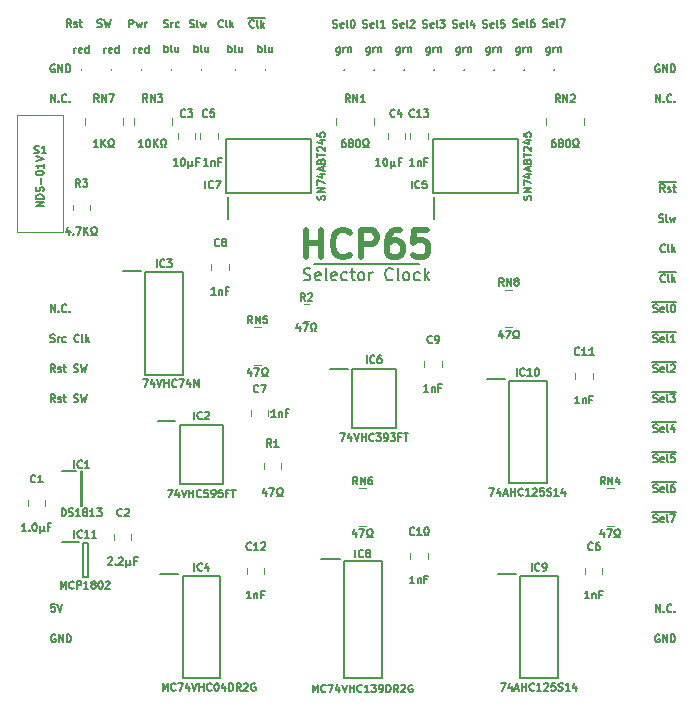
<source format=gbr>
%TF.GenerationSoftware,KiCad,Pcbnew,(6.0.5)*%
%TF.CreationDate,2022-07-28T21:31:30+02:00*%
%TF.ProjectId,Clock,436c6f63-6b2e-46b6-9963-61645f706362,rev?*%
%TF.SameCoordinates,Original*%
%TF.FileFunction,Legend,Top*%
%TF.FilePolarity,Positive*%
%FSLAX46Y46*%
G04 Gerber Fmt 4.6, Leading zero omitted, Abs format (unit mm)*
G04 Created by KiCad (PCBNEW (6.0.5)) date 2022-07-28 21:31:30*
%MOMM*%
%LPD*%
G01*
G04 APERTURE LIST*
%ADD10C,0.200000*%
%ADD11C,0.150000*%
%ADD12C,0.500000*%
%ADD13C,0.120000*%
%ADD14C,0.100000*%
G04 APERTURE END LIST*
D10*
X107632500Y-113030000D02*
X116522500Y-113030000D01*
D11*
X136246071Y-123932950D02*
X136850833Y-123932950D01*
X136367023Y-124717023D02*
X136457738Y-124747261D01*
X136608928Y-124747261D01*
X136669404Y-124717023D01*
X136699642Y-124686785D01*
X136729880Y-124626309D01*
X136729880Y-124565833D01*
X136699642Y-124505357D01*
X136669404Y-124475119D01*
X136608928Y-124444880D01*
X136487976Y-124414642D01*
X136427500Y-124384404D01*
X136397261Y-124354166D01*
X136367023Y-124293690D01*
X136367023Y-124233214D01*
X136397261Y-124172738D01*
X136427500Y-124142500D01*
X136487976Y-124112261D01*
X136639166Y-124112261D01*
X136729880Y-124142500D01*
X136850833Y-123932950D02*
X137395119Y-123932950D01*
X137243928Y-124717023D02*
X137183452Y-124747261D01*
X137062500Y-124747261D01*
X137002023Y-124717023D01*
X136971785Y-124656547D01*
X136971785Y-124414642D01*
X137002023Y-124354166D01*
X137062500Y-124323928D01*
X137183452Y-124323928D01*
X137243928Y-124354166D01*
X137274166Y-124414642D01*
X137274166Y-124475119D01*
X136971785Y-124535595D01*
X137395119Y-123932950D02*
X137727738Y-123932950D01*
X137637023Y-124747261D02*
X137576547Y-124717023D01*
X137546309Y-124656547D01*
X137546309Y-124112261D01*
X137727738Y-123932950D02*
X138332500Y-123932950D01*
X137818452Y-124112261D02*
X138211547Y-124112261D01*
X137999880Y-124354166D01*
X138090595Y-124354166D01*
X138151071Y-124384404D01*
X138181309Y-124414642D01*
X138211547Y-124475119D01*
X138211547Y-124626309D01*
X138181309Y-124686785D01*
X138151071Y-124717023D01*
X138090595Y-124747261D01*
X137909166Y-124747261D01*
X137848690Y-124717023D01*
X137818452Y-124686785D01*
X121950238Y-93014523D02*
X122040952Y-93044761D01*
X122192142Y-93044761D01*
X122252619Y-93014523D01*
X122282857Y-92984285D01*
X122313095Y-92923809D01*
X122313095Y-92863333D01*
X122282857Y-92802857D01*
X122252619Y-92772619D01*
X122192142Y-92742380D01*
X122071190Y-92712142D01*
X122010714Y-92681904D01*
X121980476Y-92651666D01*
X121950238Y-92591190D01*
X121950238Y-92530714D01*
X121980476Y-92470238D01*
X122010714Y-92440000D01*
X122071190Y-92409761D01*
X122222380Y-92409761D01*
X122313095Y-92440000D01*
X122827142Y-93014523D02*
X122766666Y-93044761D01*
X122645714Y-93044761D01*
X122585238Y-93014523D01*
X122555000Y-92954047D01*
X122555000Y-92712142D01*
X122585238Y-92651666D01*
X122645714Y-92621428D01*
X122766666Y-92621428D01*
X122827142Y-92651666D01*
X122857380Y-92712142D01*
X122857380Y-92772619D01*
X122555000Y-92833095D01*
X123220238Y-93044761D02*
X123159761Y-93014523D01*
X123129523Y-92954047D01*
X123129523Y-92409761D01*
X123764523Y-92409761D02*
X123462142Y-92409761D01*
X123431904Y-92712142D01*
X123462142Y-92681904D01*
X123522619Y-92651666D01*
X123673809Y-92651666D01*
X123734285Y-92681904D01*
X123764523Y-92712142D01*
X123794761Y-92772619D01*
X123794761Y-92923809D01*
X123764523Y-92984285D01*
X123734285Y-93014523D01*
X123673809Y-93044761D01*
X123522619Y-93044761D01*
X123462142Y-93014523D01*
X123431904Y-92984285D01*
X94917380Y-92996523D02*
X95008095Y-93026761D01*
X95159285Y-93026761D01*
X95219761Y-92996523D01*
X95250000Y-92966285D01*
X95280238Y-92905809D01*
X95280238Y-92845333D01*
X95250000Y-92784857D01*
X95219761Y-92754619D01*
X95159285Y-92724380D01*
X95038333Y-92694142D01*
X94977857Y-92663904D01*
X94947619Y-92633666D01*
X94917380Y-92573190D01*
X94917380Y-92512714D01*
X94947619Y-92452238D01*
X94977857Y-92422000D01*
X95038333Y-92391761D01*
X95189523Y-92391761D01*
X95280238Y-92422000D01*
X95552380Y-93026761D02*
X95552380Y-92603428D01*
X95552380Y-92724380D02*
X95582619Y-92663904D01*
X95612857Y-92633666D01*
X95673333Y-92603428D01*
X95733809Y-92603428D01*
X96217619Y-92996523D02*
X96157142Y-93026761D01*
X96036190Y-93026761D01*
X95975714Y-92996523D01*
X95945476Y-92966285D01*
X95915238Y-92905809D01*
X95915238Y-92724380D01*
X95945476Y-92663904D01*
X95975714Y-92633666D01*
X96036190Y-92603428D01*
X96157142Y-92603428D01*
X96217619Y-92633666D01*
X137364880Y-111986785D02*
X137334642Y-112017023D01*
X137243928Y-112047261D01*
X137183452Y-112047261D01*
X137092738Y-112017023D01*
X137032261Y-111956547D01*
X137002023Y-111896071D01*
X136971785Y-111775119D01*
X136971785Y-111684404D01*
X137002023Y-111563452D01*
X137032261Y-111502976D01*
X137092738Y-111442500D01*
X137183452Y-111412261D01*
X137243928Y-111412261D01*
X137334642Y-111442500D01*
X137364880Y-111472738D01*
X137727738Y-112047261D02*
X137667261Y-112017023D01*
X137637023Y-111956547D01*
X137637023Y-111412261D01*
X137969642Y-112047261D02*
X137969642Y-111412261D01*
X138030119Y-111805357D02*
X138211547Y-112047261D01*
X138211547Y-111623928D02*
X137969642Y-111865833D01*
X136246071Y-126472950D02*
X136850833Y-126472950D01*
X136367023Y-127257023D02*
X136457738Y-127287261D01*
X136608928Y-127287261D01*
X136669404Y-127257023D01*
X136699642Y-127226785D01*
X136729880Y-127166309D01*
X136729880Y-127105833D01*
X136699642Y-127045357D01*
X136669404Y-127015119D01*
X136608928Y-126984880D01*
X136487976Y-126954642D01*
X136427500Y-126924404D01*
X136397261Y-126894166D01*
X136367023Y-126833690D01*
X136367023Y-126773214D01*
X136397261Y-126712738D01*
X136427500Y-126682500D01*
X136487976Y-126652261D01*
X136639166Y-126652261D01*
X136729880Y-126682500D01*
X136850833Y-126472950D02*
X137395119Y-126472950D01*
X137243928Y-127257023D02*
X137183452Y-127287261D01*
X137062500Y-127287261D01*
X137002023Y-127257023D01*
X136971785Y-127196547D01*
X136971785Y-126954642D01*
X137002023Y-126894166D01*
X137062500Y-126863928D01*
X137183452Y-126863928D01*
X137243928Y-126894166D01*
X137274166Y-126954642D01*
X137274166Y-127015119D01*
X136971785Y-127075595D01*
X137395119Y-126472950D02*
X137727738Y-126472950D01*
X137637023Y-127287261D02*
X137576547Y-127257023D01*
X137546309Y-127196547D01*
X137546309Y-126652261D01*
X137727738Y-126472950D02*
X138332500Y-126472950D01*
X138151071Y-126863928D02*
X138151071Y-127287261D01*
X137999880Y-126622023D02*
X137848690Y-127075595D01*
X138241785Y-127075595D01*
X99943214Y-92965485D02*
X99912976Y-92995723D01*
X99822261Y-93025961D01*
X99761785Y-93025961D01*
X99671071Y-92995723D01*
X99610595Y-92935247D01*
X99580357Y-92874771D01*
X99550119Y-92753819D01*
X99550119Y-92663104D01*
X99580357Y-92542152D01*
X99610595Y-92481676D01*
X99671071Y-92421200D01*
X99761785Y-92390961D01*
X99822261Y-92390961D01*
X99912976Y-92421200D01*
X99943214Y-92451438D01*
X100306071Y-93025961D02*
X100245595Y-92995723D01*
X100215357Y-92935247D01*
X100215357Y-92390961D01*
X100547976Y-93025961D02*
X100547976Y-92390961D01*
X100608452Y-92784057D02*
X100789880Y-93025961D01*
X100789880Y-92602628D02*
X100547976Y-92844533D01*
X136578690Y-99347261D02*
X136578690Y-98712261D01*
X136941547Y-99347261D01*
X136941547Y-98712261D01*
X137243928Y-99286785D02*
X137274166Y-99317023D01*
X137243928Y-99347261D01*
X137213690Y-99317023D01*
X137243928Y-99286785D01*
X137243928Y-99347261D01*
X137909166Y-99286785D02*
X137878928Y-99317023D01*
X137788214Y-99347261D01*
X137727738Y-99347261D01*
X137637023Y-99317023D01*
X137576547Y-99256547D01*
X137546309Y-99196071D01*
X137516071Y-99075119D01*
X137516071Y-98984404D01*
X137546309Y-98863452D01*
X137576547Y-98802976D01*
X137637023Y-98742500D01*
X137727738Y-98712261D01*
X137788214Y-98712261D01*
X137878928Y-98742500D01*
X137909166Y-98772738D01*
X138181309Y-99286785D02*
X138211547Y-99317023D01*
X138181309Y-99347261D01*
X138151071Y-99317023D01*
X138181309Y-99286785D01*
X138181309Y-99347261D01*
X136246071Y-116312950D02*
X136850833Y-116312950D01*
X136367023Y-117097023D02*
X136457738Y-117127261D01*
X136608928Y-117127261D01*
X136669404Y-117097023D01*
X136699642Y-117066785D01*
X136729880Y-117006309D01*
X136729880Y-116945833D01*
X136699642Y-116885357D01*
X136669404Y-116855119D01*
X136608928Y-116824880D01*
X136487976Y-116794642D01*
X136427500Y-116764404D01*
X136397261Y-116734166D01*
X136367023Y-116673690D01*
X136367023Y-116613214D01*
X136397261Y-116552738D01*
X136427500Y-116522500D01*
X136487976Y-116492261D01*
X136639166Y-116492261D01*
X136729880Y-116522500D01*
X136850833Y-116312950D02*
X137395119Y-116312950D01*
X137243928Y-117097023D02*
X137183452Y-117127261D01*
X137062500Y-117127261D01*
X137002023Y-117097023D01*
X136971785Y-117036547D01*
X136971785Y-116794642D01*
X137002023Y-116734166D01*
X137062500Y-116703928D01*
X137183452Y-116703928D01*
X137243928Y-116734166D01*
X137274166Y-116794642D01*
X137274166Y-116855119D01*
X136971785Y-116915595D01*
X137395119Y-116312950D02*
X137727738Y-116312950D01*
X137637023Y-117127261D02*
X137576547Y-117097023D01*
X137546309Y-117036547D01*
X137546309Y-116492261D01*
X137727738Y-116312950D02*
X138332500Y-116312950D01*
X137999880Y-116492261D02*
X138060357Y-116492261D01*
X138120833Y-116522500D01*
X138151071Y-116552738D01*
X138181309Y-116613214D01*
X138211547Y-116734166D01*
X138211547Y-116885357D01*
X138181309Y-117006309D01*
X138151071Y-117066785D01*
X138120833Y-117097023D01*
X138060357Y-117127261D01*
X137999880Y-117127261D01*
X137939404Y-117097023D01*
X137909166Y-117066785D01*
X137878928Y-117006309D01*
X137848690Y-116885357D01*
X137848690Y-116734166D01*
X137878928Y-116613214D01*
X137909166Y-116552738D01*
X137939404Y-116522500D01*
X137999880Y-116492261D01*
X136820595Y-106152950D02*
X137455595Y-106152950D01*
X137334642Y-106967261D02*
X137122976Y-106664880D01*
X136971785Y-106967261D02*
X136971785Y-106332261D01*
X137213690Y-106332261D01*
X137274166Y-106362500D01*
X137304404Y-106392738D01*
X137334642Y-106453214D01*
X137334642Y-106543928D01*
X137304404Y-106604404D01*
X137274166Y-106634642D01*
X137213690Y-106664880D01*
X136971785Y-106664880D01*
X137455595Y-106152950D02*
X137969642Y-106152950D01*
X137576547Y-106937023D02*
X137637023Y-106967261D01*
X137757976Y-106967261D01*
X137818452Y-106937023D01*
X137848690Y-106876547D01*
X137848690Y-106846309D01*
X137818452Y-106785833D01*
X137757976Y-106755595D01*
X137667261Y-106755595D01*
X137606785Y-106725357D01*
X137576547Y-106664880D01*
X137576547Y-106634642D01*
X137606785Y-106574166D01*
X137667261Y-106543928D01*
X137757976Y-106543928D01*
X137818452Y-106574166D01*
X137969642Y-106152950D02*
X138332500Y-106152950D01*
X138030119Y-106543928D02*
X138272023Y-106543928D01*
X138120833Y-106332261D02*
X138120833Y-106876547D01*
X138151071Y-106937023D01*
X138211547Y-106967261D01*
X138272023Y-106967261D01*
X136246071Y-129012950D02*
X136850833Y-129012950D01*
X136367023Y-129797023D02*
X136457738Y-129827261D01*
X136608928Y-129827261D01*
X136669404Y-129797023D01*
X136699642Y-129766785D01*
X136729880Y-129706309D01*
X136729880Y-129645833D01*
X136699642Y-129585357D01*
X136669404Y-129555119D01*
X136608928Y-129524880D01*
X136487976Y-129494642D01*
X136427500Y-129464404D01*
X136397261Y-129434166D01*
X136367023Y-129373690D01*
X136367023Y-129313214D01*
X136397261Y-129252738D01*
X136427500Y-129222500D01*
X136487976Y-129192261D01*
X136639166Y-129192261D01*
X136729880Y-129222500D01*
X136850833Y-129012950D02*
X137395119Y-129012950D01*
X137243928Y-129797023D02*
X137183452Y-129827261D01*
X137062500Y-129827261D01*
X137002023Y-129797023D01*
X136971785Y-129736547D01*
X136971785Y-129494642D01*
X137002023Y-129434166D01*
X137062500Y-129403928D01*
X137183452Y-129403928D01*
X137243928Y-129434166D01*
X137274166Y-129494642D01*
X137274166Y-129555119D01*
X136971785Y-129615595D01*
X137395119Y-129012950D02*
X137727738Y-129012950D01*
X137637023Y-129827261D02*
X137576547Y-129797023D01*
X137546309Y-129736547D01*
X137546309Y-129192261D01*
X137727738Y-129012950D02*
X138332500Y-129012950D01*
X138181309Y-129192261D02*
X137878928Y-129192261D01*
X137848690Y-129494642D01*
X137878928Y-129464404D01*
X137939404Y-129434166D01*
X138090595Y-129434166D01*
X138151071Y-129464404D01*
X138181309Y-129494642D01*
X138211547Y-129555119D01*
X138211547Y-129706309D01*
X138181309Y-129766785D01*
X138151071Y-129797023D01*
X138090595Y-129827261D01*
X137939404Y-129827261D01*
X137878928Y-129797023D01*
X137848690Y-129766785D01*
X109250238Y-93014523D02*
X109340952Y-93044761D01*
X109492142Y-93044761D01*
X109552619Y-93014523D01*
X109582857Y-92984285D01*
X109613095Y-92923809D01*
X109613095Y-92863333D01*
X109582857Y-92802857D01*
X109552619Y-92772619D01*
X109492142Y-92742380D01*
X109371190Y-92712142D01*
X109310714Y-92681904D01*
X109280476Y-92651666D01*
X109250238Y-92591190D01*
X109250238Y-92530714D01*
X109280476Y-92470238D01*
X109310714Y-92440000D01*
X109371190Y-92409761D01*
X109522380Y-92409761D01*
X109613095Y-92440000D01*
X110127142Y-93014523D02*
X110066666Y-93044761D01*
X109945714Y-93044761D01*
X109885238Y-93014523D01*
X109855000Y-92954047D01*
X109855000Y-92712142D01*
X109885238Y-92651666D01*
X109945714Y-92621428D01*
X110066666Y-92621428D01*
X110127142Y-92651666D01*
X110157380Y-92712142D01*
X110157380Y-92772619D01*
X109855000Y-92833095D01*
X110520238Y-93044761D02*
X110459761Y-93014523D01*
X110429523Y-92954047D01*
X110429523Y-92409761D01*
X110883095Y-92409761D02*
X110943571Y-92409761D01*
X111004047Y-92440000D01*
X111034285Y-92470238D01*
X111064523Y-92530714D01*
X111094761Y-92651666D01*
X111094761Y-92802857D01*
X111064523Y-92923809D01*
X111034285Y-92984285D01*
X111004047Y-93014523D01*
X110943571Y-93044761D01*
X110883095Y-93044761D01*
X110822619Y-93014523D01*
X110792380Y-92984285D01*
X110762142Y-92923809D01*
X110731904Y-92802857D01*
X110731904Y-92651666D01*
X110762142Y-92530714D01*
X110792380Y-92470238D01*
X110822619Y-92440000D01*
X110883095Y-92409761D01*
X136578690Y-142527261D02*
X136578690Y-141892261D01*
X136941547Y-142527261D01*
X136941547Y-141892261D01*
X137243928Y-142466785D02*
X137274166Y-142497023D01*
X137243928Y-142527261D01*
X137213690Y-142497023D01*
X137243928Y-142466785D01*
X137243928Y-142527261D01*
X137909166Y-142466785D02*
X137878928Y-142497023D01*
X137788214Y-142527261D01*
X137727738Y-142527261D01*
X137637023Y-142497023D01*
X137576547Y-142436547D01*
X137546309Y-142376071D01*
X137516071Y-142255119D01*
X137516071Y-142164404D01*
X137546309Y-142043452D01*
X137576547Y-141982976D01*
X137637023Y-141922500D01*
X137727738Y-141892261D01*
X137788214Y-141892261D01*
X137878928Y-141922500D01*
X137909166Y-141952738D01*
X138181309Y-142466785D02*
X138211547Y-142497023D01*
X138181309Y-142527261D01*
X138151071Y-142497023D01*
X138181309Y-142466785D01*
X138181309Y-142527261D01*
X102049166Y-92230450D02*
X102684166Y-92230450D01*
X102563214Y-92984285D02*
X102532976Y-93014523D01*
X102442261Y-93044761D01*
X102381785Y-93044761D01*
X102291071Y-93014523D01*
X102230595Y-92954047D01*
X102200357Y-92893571D01*
X102170119Y-92772619D01*
X102170119Y-92681904D01*
X102200357Y-92560952D01*
X102230595Y-92500476D01*
X102291071Y-92440000D01*
X102381785Y-92409761D01*
X102442261Y-92409761D01*
X102532976Y-92440000D01*
X102563214Y-92470238D01*
X102684166Y-92230450D02*
X103016785Y-92230450D01*
X102926071Y-93044761D02*
X102865595Y-93014523D01*
X102835357Y-92954047D01*
X102835357Y-92409761D01*
X103016785Y-92230450D02*
X103530833Y-92230450D01*
X103167976Y-93044761D02*
X103167976Y-92409761D01*
X103228452Y-92802857D02*
X103409880Y-93044761D01*
X103409880Y-92621428D02*
X103167976Y-92863333D01*
X136881071Y-96202500D02*
X136820595Y-96172261D01*
X136729880Y-96172261D01*
X136639166Y-96202500D01*
X136578690Y-96262976D01*
X136548452Y-96323452D01*
X136518214Y-96444404D01*
X136518214Y-96535119D01*
X136548452Y-96656071D01*
X136578690Y-96716547D01*
X136639166Y-96777023D01*
X136729880Y-96807261D01*
X136790357Y-96807261D01*
X136881071Y-96777023D01*
X136911309Y-96746785D01*
X136911309Y-96535119D01*
X136790357Y-96535119D01*
X137183452Y-96807261D02*
X137183452Y-96172261D01*
X137546309Y-96807261D01*
X137546309Y-96172261D01*
X137848690Y-96807261D02*
X137848690Y-96172261D01*
X137999880Y-96172261D01*
X138090595Y-96202500D01*
X138151071Y-96262976D01*
X138181309Y-96323452D01*
X138211547Y-96444404D01*
X138211547Y-96535119D01*
X138181309Y-96656071D01*
X138151071Y-96716547D01*
X138090595Y-96777023D01*
X137999880Y-96807261D01*
X137848690Y-96807261D01*
X136246071Y-118852950D02*
X136850833Y-118852950D01*
X136367023Y-119637023D02*
X136457738Y-119667261D01*
X136608928Y-119667261D01*
X136669404Y-119637023D01*
X136699642Y-119606785D01*
X136729880Y-119546309D01*
X136729880Y-119485833D01*
X136699642Y-119425357D01*
X136669404Y-119395119D01*
X136608928Y-119364880D01*
X136487976Y-119334642D01*
X136427500Y-119304404D01*
X136397261Y-119274166D01*
X136367023Y-119213690D01*
X136367023Y-119153214D01*
X136397261Y-119092738D01*
X136427500Y-119062500D01*
X136487976Y-119032261D01*
X136639166Y-119032261D01*
X136729880Y-119062500D01*
X136850833Y-118852950D02*
X137395119Y-118852950D01*
X137243928Y-119637023D02*
X137183452Y-119667261D01*
X137062500Y-119667261D01*
X137002023Y-119637023D01*
X136971785Y-119576547D01*
X136971785Y-119334642D01*
X137002023Y-119274166D01*
X137062500Y-119243928D01*
X137183452Y-119243928D01*
X137243928Y-119274166D01*
X137274166Y-119334642D01*
X137274166Y-119395119D01*
X136971785Y-119455595D01*
X137395119Y-118852950D02*
X137727738Y-118852950D01*
X137637023Y-119667261D02*
X137576547Y-119637023D01*
X137546309Y-119576547D01*
X137546309Y-119032261D01*
X137727738Y-118852950D02*
X138332500Y-118852950D01*
X138211547Y-119667261D02*
X137848690Y-119667261D01*
X138030119Y-119667261D02*
X138030119Y-119032261D01*
X137969642Y-119122976D01*
X137909166Y-119183452D01*
X137848690Y-119213690D01*
D12*
X106929880Y-112482976D02*
X106929880Y-110182976D01*
X106929880Y-111278214D02*
X108244166Y-111278214D01*
X108244166Y-112482976D02*
X108244166Y-110182976D01*
X110653690Y-112263928D02*
X110544166Y-112373452D01*
X110215595Y-112482976D01*
X109996547Y-112482976D01*
X109667976Y-112373452D01*
X109448928Y-112154404D01*
X109339404Y-111935357D01*
X109229880Y-111497261D01*
X109229880Y-111168690D01*
X109339404Y-110730595D01*
X109448928Y-110511547D01*
X109667976Y-110292500D01*
X109996547Y-110182976D01*
X110215595Y-110182976D01*
X110544166Y-110292500D01*
X110653690Y-110402023D01*
X111639404Y-112482976D02*
X111639404Y-110182976D01*
X112515595Y-110182976D01*
X112734642Y-110292500D01*
X112844166Y-110402023D01*
X112953690Y-110621071D01*
X112953690Y-110949642D01*
X112844166Y-111168690D01*
X112734642Y-111278214D01*
X112515595Y-111387738D01*
X111639404Y-111387738D01*
X114925119Y-110182976D02*
X114487023Y-110182976D01*
X114267976Y-110292500D01*
X114158452Y-110402023D01*
X113939404Y-110730595D01*
X113829880Y-111168690D01*
X113829880Y-112044880D01*
X113939404Y-112263928D01*
X114048928Y-112373452D01*
X114267976Y-112482976D01*
X114706071Y-112482976D01*
X114925119Y-112373452D01*
X115034642Y-112263928D01*
X115144166Y-112044880D01*
X115144166Y-111497261D01*
X115034642Y-111278214D01*
X114925119Y-111168690D01*
X114706071Y-111059166D01*
X114267976Y-111059166D01*
X114048928Y-111168690D01*
X113939404Y-111278214D01*
X113829880Y-111497261D01*
X117225119Y-110182976D02*
X116129880Y-110182976D01*
X116020357Y-111278214D01*
X116129880Y-111168690D01*
X116348928Y-111059166D01*
X116896547Y-111059166D01*
X117115595Y-111168690D01*
X117225119Y-111278214D01*
X117334642Y-111497261D01*
X117334642Y-112044880D01*
X117225119Y-112263928D01*
X117115595Y-112373452D01*
X116896547Y-112482976D01*
X116348928Y-112482976D01*
X116129880Y-112373452D01*
X116020357Y-112263928D01*
D11*
X119410238Y-93014523D02*
X119500952Y-93044761D01*
X119652142Y-93044761D01*
X119712619Y-93014523D01*
X119742857Y-92984285D01*
X119773095Y-92923809D01*
X119773095Y-92863333D01*
X119742857Y-92802857D01*
X119712619Y-92772619D01*
X119652142Y-92742380D01*
X119531190Y-92712142D01*
X119470714Y-92681904D01*
X119440476Y-92651666D01*
X119410238Y-92591190D01*
X119410238Y-92530714D01*
X119440476Y-92470238D01*
X119470714Y-92440000D01*
X119531190Y-92409761D01*
X119682380Y-92409761D01*
X119773095Y-92440000D01*
X120287142Y-93014523D02*
X120226666Y-93044761D01*
X120105714Y-93044761D01*
X120045238Y-93014523D01*
X120015000Y-92954047D01*
X120015000Y-92712142D01*
X120045238Y-92651666D01*
X120105714Y-92621428D01*
X120226666Y-92621428D01*
X120287142Y-92651666D01*
X120317380Y-92712142D01*
X120317380Y-92772619D01*
X120015000Y-92833095D01*
X120680238Y-93044761D02*
X120619761Y-93014523D01*
X120589523Y-92954047D01*
X120589523Y-92409761D01*
X121194285Y-92621428D02*
X121194285Y-93044761D01*
X121043095Y-92379523D02*
X120891904Y-92833095D01*
X121285000Y-92833095D01*
X85308452Y-119637023D02*
X85399166Y-119667261D01*
X85550357Y-119667261D01*
X85610833Y-119637023D01*
X85641071Y-119606785D01*
X85671309Y-119546309D01*
X85671309Y-119485833D01*
X85641071Y-119425357D01*
X85610833Y-119395119D01*
X85550357Y-119364880D01*
X85429404Y-119334642D01*
X85368928Y-119304404D01*
X85338690Y-119274166D01*
X85308452Y-119213690D01*
X85308452Y-119153214D01*
X85338690Y-119092738D01*
X85368928Y-119062500D01*
X85429404Y-119032261D01*
X85580595Y-119032261D01*
X85671309Y-119062500D01*
X85943452Y-119667261D02*
X85943452Y-119243928D01*
X85943452Y-119364880D02*
X85973690Y-119304404D01*
X86003928Y-119274166D01*
X86064404Y-119243928D01*
X86124880Y-119243928D01*
X86608690Y-119637023D02*
X86548214Y-119667261D01*
X86427261Y-119667261D01*
X86366785Y-119637023D01*
X86336547Y-119606785D01*
X86306309Y-119546309D01*
X86306309Y-119364880D01*
X86336547Y-119304404D01*
X86366785Y-119274166D01*
X86427261Y-119243928D01*
X86548214Y-119243928D01*
X86608690Y-119274166D01*
X87727500Y-119606785D02*
X87697261Y-119637023D01*
X87606547Y-119667261D01*
X87546071Y-119667261D01*
X87455357Y-119637023D01*
X87394880Y-119576547D01*
X87364642Y-119516071D01*
X87334404Y-119395119D01*
X87334404Y-119304404D01*
X87364642Y-119183452D01*
X87394880Y-119122976D01*
X87455357Y-119062500D01*
X87546071Y-119032261D01*
X87606547Y-119032261D01*
X87697261Y-119062500D01*
X87727500Y-119092738D01*
X88090357Y-119667261D02*
X88029880Y-119637023D01*
X87999642Y-119576547D01*
X87999642Y-119032261D01*
X88332261Y-119667261D02*
X88332261Y-119032261D01*
X88392738Y-119425357D02*
X88574166Y-119667261D01*
X88574166Y-119243928D02*
X88332261Y-119485833D01*
X111790238Y-93014523D02*
X111880952Y-93044761D01*
X112032142Y-93044761D01*
X112092619Y-93014523D01*
X112122857Y-92984285D01*
X112153095Y-92923809D01*
X112153095Y-92863333D01*
X112122857Y-92802857D01*
X112092619Y-92772619D01*
X112032142Y-92742380D01*
X111911190Y-92712142D01*
X111850714Y-92681904D01*
X111820476Y-92651666D01*
X111790238Y-92591190D01*
X111790238Y-92530714D01*
X111820476Y-92470238D01*
X111850714Y-92440000D01*
X111911190Y-92409761D01*
X112062380Y-92409761D01*
X112153095Y-92440000D01*
X112667142Y-93014523D02*
X112606666Y-93044761D01*
X112485714Y-93044761D01*
X112425238Y-93014523D01*
X112395000Y-92954047D01*
X112395000Y-92712142D01*
X112425238Y-92651666D01*
X112485714Y-92621428D01*
X112606666Y-92621428D01*
X112667142Y-92651666D01*
X112697380Y-92712142D01*
X112697380Y-92772619D01*
X112395000Y-92833095D01*
X113060238Y-93044761D02*
X112999761Y-93014523D01*
X112969523Y-92954047D01*
X112969523Y-92409761D01*
X113634761Y-93044761D02*
X113271904Y-93044761D01*
X113453333Y-93044761D02*
X113453333Y-92409761D01*
X113392857Y-92500476D01*
X113332380Y-92560952D01*
X113271904Y-92591190D01*
X136246071Y-121392950D02*
X136850833Y-121392950D01*
X136367023Y-122177023D02*
X136457738Y-122207261D01*
X136608928Y-122207261D01*
X136669404Y-122177023D01*
X136699642Y-122146785D01*
X136729880Y-122086309D01*
X136729880Y-122025833D01*
X136699642Y-121965357D01*
X136669404Y-121935119D01*
X136608928Y-121904880D01*
X136487976Y-121874642D01*
X136427500Y-121844404D01*
X136397261Y-121814166D01*
X136367023Y-121753690D01*
X136367023Y-121693214D01*
X136397261Y-121632738D01*
X136427500Y-121602500D01*
X136487976Y-121572261D01*
X136639166Y-121572261D01*
X136729880Y-121602500D01*
X136850833Y-121392950D02*
X137395119Y-121392950D01*
X137243928Y-122177023D02*
X137183452Y-122207261D01*
X137062500Y-122207261D01*
X137002023Y-122177023D01*
X136971785Y-122116547D01*
X136971785Y-121874642D01*
X137002023Y-121814166D01*
X137062500Y-121783928D01*
X137183452Y-121783928D01*
X137243928Y-121814166D01*
X137274166Y-121874642D01*
X137274166Y-121935119D01*
X136971785Y-121995595D01*
X137395119Y-121392950D02*
X137727738Y-121392950D01*
X137637023Y-122207261D02*
X137576547Y-122177023D01*
X137546309Y-122116547D01*
X137546309Y-121572261D01*
X137727738Y-121392950D02*
X138332500Y-121392950D01*
X137848690Y-121632738D02*
X137878928Y-121602500D01*
X137939404Y-121572261D01*
X138090595Y-121572261D01*
X138151071Y-121602500D01*
X138181309Y-121632738D01*
X138211547Y-121693214D01*
X138211547Y-121753690D01*
X138181309Y-121844404D01*
X137818452Y-122207261D01*
X138211547Y-122207261D01*
X136246071Y-134092950D02*
X136850833Y-134092950D01*
X136367023Y-134877023D02*
X136457738Y-134907261D01*
X136608928Y-134907261D01*
X136669404Y-134877023D01*
X136699642Y-134846785D01*
X136729880Y-134786309D01*
X136729880Y-134725833D01*
X136699642Y-134665357D01*
X136669404Y-134635119D01*
X136608928Y-134604880D01*
X136487976Y-134574642D01*
X136427500Y-134544404D01*
X136397261Y-134514166D01*
X136367023Y-134453690D01*
X136367023Y-134393214D01*
X136397261Y-134332738D01*
X136427500Y-134302500D01*
X136487976Y-134272261D01*
X136639166Y-134272261D01*
X136729880Y-134302500D01*
X136850833Y-134092950D02*
X137395119Y-134092950D01*
X137243928Y-134877023D02*
X137183452Y-134907261D01*
X137062500Y-134907261D01*
X137002023Y-134877023D01*
X136971785Y-134816547D01*
X136971785Y-134574642D01*
X137002023Y-134514166D01*
X137062500Y-134483928D01*
X137183452Y-134483928D01*
X137243928Y-134514166D01*
X137274166Y-134574642D01*
X137274166Y-134635119D01*
X136971785Y-134695595D01*
X137395119Y-134092950D02*
X137727738Y-134092950D01*
X137637023Y-134907261D02*
X137576547Y-134877023D01*
X137546309Y-134816547D01*
X137546309Y-134272261D01*
X137727738Y-134092950D02*
X138332500Y-134092950D01*
X137818452Y-134272261D02*
X138241785Y-134272261D01*
X137969642Y-134907261D01*
X97109642Y-92995723D02*
X97200357Y-93025961D01*
X97351547Y-93025961D01*
X97412023Y-92995723D01*
X97442261Y-92965485D01*
X97472500Y-92905009D01*
X97472500Y-92844533D01*
X97442261Y-92784057D01*
X97412023Y-92753819D01*
X97351547Y-92723580D01*
X97230595Y-92693342D01*
X97170119Y-92663104D01*
X97139880Y-92632866D01*
X97109642Y-92572390D01*
X97109642Y-92511914D01*
X97139880Y-92451438D01*
X97170119Y-92421200D01*
X97230595Y-92390961D01*
X97381785Y-92390961D01*
X97472500Y-92421200D01*
X97835357Y-93025961D02*
X97774880Y-92995723D01*
X97744642Y-92935247D01*
X97744642Y-92390961D01*
X98016785Y-92602628D02*
X98137738Y-93025961D01*
X98258690Y-92723580D01*
X98379642Y-93025961D01*
X98500595Y-92602628D01*
X87070595Y-92997261D02*
X86858928Y-92694880D01*
X86707738Y-92997261D02*
X86707738Y-92362261D01*
X86949642Y-92362261D01*
X87010119Y-92392500D01*
X87040357Y-92422738D01*
X87070595Y-92483214D01*
X87070595Y-92573928D01*
X87040357Y-92634404D01*
X87010119Y-92664642D01*
X86949642Y-92694880D01*
X86707738Y-92694880D01*
X87312500Y-92967023D02*
X87372976Y-92997261D01*
X87493928Y-92997261D01*
X87554404Y-92967023D01*
X87584642Y-92906547D01*
X87584642Y-92876309D01*
X87554404Y-92815833D01*
X87493928Y-92785595D01*
X87403214Y-92785595D01*
X87342738Y-92755357D01*
X87312500Y-92694880D01*
X87312500Y-92664642D01*
X87342738Y-92604166D01*
X87403214Y-92573928D01*
X87493928Y-92573928D01*
X87554404Y-92604166D01*
X87766071Y-92573928D02*
X88007976Y-92573928D01*
X87856785Y-92362261D02*
X87856785Y-92906547D01*
X87887023Y-92967023D01*
X87947500Y-92997261D01*
X88007976Y-92997261D01*
X114330238Y-93014523D02*
X114420952Y-93044761D01*
X114572142Y-93044761D01*
X114632619Y-93014523D01*
X114662857Y-92984285D01*
X114693095Y-92923809D01*
X114693095Y-92863333D01*
X114662857Y-92802857D01*
X114632619Y-92772619D01*
X114572142Y-92742380D01*
X114451190Y-92712142D01*
X114390714Y-92681904D01*
X114360476Y-92651666D01*
X114330238Y-92591190D01*
X114330238Y-92530714D01*
X114360476Y-92470238D01*
X114390714Y-92440000D01*
X114451190Y-92409761D01*
X114602380Y-92409761D01*
X114693095Y-92440000D01*
X115207142Y-93014523D02*
X115146666Y-93044761D01*
X115025714Y-93044761D01*
X114965238Y-93014523D01*
X114935000Y-92954047D01*
X114935000Y-92712142D01*
X114965238Y-92651666D01*
X115025714Y-92621428D01*
X115146666Y-92621428D01*
X115207142Y-92651666D01*
X115237380Y-92712142D01*
X115237380Y-92772619D01*
X114935000Y-92833095D01*
X115600238Y-93044761D02*
X115539761Y-93014523D01*
X115509523Y-92954047D01*
X115509523Y-92409761D01*
X115811904Y-92470238D02*
X115842142Y-92440000D01*
X115902619Y-92409761D01*
X116053809Y-92409761D01*
X116114285Y-92440000D01*
X116144523Y-92470238D01*
X116174761Y-92530714D01*
X116174761Y-92591190D01*
X116144523Y-92681904D01*
X115781666Y-93044761D01*
X116174761Y-93044761D01*
X136246071Y-131552950D02*
X136850833Y-131552950D01*
X136367023Y-132337023D02*
X136457738Y-132367261D01*
X136608928Y-132367261D01*
X136669404Y-132337023D01*
X136699642Y-132306785D01*
X136729880Y-132246309D01*
X136729880Y-132185833D01*
X136699642Y-132125357D01*
X136669404Y-132095119D01*
X136608928Y-132064880D01*
X136487976Y-132034642D01*
X136427500Y-132004404D01*
X136397261Y-131974166D01*
X136367023Y-131913690D01*
X136367023Y-131853214D01*
X136397261Y-131792738D01*
X136427500Y-131762500D01*
X136487976Y-131732261D01*
X136639166Y-131732261D01*
X136729880Y-131762500D01*
X136850833Y-131552950D02*
X137395119Y-131552950D01*
X137243928Y-132337023D02*
X137183452Y-132367261D01*
X137062500Y-132367261D01*
X137002023Y-132337023D01*
X136971785Y-132276547D01*
X136971785Y-132034642D01*
X137002023Y-131974166D01*
X137062500Y-131943928D01*
X137183452Y-131943928D01*
X137243928Y-131974166D01*
X137274166Y-132034642D01*
X137274166Y-132095119D01*
X136971785Y-132155595D01*
X137395119Y-131552950D02*
X137727738Y-131552950D01*
X137637023Y-132367261D02*
X137576547Y-132337023D01*
X137546309Y-132276547D01*
X137546309Y-131732261D01*
X137727738Y-131552950D02*
X138332500Y-131552950D01*
X138151071Y-131732261D02*
X138030119Y-131732261D01*
X137969642Y-131762500D01*
X137939404Y-131792738D01*
X137878928Y-131883452D01*
X137848690Y-132004404D01*
X137848690Y-132246309D01*
X137878928Y-132306785D01*
X137909166Y-132337023D01*
X137969642Y-132367261D01*
X138090595Y-132367261D01*
X138151071Y-132337023D01*
X138181309Y-132306785D01*
X138211547Y-132246309D01*
X138211547Y-132095119D01*
X138181309Y-132034642D01*
X138151071Y-132004404D01*
X138090595Y-131974166D01*
X137969642Y-131974166D01*
X137909166Y-132004404D01*
X137878928Y-132034642D01*
X137848690Y-132095119D01*
X85701071Y-141862261D02*
X85398690Y-141862261D01*
X85368452Y-142164642D01*
X85398690Y-142134404D01*
X85459166Y-142104166D01*
X85610357Y-142104166D01*
X85670833Y-142134404D01*
X85701071Y-142164642D01*
X85731309Y-142225119D01*
X85731309Y-142376309D01*
X85701071Y-142436785D01*
X85670833Y-142467023D01*
X85610357Y-142497261D01*
X85459166Y-142497261D01*
X85398690Y-142467023D01*
X85368452Y-142436785D01*
X85912738Y-141862261D02*
X86124404Y-142497261D01*
X86336071Y-141862261D01*
X92014523Y-93028761D02*
X92014523Y-92393761D01*
X92256428Y-92393761D01*
X92316904Y-92424000D01*
X92347142Y-92454238D01*
X92377380Y-92514714D01*
X92377380Y-92605428D01*
X92347142Y-92665904D01*
X92316904Y-92696142D01*
X92256428Y-92726380D01*
X92014523Y-92726380D01*
X92589047Y-92605428D02*
X92710000Y-93028761D01*
X92830952Y-92726380D01*
X92951904Y-93028761D01*
X93072857Y-92605428D01*
X93314761Y-93028761D02*
X93314761Y-92605428D01*
X93314761Y-92726380D02*
X93345000Y-92665904D01*
X93375238Y-92635666D01*
X93435714Y-92605428D01*
X93496190Y-92605428D01*
X85338690Y-117127261D02*
X85338690Y-116492261D01*
X85701547Y-117127261D01*
X85701547Y-116492261D01*
X86003928Y-117066785D02*
X86034166Y-117097023D01*
X86003928Y-117127261D01*
X85973690Y-117097023D01*
X86003928Y-117066785D01*
X86003928Y-117127261D01*
X86669166Y-117066785D02*
X86638928Y-117097023D01*
X86548214Y-117127261D01*
X86487738Y-117127261D01*
X86397023Y-117097023D01*
X86336547Y-117036547D01*
X86306309Y-116976071D01*
X86276071Y-116855119D01*
X86276071Y-116764404D01*
X86306309Y-116643452D01*
X86336547Y-116582976D01*
X86397023Y-116522500D01*
X86487738Y-116492261D01*
X86548214Y-116492261D01*
X86638928Y-116522500D01*
X86669166Y-116552738D01*
X86941309Y-117066785D02*
X86971547Y-117097023D01*
X86941309Y-117127261D01*
X86911071Y-117097023D01*
X86941309Y-117066785D01*
X86941309Y-117127261D01*
X136850833Y-113772950D02*
X137485833Y-113772950D01*
X137364880Y-114526785D02*
X137334642Y-114557023D01*
X137243928Y-114587261D01*
X137183452Y-114587261D01*
X137092738Y-114557023D01*
X137032261Y-114496547D01*
X137002023Y-114436071D01*
X136971785Y-114315119D01*
X136971785Y-114224404D01*
X137002023Y-114103452D01*
X137032261Y-114042976D01*
X137092738Y-113982500D01*
X137183452Y-113952261D01*
X137243928Y-113952261D01*
X137334642Y-113982500D01*
X137364880Y-114012738D01*
X137485833Y-113772950D02*
X137818452Y-113772950D01*
X137727738Y-114587261D02*
X137667261Y-114557023D01*
X137637023Y-114496547D01*
X137637023Y-113952261D01*
X137818452Y-113772950D02*
X138332500Y-113772950D01*
X137969642Y-114587261D02*
X137969642Y-113952261D01*
X138030119Y-114345357D02*
X138211547Y-114587261D01*
X138211547Y-114163928D02*
X137969642Y-114405833D01*
X124490238Y-92967023D02*
X124580952Y-92997261D01*
X124732142Y-92997261D01*
X124792619Y-92967023D01*
X124822857Y-92936785D01*
X124853095Y-92876309D01*
X124853095Y-92815833D01*
X124822857Y-92755357D01*
X124792619Y-92725119D01*
X124732142Y-92694880D01*
X124611190Y-92664642D01*
X124550714Y-92634404D01*
X124520476Y-92604166D01*
X124490238Y-92543690D01*
X124490238Y-92483214D01*
X124520476Y-92422738D01*
X124550714Y-92392500D01*
X124611190Y-92362261D01*
X124762380Y-92362261D01*
X124853095Y-92392500D01*
X125367142Y-92967023D02*
X125306666Y-92997261D01*
X125185714Y-92997261D01*
X125125238Y-92967023D01*
X125095000Y-92906547D01*
X125095000Y-92664642D01*
X125125238Y-92604166D01*
X125185714Y-92573928D01*
X125306666Y-92573928D01*
X125367142Y-92604166D01*
X125397380Y-92664642D01*
X125397380Y-92725119D01*
X125095000Y-92785595D01*
X125760238Y-92997261D02*
X125699761Y-92967023D01*
X125669523Y-92906547D01*
X125669523Y-92362261D01*
X126274285Y-92362261D02*
X126153333Y-92362261D01*
X126092857Y-92392500D01*
X126062619Y-92422738D01*
X126002142Y-92513452D01*
X125971904Y-92634404D01*
X125971904Y-92876309D01*
X126002142Y-92936785D01*
X126032380Y-92967023D01*
X126092857Y-92997261D01*
X126213809Y-92997261D01*
X126274285Y-92967023D01*
X126304523Y-92936785D01*
X126334761Y-92876309D01*
X126334761Y-92725119D01*
X126304523Y-92664642D01*
X126274285Y-92634404D01*
X126213809Y-92604166D01*
X126092857Y-92604166D01*
X126032380Y-92634404D01*
X126002142Y-92664642D01*
X125971904Y-92725119D01*
X85338690Y-99347261D02*
X85338690Y-98712261D01*
X85701547Y-99347261D01*
X85701547Y-98712261D01*
X86003928Y-99286785D02*
X86034166Y-99317023D01*
X86003928Y-99347261D01*
X85973690Y-99317023D01*
X86003928Y-99286785D01*
X86003928Y-99347261D01*
X86669166Y-99286785D02*
X86638928Y-99317023D01*
X86548214Y-99347261D01*
X86487738Y-99347261D01*
X86397023Y-99317023D01*
X86336547Y-99256547D01*
X86306309Y-99196071D01*
X86276071Y-99075119D01*
X86276071Y-98984404D01*
X86306309Y-98863452D01*
X86336547Y-98802976D01*
X86397023Y-98742500D01*
X86487738Y-98712261D01*
X86548214Y-98712261D01*
X86638928Y-98742500D01*
X86669166Y-98772738D01*
X86941309Y-99286785D02*
X86971547Y-99317023D01*
X86941309Y-99347261D01*
X86911071Y-99317023D01*
X86941309Y-99286785D01*
X86941309Y-99347261D01*
X89308214Y-92967023D02*
X89398928Y-92997261D01*
X89550119Y-92997261D01*
X89610595Y-92967023D01*
X89640833Y-92936785D01*
X89671071Y-92876309D01*
X89671071Y-92815833D01*
X89640833Y-92755357D01*
X89610595Y-92725119D01*
X89550119Y-92694880D01*
X89429166Y-92664642D01*
X89368690Y-92634404D01*
X89338452Y-92604166D01*
X89308214Y-92543690D01*
X89308214Y-92483214D01*
X89338452Y-92422738D01*
X89368690Y-92392500D01*
X89429166Y-92362261D01*
X89580357Y-92362261D01*
X89671071Y-92392500D01*
X89882738Y-92362261D02*
X90033928Y-92997261D01*
X90154880Y-92543690D01*
X90275833Y-92997261D01*
X90427023Y-92362261D01*
X85701547Y-122207261D02*
X85489880Y-121904880D01*
X85338690Y-122207261D02*
X85338690Y-121572261D01*
X85580595Y-121572261D01*
X85641071Y-121602500D01*
X85671309Y-121632738D01*
X85701547Y-121693214D01*
X85701547Y-121783928D01*
X85671309Y-121844404D01*
X85641071Y-121874642D01*
X85580595Y-121904880D01*
X85338690Y-121904880D01*
X85943452Y-122177023D02*
X86003928Y-122207261D01*
X86124880Y-122207261D01*
X86185357Y-122177023D01*
X86215595Y-122116547D01*
X86215595Y-122086309D01*
X86185357Y-122025833D01*
X86124880Y-121995595D01*
X86034166Y-121995595D01*
X85973690Y-121965357D01*
X85943452Y-121904880D01*
X85943452Y-121874642D01*
X85973690Y-121814166D01*
X86034166Y-121783928D01*
X86124880Y-121783928D01*
X86185357Y-121814166D01*
X86397023Y-121783928D02*
X86638928Y-121783928D01*
X86487738Y-121572261D02*
X86487738Y-122116547D01*
X86517976Y-122177023D01*
X86578452Y-122207261D01*
X86638928Y-122207261D01*
X87304166Y-122177023D02*
X87394880Y-122207261D01*
X87546071Y-122207261D01*
X87606547Y-122177023D01*
X87636785Y-122146785D01*
X87667023Y-122086309D01*
X87667023Y-122025833D01*
X87636785Y-121965357D01*
X87606547Y-121935119D01*
X87546071Y-121904880D01*
X87425119Y-121874642D01*
X87364642Y-121844404D01*
X87334404Y-121814166D01*
X87304166Y-121753690D01*
X87304166Y-121693214D01*
X87334404Y-121632738D01*
X87364642Y-121602500D01*
X87425119Y-121572261D01*
X87576309Y-121572261D01*
X87667023Y-121602500D01*
X87878690Y-121572261D02*
X88029880Y-122207261D01*
X88150833Y-121753690D01*
X88271785Y-122207261D01*
X88422976Y-121572261D01*
X85731309Y-144462500D02*
X85670833Y-144432261D01*
X85580119Y-144432261D01*
X85489404Y-144462500D01*
X85428928Y-144522976D01*
X85398690Y-144583452D01*
X85368452Y-144704404D01*
X85368452Y-144795119D01*
X85398690Y-144916071D01*
X85428928Y-144976547D01*
X85489404Y-145037023D01*
X85580119Y-145067261D01*
X85640595Y-145067261D01*
X85731309Y-145037023D01*
X85761547Y-145006785D01*
X85761547Y-144795119D01*
X85640595Y-144795119D01*
X86033690Y-145067261D02*
X86033690Y-144432261D01*
X86396547Y-145067261D01*
X86396547Y-144432261D01*
X86698928Y-145067261D02*
X86698928Y-144432261D01*
X86850119Y-144432261D01*
X86940833Y-144462500D01*
X87001309Y-144522976D01*
X87031547Y-144583452D01*
X87061785Y-144704404D01*
X87061785Y-144795119D01*
X87031547Y-144916071D01*
X87001309Y-144976547D01*
X86940833Y-145037023D01*
X86850119Y-145067261D01*
X86698928Y-145067261D01*
X136881071Y-144462500D02*
X136820595Y-144432261D01*
X136729880Y-144432261D01*
X136639166Y-144462500D01*
X136578690Y-144522976D01*
X136548452Y-144583452D01*
X136518214Y-144704404D01*
X136518214Y-144795119D01*
X136548452Y-144916071D01*
X136578690Y-144976547D01*
X136639166Y-145037023D01*
X136729880Y-145067261D01*
X136790357Y-145067261D01*
X136881071Y-145037023D01*
X136911309Y-145006785D01*
X136911309Y-144795119D01*
X136790357Y-144795119D01*
X137183452Y-145067261D02*
X137183452Y-144432261D01*
X137546309Y-145067261D01*
X137546309Y-144432261D01*
X137848690Y-145067261D02*
X137848690Y-144432261D01*
X137999880Y-144432261D01*
X138090595Y-144462500D01*
X138151071Y-144522976D01*
X138181309Y-144583452D01*
X138211547Y-144704404D01*
X138211547Y-144795119D01*
X138181309Y-144916071D01*
X138151071Y-144976547D01*
X138090595Y-145037023D01*
X137999880Y-145067261D01*
X137848690Y-145067261D01*
D10*
X106767976Y-114387261D02*
X106910833Y-114434880D01*
X107148928Y-114434880D01*
X107244166Y-114387261D01*
X107291785Y-114339642D01*
X107339404Y-114244404D01*
X107339404Y-114149166D01*
X107291785Y-114053928D01*
X107244166Y-114006309D01*
X107148928Y-113958690D01*
X106958452Y-113911071D01*
X106863214Y-113863452D01*
X106815595Y-113815833D01*
X106767976Y-113720595D01*
X106767976Y-113625357D01*
X106815595Y-113530119D01*
X106863214Y-113482500D01*
X106958452Y-113434880D01*
X107196547Y-113434880D01*
X107339404Y-113482500D01*
X108148928Y-114387261D02*
X108053690Y-114434880D01*
X107863214Y-114434880D01*
X107767976Y-114387261D01*
X107720357Y-114292023D01*
X107720357Y-113911071D01*
X107767976Y-113815833D01*
X107863214Y-113768214D01*
X108053690Y-113768214D01*
X108148928Y-113815833D01*
X108196547Y-113911071D01*
X108196547Y-114006309D01*
X107720357Y-114101547D01*
X108767976Y-114434880D02*
X108672738Y-114387261D01*
X108625119Y-114292023D01*
X108625119Y-113434880D01*
X109529880Y-114387261D02*
X109434642Y-114434880D01*
X109244166Y-114434880D01*
X109148928Y-114387261D01*
X109101309Y-114292023D01*
X109101309Y-113911071D01*
X109148928Y-113815833D01*
X109244166Y-113768214D01*
X109434642Y-113768214D01*
X109529880Y-113815833D01*
X109577500Y-113911071D01*
X109577500Y-114006309D01*
X109101309Y-114101547D01*
X110434642Y-114387261D02*
X110339404Y-114434880D01*
X110148928Y-114434880D01*
X110053690Y-114387261D01*
X110006071Y-114339642D01*
X109958452Y-114244404D01*
X109958452Y-113958690D01*
X110006071Y-113863452D01*
X110053690Y-113815833D01*
X110148928Y-113768214D01*
X110339404Y-113768214D01*
X110434642Y-113815833D01*
X110720357Y-113768214D02*
X111101309Y-113768214D01*
X110863214Y-113434880D02*
X110863214Y-114292023D01*
X110910833Y-114387261D01*
X111006071Y-114434880D01*
X111101309Y-114434880D01*
X111577500Y-114434880D02*
X111482261Y-114387261D01*
X111434642Y-114339642D01*
X111387023Y-114244404D01*
X111387023Y-113958690D01*
X111434642Y-113863452D01*
X111482261Y-113815833D01*
X111577500Y-113768214D01*
X111720357Y-113768214D01*
X111815595Y-113815833D01*
X111863214Y-113863452D01*
X111910833Y-113958690D01*
X111910833Y-114244404D01*
X111863214Y-114339642D01*
X111815595Y-114387261D01*
X111720357Y-114434880D01*
X111577500Y-114434880D01*
X112339404Y-114434880D02*
X112339404Y-113768214D01*
X112339404Y-113958690D02*
X112387023Y-113863452D01*
X112434642Y-113815833D01*
X112529880Y-113768214D01*
X112625119Y-113768214D01*
X114291785Y-114339642D02*
X114244166Y-114387261D01*
X114101309Y-114434880D01*
X114006071Y-114434880D01*
X113863214Y-114387261D01*
X113767976Y-114292023D01*
X113720357Y-114196785D01*
X113672738Y-114006309D01*
X113672738Y-113863452D01*
X113720357Y-113672976D01*
X113767976Y-113577738D01*
X113863214Y-113482500D01*
X114006071Y-113434880D01*
X114101309Y-113434880D01*
X114244166Y-113482500D01*
X114291785Y-113530119D01*
X114863214Y-114434880D02*
X114767976Y-114387261D01*
X114720357Y-114292023D01*
X114720357Y-113434880D01*
X115387023Y-114434880D02*
X115291785Y-114387261D01*
X115244166Y-114339642D01*
X115196547Y-114244404D01*
X115196547Y-113958690D01*
X115244166Y-113863452D01*
X115291785Y-113815833D01*
X115387023Y-113768214D01*
X115529880Y-113768214D01*
X115625119Y-113815833D01*
X115672738Y-113863452D01*
X115720357Y-113958690D01*
X115720357Y-114244404D01*
X115672738Y-114339642D01*
X115625119Y-114387261D01*
X115529880Y-114434880D01*
X115387023Y-114434880D01*
X116577500Y-114387261D02*
X116482261Y-114434880D01*
X116291785Y-114434880D01*
X116196547Y-114387261D01*
X116148928Y-114339642D01*
X116101309Y-114244404D01*
X116101309Y-113958690D01*
X116148928Y-113863452D01*
X116196547Y-113815833D01*
X116291785Y-113768214D01*
X116482261Y-113768214D01*
X116577500Y-113815833D01*
X117006071Y-114434880D02*
X117006071Y-113434880D01*
X117101309Y-114053928D02*
X117387023Y-114434880D01*
X117387023Y-113768214D02*
X117006071Y-114149166D01*
D11*
X85701547Y-124747261D02*
X85489880Y-124444880D01*
X85338690Y-124747261D02*
X85338690Y-124112261D01*
X85580595Y-124112261D01*
X85641071Y-124142500D01*
X85671309Y-124172738D01*
X85701547Y-124233214D01*
X85701547Y-124323928D01*
X85671309Y-124384404D01*
X85641071Y-124414642D01*
X85580595Y-124444880D01*
X85338690Y-124444880D01*
X85943452Y-124717023D02*
X86003928Y-124747261D01*
X86124880Y-124747261D01*
X86185357Y-124717023D01*
X86215595Y-124656547D01*
X86215595Y-124626309D01*
X86185357Y-124565833D01*
X86124880Y-124535595D01*
X86034166Y-124535595D01*
X85973690Y-124505357D01*
X85943452Y-124444880D01*
X85943452Y-124414642D01*
X85973690Y-124354166D01*
X86034166Y-124323928D01*
X86124880Y-124323928D01*
X86185357Y-124354166D01*
X86397023Y-124323928D02*
X86638928Y-124323928D01*
X86487738Y-124112261D02*
X86487738Y-124656547D01*
X86517976Y-124717023D01*
X86578452Y-124747261D01*
X86638928Y-124747261D01*
X87304166Y-124717023D02*
X87394880Y-124747261D01*
X87546071Y-124747261D01*
X87606547Y-124717023D01*
X87636785Y-124686785D01*
X87667023Y-124626309D01*
X87667023Y-124565833D01*
X87636785Y-124505357D01*
X87606547Y-124475119D01*
X87546071Y-124444880D01*
X87425119Y-124414642D01*
X87364642Y-124384404D01*
X87334404Y-124354166D01*
X87304166Y-124293690D01*
X87304166Y-124233214D01*
X87334404Y-124172738D01*
X87364642Y-124142500D01*
X87425119Y-124112261D01*
X87576309Y-124112261D01*
X87667023Y-124142500D01*
X87878690Y-124112261D02*
X88029880Y-124747261D01*
X88150833Y-124293690D01*
X88271785Y-124747261D01*
X88422976Y-124112261D01*
X85671309Y-96202500D02*
X85610833Y-96172261D01*
X85520119Y-96172261D01*
X85429404Y-96202500D01*
X85368928Y-96262976D01*
X85338690Y-96323452D01*
X85308452Y-96444404D01*
X85308452Y-96535119D01*
X85338690Y-96656071D01*
X85368928Y-96716547D01*
X85429404Y-96777023D01*
X85520119Y-96807261D01*
X85580595Y-96807261D01*
X85671309Y-96777023D01*
X85701547Y-96746785D01*
X85701547Y-96535119D01*
X85580595Y-96535119D01*
X85973690Y-96807261D02*
X85973690Y-96172261D01*
X86336547Y-96807261D01*
X86336547Y-96172261D01*
X86638928Y-96807261D02*
X86638928Y-96172261D01*
X86790119Y-96172261D01*
X86880833Y-96202500D01*
X86941309Y-96262976D01*
X86971547Y-96323452D01*
X87001785Y-96444404D01*
X87001785Y-96535119D01*
X86971547Y-96656071D01*
X86941309Y-96716547D01*
X86880833Y-96777023D01*
X86790119Y-96807261D01*
X86638928Y-96807261D01*
X127030238Y-92967023D02*
X127120952Y-92997261D01*
X127272142Y-92997261D01*
X127332619Y-92967023D01*
X127362857Y-92936785D01*
X127393095Y-92876309D01*
X127393095Y-92815833D01*
X127362857Y-92755357D01*
X127332619Y-92725119D01*
X127272142Y-92694880D01*
X127151190Y-92664642D01*
X127090714Y-92634404D01*
X127060476Y-92604166D01*
X127030238Y-92543690D01*
X127030238Y-92483214D01*
X127060476Y-92422738D01*
X127090714Y-92392500D01*
X127151190Y-92362261D01*
X127302380Y-92362261D01*
X127393095Y-92392500D01*
X127907142Y-92967023D02*
X127846666Y-92997261D01*
X127725714Y-92997261D01*
X127665238Y-92967023D01*
X127635000Y-92906547D01*
X127635000Y-92664642D01*
X127665238Y-92604166D01*
X127725714Y-92573928D01*
X127846666Y-92573928D01*
X127907142Y-92604166D01*
X127937380Y-92664642D01*
X127937380Y-92725119D01*
X127635000Y-92785595D01*
X128300238Y-92997261D02*
X128239761Y-92967023D01*
X128209523Y-92906547D01*
X128209523Y-92362261D01*
X128481666Y-92362261D02*
X128905000Y-92362261D01*
X128632857Y-92997261D01*
X136850833Y-109477023D02*
X136941547Y-109507261D01*
X137092738Y-109507261D01*
X137153214Y-109477023D01*
X137183452Y-109446785D01*
X137213690Y-109386309D01*
X137213690Y-109325833D01*
X137183452Y-109265357D01*
X137153214Y-109235119D01*
X137092738Y-109204880D01*
X136971785Y-109174642D01*
X136911309Y-109144404D01*
X136881071Y-109114166D01*
X136850833Y-109053690D01*
X136850833Y-108993214D01*
X136881071Y-108932738D01*
X136911309Y-108902500D01*
X136971785Y-108872261D01*
X137122976Y-108872261D01*
X137213690Y-108902500D01*
X137576547Y-109507261D02*
X137516071Y-109477023D01*
X137485833Y-109416547D01*
X137485833Y-108872261D01*
X137757976Y-109083928D02*
X137878928Y-109507261D01*
X137999880Y-109204880D01*
X138120833Y-109507261D01*
X138241785Y-109083928D01*
X116870238Y-93014523D02*
X116960952Y-93044761D01*
X117112142Y-93044761D01*
X117172619Y-93014523D01*
X117202857Y-92984285D01*
X117233095Y-92923809D01*
X117233095Y-92863333D01*
X117202857Y-92802857D01*
X117172619Y-92772619D01*
X117112142Y-92742380D01*
X116991190Y-92712142D01*
X116930714Y-92681904D01*
X116900476Y-92651666D01*
X116870238Y-92591190D01*
X116870238Y-92530714D01*
X116900476Y-92470238D01*
X116930714Y-92440000D01*
X116991190Y-92409761D01*
X117142380Y-92409761D01*
X117233095Y-92440000D01*
X117747142Y-93014523D02*
X117686666Y-93044761D01*
X117565714Y-93044761D01*
X117505238Y-93014523D01*
X117475000Y-92954047D01*
X117475000Y-92712142D01*
X117505238Y-92651666D01*
X117565714Y-92621428D01*
X117686666Y-92621428D01*
X117747142Y-92651666D01*
X117777380Y-92712142D01*
X117777380Y-92772619D01*
X117475000Y-92833095D01*
X118140238Y-93044761D02*
X118079761Y-93014523D01*
X118049523Y-92954047D01*
X118049523Y-92409761D01*
X118321666Y-92409761D02*
X118714761Y-92409761D01*
X118503095Y-92651666D01*
X118593809Y-92651666D01*
X118654285Y-92681904D01*
X118684523Y-92712142D01*
X118714761Y-92772619D01*
X118714761Y-92923809D01*
X118684523Y-92984285D01*
X118654285Y-93014523D01*
X118593809Y-93044761D01*
X118412380Y-93044761D01*
X118351904Y-93014523D01*
X118321666Y-92984285D01*
%TO.C,C4*%
X114484666Y-100556785D02*
X114454428Y-100587023D01*
X114363714Y-100617261D01*
X114303238Y-100617261D01*
X114212523Y-100587023D01*
X114152047Y-100526547D01*
X114121809Y-100466071D01*
X114091571Y-100345119D01*
X114091571Y-100254404D01*
X114121809Y-100133452D01*
X114152047Y-100072976D01*
X114212523Y-100012500D01*
X114303238Y-99982261D01*
X114363714Y-99982261D01*
X114454428Y-100012500D01*
X114484666Y-100042738D01*
X115028952Y-100193928D02*
X115028952Y-100617261D01*
X114877761Y-99952023D02*
X114726571Y-100405595D01*
X115119666Y-100405595D01*
X113256785Y-104744761D02*
X112893928Y-104744761D01*
X113075357Y-104744761D02*
X113075357Y-104109761D01*
X113014880Y-104200476D01*
X112954404Y-104260952D01*
X112893928Y-104291190D01*
X113649880Y-104109761D02*
X113710357Y-104109761D01*
X113770833Y-104140000D01*
X113801071Y-104170238D01*
X113831309Y-104230714D01*
X113861547Y-104351666D01*
X113861547Y-104502857D01*
X113831309Y-104623809D01*
X113801071Y-104684285D01*
X113770833Y-104714523D01*
X113710357Y-104744761D01*
X113649880Y-104744761D01*
X113589404Y-104714523D01*
X113559166Y-104684285D01*
X113528928Y-104623809D01*
X113498690Y-104502857D01*
X113498690Y-104351666D01*
X113528928Y-104230714D01*
X113559166Y-104170238D01*
X113589404Y-104140000D01*
X113649880Y-104109761D01*
X114133690Y-104321428D02*
X114133690Y-104956428D01*
X114436071Y-104654047D02*
X114466309Y-104714523D01*
X114526785Y-104744761D01*
X114133690Y-104654047D02*
X114163928Y-104714523D01*
X114224404Y-104744761D01*
X114345357Y-104744761D01*
X114405833Y-104714523D01*
X114436071Y-104654047D01*
X114436071Y-104321428D01*
X115010595Y-104412142D02*
X114798928Y-104412142D01*
X114798928Y-104744761D02*
X114798928Y-104109761D01*
X115101309Y-104109761D01*
%TO.C,S1*%
X83971190Y-103677023D02*
X84061904Y-103707261D01*
X84213095Y-103707261D01*
X84273571Y-103677023D01*
X84303809Y-103646785D01*
X84334047Y-103586309D01*
X84334047Y-103525833D01*
X84303809Y-103465357D01*
X84273571Y-103435119D01*
X84213095Y-103404880D01*
X84092142Y-103374642D01*
X84031666Y-103344404D01*
X84001428Y-103314166D01*
X83971190Y-103253690D01*
X83971190Y-103193214D01*
X84001428Y-103132738D01*
X84031666Y-103102500D01*
X84092142Y-103072261D01*
X84243333Y-103072261D01*
X84334047Y-103102500D01*
X84938809Y-103707261D02*
X84575952Y-103707261D01*
X84757380Y-103707261D02*
X84757380Y-103072261D01*
X84696904Y-103162976D01*
X84636428Y-103223452D01*
X84575952Y-103253690D01*
X84742261Y-108191309D02*
X84107261Y-108191309D01*
X84742261Y-107828452D01*
X84107261Y-107828452D01*
X84742261Y-107526071D02*
X84107261Y-107526071D01*
X84107261Y-107374880D01*
X84137500Y-107284166D01*
X84197976Y-107223690D01*
X84258452Y-107193452D01*
X84379404Y-107163214D01*
X84470119Y-107163214D01*
X84591071Y-107193452D01*
X84651547Y-107223690D01*
X84712023Y-107284166D01*
X84742261Y-107374880D01*
X84742261Y-107526071D01*
X84712023Y-106921309D02*
X84742261Y-106830595D01*
X84742261Y-106679404D01*
X84712023Y-106618928D01*
X84681785Y-106588690D01*
X84621309Y-106558452D01*
X84560833Y-106558452D01*
X84500357Y-106588690D01*
X84470119Y-106618928D01*
X84439880Y-106679404D01*
X84409642Y-106800357D01*
X84379404Y-106860833D01*
X84349166Y-106891071D01*
X84288690Y-106921309D01*
X84228214Y-106921309D01*
X84167738Y-106891071D01*
X84137500Y-106860833D01*
X84107261Y-106800357D01*
X84107261Y-106649166D01*
X84137500Y-106558452D01*
X84500357Y-106286309D02*
X84500357Y-105802500D01*
X84107261Y-105379166D02*
X84107261Y-105318690D01*
X84137500Y-105258214D01*
X84167738Y-105227976D01*
X84228214Y-105197738D01*
X84349166Y-105167500D01*
X84500357Y-105167500D01*
X84621309Y-105197738D01*
X84681785Y-105227976D01*
X84712023Y-105258214D01*
X84742261Y-105318690D01*
X84742261Y-105379166D01*
X84712023Y-105439642D01*
X84681785Y-105469880D01*
X84621309Y-105500119D01*
X84500357Y-105530357D01*
X84349166Y-105530357D01*
X84228214Y-105500119D01*
X84167738Y-105469880D01*
X84137500Y-105439642D01*
X84107261Y-105379166D01*
X84742261Y-104562738D02*
X84742261Y-104925595D01*
X84742261Y-104744166D02*
X84107261Y-104744166D01*
X84197976Y-104804642D01*
X84258452Y-104865119D01*
X84288690Y-104925595D01*
X84107261Y-104381309D02*
X84742261Y-104169642D01*
X84107261Y-103957976D01*
%TO.C,IC7*%
X98440119Y-106649761D02*
X98440119Y-106014761D01*
X99105357Y-106589285D02*
X99075119Y-106619523D01*
X98984404Y-106649761D01*
X98923928Y-106649761D01*
X98833214Y-106619523D01*
X98772738Y-106559047D01*
X98742500Y-106498571D01*
X98712261Y-106377619D01*
X98712261Y-106286904D01*
X98742500Y-106165952D01*
X98772738Y-106105476D01*
X98833214Y-106045000D01*
X98923928Y-106014761D01*
X98984404Y-106014761D01*
X99075119Y-106045000D01*
X99105357Y-106075238D01*
X99317023Y-106014761D02*
X99740357Y-106014761D01*
X99468214Y-106649761D01*
X108524523Y-107632500D02*
X108554761Y-107541785D01*
X108554761Y-107390595D01*
X108524523Y-107330119D01*
X108494285Y-107299880D01*
X108433809Y-107269642D01*
X108373333Y-107269642D01*
X108312857Y-107299880D01*
X108282619Y-107330119D01*
X108252380Y-107390595D01*
X108222142Y-107511547D01*
X108191904Y-107572023D01*
X108161666Y-107602261D01*
X108101190Y-107632500D01*
X108040714Y-107632500D01*
X107980238Y-107602261D01*
X107950000Y-107572023D01*
X107919761Y-107511547D01*
X107919761Y-107360357D01*
X107950000Y-107269642D01*
X108554761Y-106997500D02*
X107919761Y-106997500D01*
X108554761Y-106634642D01*
X107919761Y-106634642D01*
X107919761Y-106392738D02*
X107919761Y-105969404D01*
X108554761Y-106241547D01*
X108131428Y-105455357D02*
X108554761Y-105455357D01*
X107889523Y-105606547D02*
X108343095Y-105757738D01*
X108343095Y-105364642D01*
X108373333Y-105152976D02*
X108373333Y-104850595D01*
X108554761Y-105213452D02*
X107919761Y-105001785D01*
X108554761Y-104790119D01*
X108222142Y-104366785D02*
X108252380Y-104276071D01*
X108282619Y-104245833D01*
X108343095Y-104215595D01*
X108433809Y-104215595D01*
X108494285Y-104245833D01*
X108524523Y-104276071D01*
X108554761Y-104336547D01*
X108554761Y-104578452D01*
X107919761Y-104578452D01*
X107919761Y-104366785D01*
X107950000Y-104306309D01*
X107980238Y-104276071D01*
X108040714Y-104245833D01*
X108101190Y-104245833D01*
X108161666Y-104276071D01*
X108191904Y-104306309D01*
X108222142Y-104366785D01*
X108222142Y-104578452D01*
X107919761Y-104034166D02*
X107919761Y-103671309D01*
X108554761Y-103852738D02*
X107919761Y-103852738D01*
X107980238Y-103489880D02*
X107950000Y-103459642D01*
X107919761Y-103399166D01*
X107919761Y-103247976D01*
X107950000Y-103187500D01*
X107980238Y-103157261D01*
X108040714Y-103127023D01*
X108101190Y-103127023D01*
X108191904Y-103157261D01*
X108554761Y-103520119D01*
X108554761Y-103127023D01*
X108131428Y-102582738D02*
X108554761Y-102582738D01*
X107889523Y-102733928D02*
X108343095Y-102885119D01*
X108343095Y-102492023D01*
X107919761Y-101947738D02*
X107919761Y-102250119D01*
X108222142Y-102280357D01*
X108191904Y-102250119D01*
X108161666Y-102189642D01*
X108161666Y-102038452D01*
X108191904Y-101977976D01*
X108222142Y-101947738D01*
X108282619Y-101917500D01*
X108433809Y-101917500D01*
X108494285Y-101947738D01*
X108524523Y-101977976D01*
X108554761Y-102038452D01*
X108554761Y-102189642D01*
X108524523Y-102250119D01*
X108494285Y-102280357D01*
%TO.C,RN6*%
X111321547Y-131732261D02*
X111109880Y-131429880D01*
X110958690Y-131732261D02*
X110958690Y-131097261D01*
X111200595Y-131097261D01*
X111261071Y-131127500D01*
X111291309Y-131157738D01*
X111321547Y-131218214D01*
X111321547Y-131308928D01*
X111291309Y-131369404D01*
X111261071Y-131399642D01*
X111200595Y-131429880D01*
X110958690Y-131429880D01*
X111593690Y-131732261D02*
X111593690Y-131097261D01*
X111956547Y-131732261D01*
X111956547Y-131097261D01*
X112531071Y-131097261D02*
X112410119Y-131097261D01*
X112349642Y-131127500D01*
X112319404Y-131157738D01*
X112258928Y-131248452D01*
X112228690Y-131369404D01*
X112228690Y-131611309D01*
X112258928Y-131671785D01*
X112289166Y-131702023D01*
X112349642Y-131732261D01*
X112470595Y-131732261D01*
X112531071Y-131702023D01*
X112561309Y-131671785D01*
X112591547Y-131611309D01*
X112591547Y-131460119D01*
X112561309Y-131399642D01*
X112531071Y-131369404D01*
X112470595Y-131339166D01*
X112349642Y-131339166D01*
X112289166Y-131369404D01*
X112258928Y-131399642D01*
X112228690Y-131460119D01*
X111215714Y-135753928D02*
X111215714Y-136177261D01*
X111064523Y-135512023D02*
X110913333Y-135965595D01*
X111306428Y-135965595D01*
X111487857Y-135542261D02*
X111911190Y-135542261D01*
X111639047Y-136177261D01*
X112122857Y-136177261D02*
X112274047Y-136177261D01*
X112274047Y-136056309D01*
X112213571Y-136026071D01*
X112153095Y-135965595D01*
X112122857Y-135874880D01*
X112122857Y-135723690D01*
X112153095Y-135632976D01*
X112213571Y-135572500D01*
X112304285Y-135542261D01*
X112425238Y-135542261D01*
X112515952Y-135572500D01*
X112576428Y-135632976D01*
X112606666Y-135723690D01*
X112606666Y-135874880D01*
X112576428Y-135965595D01*
X112515952Y-136026071D01*
X112455476Y-136056309D01*
X112455476Y-136177261D01*
X112606666Y-136177261D01*
%TO.C,IC1*%
X87327619Y-130335261D02*
X87327619Y-129700261D01*
X87992857Y-130274785D02*
X87962619Y-130305023D01*
X87871904Y-130335261D01*
X87811428Y-130335261D01*
X87720714Y-130305023D01*
X87660238Y-130244547D01*
X87630000Y-130184071D01*
X87599761Y-130063119D01*
X87599761Y-129972404D01*
X87630000Y-129851452D01*
X87660238Y-129790976D01*
X87720714Y-129730500D01*
X87811428Y-129700261D01*
X87871904Y-129700261D01*
X87962619Y-129730500D01*
X87992857Y-129760738D01*
X88597619Y-130335261D02*
X88234761Y-130335261D01*
X88416190Y-130335261D02*
X88416190Y-129700261D01*
X88355714Y-129790976D01*
X88295238Y-129851452D01*
X88234761Y-129881690D01*
X86269285Y-134399261D02*
X86269285Y-133764261D01*
X86420476Y-133764261D01*
X86511190Y-133794500D01*
X86571666Y-133854976D01*
X86601904Y-133915452D01*
X86632142Y-134036404D01*
X86632142Y-134127119D01*
X86601904Y-134248071D01*
X86571666Y-134308547D01*
X86511190Y-134369023D01*
X86420476Y-134399261D01*
X86269285Y-134399261D01*
X86874047Y-134369023D02*
X86964761Y-134399261D01*
X87115952Y-134399261D01*
X87176428Y-134369023D01*
X87206666Y-134338785D01*
X87236904Y-134278309D01*
X87236904Y-134217833D01*
X87206666Y-134157357D01*
X87176428Y-134127119D01*
X87115952Y-134096880D01*
X86995000Y-134066642D01*
X86934523Y-134036404D01*
X86904285Y-134006166D01*
X86874047Y-133945690D01*
X86874047Y-133885214D01*
X86904285Y-133824738D01*
X86934523Y-133794500D01*
X86995000Y-133764261D01*
X87146190Y-133764261D01*
X87236904Y-133794500D01*
X87841666Y-134399261D02*
X87478809Y-134399261D01*
X87660238Y-134399261D02*
X87660238Y-133764261D01*
X87599761Y-133854976D01*
X87539285Y-133915452D01*
X87478809Y-133945690D01*
X88204523Y-134036404D02*
X88144047Y-134006166D01*
X88113809Y-133975928D01*
X88083571Y-133915452D01*
X88083571Y-133885214D01*
X88113809Y-133824738D01*
X88144047Y-133794500D01*
X88204523Y-133764261D01*
X88325476Y-133764261D01*
X88385952Y-133794500D01*
X88416190Y-133824738D01*
X88446428Y-133885214D01*
X88446428Y-133915452D01*
X88416190Y-133975928D01*
X88385952Y-134006166D01*
X88325476Y-134036404D01*
X88204523Y-134036404D01*
X88144047Y-134066642D01*
X88113809Y-134096880D01*
X88083571Y-134157357D01*
X88083571Y-134278309D01*
X88113809Y-134338785D01*
X88144047Y-134369023D01*
X88204523Y-134399261D01*
X88325476Y-134399261D01*
X88385952Y-134369023D01*
X88416190Y-134338785D01*
X88446428Y-134278309D01*
X88446428Y-134157357D01*
X88416190Y-134096880D01*
X88385952Y-134066642D01*
X88325476Y-134036404D01*
X89051190Y-134399261D02*
X88688333Y-134399261D01*
X88869761Y-134399261D02*
X88869761Y-133764261D01*
X88809285Y-133854976D01*
X88748809Y-133915452D01*
X88688333Y-133945690D01*
X89262857Y-133764261D02*
X89655952Y-133764261D01*
X89444285Y-134006166D01*
X89535000Y-134006166D01*
X89595476Y-134036404D01*
X89625714Y-134066642D01*
X89655952Y-134127119D01*
X89655952Y-134278309D01*
X89625714Y-134338785D01*
X89595476Y-134369023D01*
X89535000Y-134399261D01*
X89353571Y-134399261D01*
X89293095Y-134369023D01*
X89262857Y-134338785D01*
%TO.C,C8*%
X99616166Y-111499285D02*
X99585928Y-111529523D01*
X99495214Y-111559761D01*
X99434738Y-111559761D01*
X99344023Y-111529523D01*
X99283547Y-111469047D01*
X99253309Y-111408571D01*
X99223071Y-111287619D01*
X99223071Y-111196904D01*
X99253309Y-111075952D01*
X99283547Y-111015476D01*
X99344023Y-110955000D01*
X99434738Y-110924761D01*
X99495214Y-110924761D01*
X99585928Y-110955000D01*
X99616166Y-110985238D01*
X99979023Y-111196904D02*
X99918547Y-111166666D01*
X99888309Y-111136428D01*
X99858071Y-111075952D01*
X99858071Y-111045714D01*
X99888309Y-110985238D01*
X99918547Y-110955000D01*
X99979023Y-110924761D01*
X100099976Y-110924761D01*
X100160452Y-110955000D01*
X100190690Y-110985238D01*
X100220928Y-111045714D01*
X100220928Y-111075952D01*
X100190690Y-111136428D01*
X100160452Y-111166666D01*
X100099976Y-111196904D01*
X99979023Y-111196904D01*
X99918547Y-111227142D01*
X99888309Y-111257380D01*
X99858071Y-111317857D01*
X99858071Y-111438809D01*
X99888309Y-111499285D01*
X99918547Y-111529523D01*
X99979023Y-111559761D01*
X100099976Y-111559761D01*
X100160452Y-111529523D01*
X100190690Y-111499285D01*
X100220928Y-111438809D01*
X100220928Y-111317857D01*
X100190690Y-111257380D01*
X100160452Y-111227142D01*
X100099976Y-111196904D01*
X99317023Y-115666761D02*
X98954166Y-115666761D01*
X99135595Y-115666761D02*
X99135595Y-115031761D01*
X99075119Y-115122476D01*
X99014642Y-115182952D01*
X98954166Y-115213190D01*
X99589166Y-115243428D02*
X99589166Y-115666761D01*
X99589166Y-115303904D02*
X99619404Y-115273666D01*
X99679880Y-115243428D01*
X99770595Y-115243428D01*
X99831071Y-115273666D01*
X99861309Y-115334142D01*
X99861309Y-115666761D01*
X100375357Y-115334142D02*
X100163690Y-115334142D01*
X100163690Y-115666761D02*
X100163690Y-115031761D01*
X100466071Y-115031761D01*
%TO.C,R2*%
X106891666Y-116174761D02*
X106680000Y-115872380D01*
X106528809Y-116174761D02*
X106528809Y-115539761D01*
X106770714Y-115539761D01*
X106831190Y-115570000D01*
X106861428Y-115600238D01*
X106891666Y-115660714D01*
X106891666Y-115751428D01*
X106861428Y-115811904D01*
X106831190Y-115842142D01*
X106770714Y-115872380D01*
X106528809Y-115872380D01*
X107133571Y-115600238D02*
X107163809Y-115570000D01*
X107224285Y-115539761D01*
X107375476Y-115539761D01*
X107435952Y-115570000D01*
X107466190Y-115600238D01*
X107496428Y-115660714D01*
X107496428Y-115721190D01*
X107466190Y-115811904D01*
X107103333Y-116174761D01*
X107496428Y-116174761D01*
X106453214Y-118291428D02*
X106453214Y-118714761D01*
X106302023Y-118049523D02*
X106150833Y-118503095D01*
X106543928Y-118503095D01*
X106725357Y-118079761D02*
X107148690Y-118079761D01*
X106876547Y-118714761D01*
X107360357Y-118714761D02*
X107511547Y-118714761D01*
X107511547Y-118593809D01*
X107451071Y-118563571D01*
X107390595Y-118503095D01*
X107360357Y-118412380D01*
X107360357Y-118261190D01*
X107390595Y-118170476D01*
X107451071Y-118110000D01*
X107541785Y-118079761D01*
X107662738Y-118079761D01*
X107753452Y-118110000D01*
X107813928Y-118170476D01*
X107844166Y-118261190D01*
X107844166Y-118412380D01*
X107813928Y-118503095D01*
X107753452Y-118563571D01*
X107692976Y-118593809D01*
X107692976Y-118714761D01*
X107844166Y-118714761D01*
%TO.C,IC6*%
X112092619Y-121445261D02*
X112092619Y-120810261D01*
X112757857Y-121384785D02*
X112727619Y-121415023D01*
X112636904Y-121445261D01*
X112576428Y-121445261D01*
X112485714Y-121415023D01*
X112425238Y-121354547D01*
X112395000Y-121294071D01*
X112364761Y-121173119D01*
X112364761Y-121082404D01*
X112395000Y-120961452D01*
X112425238Y-120900976D01*
X112485714Y-120840500D01*
X112576428Y-120810261D01*
X112636904Y-120810261D01*
X112727619Y-120840500D01*
X112757857Y-120870738D01*
X113302142Y-120810261D02*
X113181190Y-120810261D01*
X113120714Y-120840500D01*
X113090476Y-120870738D01*
X113030000Y-120961452D01*
X112999761Y-121082404D01*
X112999761Y-121324309D01*
X113030000Y-121384785D01*
X113060238Y-121415023D01*
X113120714Y-121445261D01*
X113241666Y-121445261D01*
X113302142Y-121415023D01*
X113332380Y-121384785D01*
X113362619Y-121324309D01*
X113362619Y-121173119D01*
X113332380Y-121112642D01*
X113302142Y-121082404D01*
X113241666Y-121052166D01*
X113120714Y-121052166D01*
X113060238Y-121082404D01*
X113030000Y-121112642D01*
X112999761Y-121173119D01*
X109855000Y-127414261D02*
X110278333Y-127414261D01*
X110006190Y-128049261D01*
X110792380Y-127625928D02*
X110792380Y-128049261D01*
X110641190Y-127384023D02*
X110490000Y-127837595D01*
X110883095Y-127837595D01*
X111034285Y-127414261D02*
X111245952Y-128049261D01*
X111457619Y-127414261D01*
X111669285Y-128049261D02*
X111669285Y-127414261D01*
X111669285Y-127716642D02*
X112032142Y-127716642D01*
X112032142Y-128049261D02*
X112032142Y-127414261D01*
X112697380Y-127988785D02*
X112667142Y-128019023D01*
X112576428Y-128049261D01*
X112515952Y-128049261D01*
X112425238Y-128019023D01*
X112364761Y-127958547D01*
X112334523Y-127898071D01*
X112304285Y-127777119D01*
X112304285Y-127686404D01*
X112334523Y-127565452D01*
X112364761Y-127504976D01*
X112425238Y-127444500D01*
X112515952Y-127414261D01*
X112576428Y-127414261D01*
X112667142Y-127444500D01*
X112697380Y-127474738D01*
X112909047Y-127414261D02*
X113302142Y-127414261D01*
X113090476Y-127656166D01*
X113181190Y-127656166D01*
X113241666Y-127686404D01*
X113271904Y-127716642D01*
X113302142Y-127777119D01*
X113302142Y-127928309D01*
X113271904Y-127988785D01*
X113241666Y-128019023D01*
X113181190Y-128049261D01*
X112999761Y-128049261D01*
X112939285Y-128019023D01*
X112909047Y-127988785D01*
X113604523Y-128049261D02*
X113725476Y-128049261D01*
X113785952Y-128019023D01*
X113816190Y-127988785D01*
X113876666Y-127898071D01*
X113906904Y-127777119D01*
X113906904Y-127535214D01*
X113876666Y-127474738D01*
X113846428Y-127444500D01*
X113785952Y-127414261D01*
X113665000Y-127414261D01*
X113604523Y-127444500D01*
X113574285Y-127474738D01*
X113544047Y-127535214D01*
X113544047Y-127686404D01*
X113574285Y-127746880D01*
X113604523Y-127777119D01*
X113665000Y-127807357D01*
X113785952Y-127807357D01*
X113846428Y-127777119D01*
X113876666Y-127746880D01*
X113906904Y-127686404D01*
X114118571Y-127414261D02*
X114511666Y-127414261D01*
X114300000Y-127656166D01*
X114390714Y-127656166D01*
X114451190Y-127686404D01*
X114481428Y-127716642D01*
X114511666Y-127777119D01*
X114511666Y-127928309D01*
X114481428Y-127988785D01*
X114451190Y-128019023D01*
X114390714Y-128049261D01*
X114209285Y-128049261D01*
X114148809Y-128019023D01*
X114118571Y-127988785D01*
X114995476Y-127716642D02*
X114783809Y-127716642D01*
X114783809Y-128049261D02*
X114783809Y-127414261D01*
X115086190Y-127414261D01*
X115237380Y-127414261D02*
X115600238Y-127414261D01*
X115418809Y-128049261D02*
X115418809Y-127414261D01*
%TO.C,LED3*%
X114904761Y-94716128D02*
X114904761Y-95230176D01*
X114874523Y-95290652D01*
X114844285Y-95320890D01*
X114783809Y-95351128D01*
X114693095Y-95351128D01*
X114632619Y-95320890D01*
X114904761Y-95109223D02*
X114844285Y-95139461D01*
X114723333Y-95139461D01*
X114662857Y-95109223D01*
X114632619Y-95078985D01*
X114602380Y-95018509D01*
X114602380Y-94837080D01*
X114632619Y-94776604D01*
X114662857Y-94746366D01*
X114723333Y-94716128D01*
X114844285Y-94716128D01*
X114904761Y-94746366D01*
X115207142Y-95139461D02*
X115207142Y-94716128D01*
X115207142Y-94837080D02*
X115237380Y-94776604D01*
X115267619Y-94746366D01*
X115328095Y-94716128D01*
X115388571Y-94716128D01*
X115600238Y-94716128D02*
X115600238Y-95139461D01*
X115600238Y-94776604D02*
X115630476Y-94746366D01*
X115690952Y-94716128D01*
X115781666Y-94716128D01*
X115842142Y-94746366D01*
X115872380Y-94806842D01*
X115872380Y-95139461D01*
%TO.C,C3*%
X96731666Y-100556785D02*
X96701428Y-100587023D01*
X96610714Y-100617261D01*
X96550238Y-100617261D01*
X96459523Y-100587023D01*
X96399047Y-100526547D01*
X96368809Y-100466071D01*
X96338571Y-100345119D01*
X96338571Y-100254404D01*
X96368809Y-100133452D01*
X96399047Y-100072976D01*
X96459523Y-100012500D01*
X96550238Y-99982261D01*
X96610714Y-99982261D01*
X96701428Y-100012500D01*
X96731666Y-100042738D01*
X96943333Y-99982261D02*
X97336428Y-99982261D01*
X97124761Y-100224166D01*
X97215476Y-100224166D01*
X97275952Y-100254404D01*
X97306190Y-100284642D01*
X97336428Y-100345119D01*
X97336428Y-100496309D01*
X97306190Y-100556785D01*
X97275952Y-100587023D01*
X97215476Y-100617261D01*
X97034047Y-100617261D01*
X96973571Y-100587023D01*
X96943333Y-100556785D01*
X96111785Y-104744761D02*
X95748928Y-104744761D01*
X95930357Y-104744761D02*
X95930357Y-104109761D01*
X95869880Y-104200476D01*
X95809404Y-104260952D01*
X95748928Y-104291190D01*
X96504880Y-104109761D02*
X96565357Y-104109761D01*
X96625833Y-104140000D01*
X96656071Y-104170238D01*
X96686309Y-104230714D01*
X96716547Y-104351666D01*
X96716547Y-104502857D01*
X96686309Y-104623809D01*
X96656071Y-104684285D01*
X96625833Y-104714523D01*
X96565357Y-104744761D01*
X96504880Y-104744761D01*
X96444404Y-104714523D01*
X96414166Y-104684285D01*
X96383928Y-104623809D01*
X96353690Y-104502857D01*
X96353690Y-104351666D01*
X96383928Y-104230714D01*
X96414166Y-104170238D01*
X96444404Y-104140000D01*
X96504880Y-104109761D01*
X96988690Y-104321428D02*
X96988690Y-104956428D01*
X97291071Y-104654047D02*
X97321309Y-104714523D01*
X97381785Y-104744761D01*
X96988690Y-104654047D02*
X97018928Y-104714523D01*
X97079404Y-104744761D01*
X97200357Y-104744761D01*
X97260833Y-104714523D01*
X97291071Y-104654047D01*
X97291071Y-104321428D01*
X97865595Y-104412142D02*
X97653928Y-104412142D01*
X97653928Y-104744761D02*
X97653928Y-104109761D01*
X97956309Y-104109761D01*
%TO.C,LD11*%
X100375357Y-95121461D02*
X100375357Y-94486461D01*
X100375357Y-94728366D02*
X100435833Y-94698128D01*
X100556785Y-94698128D01*
X100617261Y-94728366D01*
X100647500Y-94758604D01*
X100677738Y-94819080D01*
X100677738Y-95000509D01*
X100647500Y-95060985D01*
X100617261Y-95091223D01*
X100556785Y-95121461D01*
X100435833Y-95121461D01*
X100375357Y-95091223D01*
X101040595Y-95121461D02*
X100980119Y-95091223D01*
X100949880Y-95030747D01*
X100949880Y-94486461D01*
X101554642Y-94698128D02*
X101554642Y-95121461D01*
X101282500Y-94698128D02*
X101282500Y-95030747D01*
X101312738Y-95091223D01*
X101373214Y-95121461D01*
X101463928Y-95121461D01*
X101524404Y-95091223D01*
X101554642Y-95060985D01*
%TO.C,C9*%
X117633166Y-119709285D02*
X117602928Y-119739523D01*
X117512214Y-119769761D01*
X117451738Y-119769761D01*
X117361023Y-119739523D01*
X117300547Y-119679047D01*
X117270309Y-119618571D01*
X117240071Y-119497619D01*
X117240071Y-119406904D01*
X117270309Y-119285952D01*
X117300547Y-119225476D01*
X117361023Y-119165000D01*
X117451738Y-119134761D01*
X117512214Y-119134761D01*
X117602928Y-119165000D01*
X117633166Y-119195238D01*
X117935547Y-119769761D02*
X118056500Y-119769761D01*
X118116976Y-119739523D01*
X118147214Y-119709285D01*
X118207690Y-119618571D01*
X118237928Y-119497619D01*
X118237928Y-119255714D01*
X118207690Y-119195238D01*
X118177452Y-119165000D01*
X118116976Y-119134761D01*
X117996023Y-119134761D01*
X117935547Y-119165000D01*
X117905309Y-119195238D01*
X117875071Y-119255714D01*
X117875071Y-119406904D01*
X117905309Y-119467380D01*
X117935547Y-119497619D01*
X117996023Y-119527857D01*
X118116976Y-119527857D01*
X118177452Y-119497619D01*
X118207690Y-119467380D01*
X118237928Y-119406904D01*
X117334023Y-123876761D02*
X116971166Y-123876761D01*
X117152595Y-123876761D02*
X117152595Y-123241761D01*
X117092119Y-123332476D01*
X117031642Y-123392952D01*
X116971166Y-123423190D01*
X117606166Y-123453428D02*
X117606166Y-123876761D01*
X117606166Y-123513904D02*
X117636404Y-123483666D01*
X117696880Y-123453428D01*
X117787595Y-123453428D01*
X117848071Y-123483666D01*
X117878309Y-123544142D01*
X117878309Y-123876761D01*
X118392357Y-123544142D02*
X118180690Y-123544142D01*
X118180690Y-123876761D02*
X118180690Y-123241761D01*
X118483071Y-123241761D01*
%TO.C,LED6*%
X122524761Y-94716128D02*
X122524761Y-95230176D01*
X122494523Y-95290652D01*
X122464285Y-95320890D01*
X122403809Y-95351128D01*
X122313095Y-95351128D01*
X122252619Y-95320890D01*
X122524761Y-95109223D02*
X122464285Y-95139461D01*
X122343333Y-95139461D01*
X122282857Y-95109223D01*
X122252619Y-95078985D01*
X122222380Y-95018509D01*
X122222380Y-94837080D01*
X122252619Y-94776604D01*
X122282857Y-94746366D01*
X122343333Y-94716128D01*
X122464285Y-94716128D01*
X122524761Y-94746366D01*
X122827142Y-95139461D02*
X122827142Y-94716128D01*
X122827142Y-94837080D02*
X122857380Y-94776604D01*
X122887619Y-94746366D01*
X122948095Y-94716128D01*
X123008571Y-94716128D01*
X123220238Y-94716128D02*
X123220238Y-95139461D01*
X123220238Y-94776604D02*
X123250476Y-94746366D01*
X123310952Y-94716128D01*
X123401666Y-94716128D01*
X123462142Y-94746366D01*
X123492380Y-94806842D01*
X123492380Y-95139461D01*
%TO.C,RN3*%
X93541547Y-99347261D02*
X93329880Y-99044880D01*
X93178690Y-99347261D02*
X93178690Y-98712261D01*
X93420595Y-98712261D01*
X93481071Y-98742500D01*
X93511309Y-98772738D01*
X93541547Y-98833214D01*
X93541547Y-98923928D01*
X93511309Y-98984404D01*
X93481071Y-99014642D01*
X93420595Y-99044880D01*
X93178690Y-99044880D01*
X93813690Y-99347261D02*
X93813690Y-98712261D01*
X94176547Y-99347261D01*
X94176547Y-98712261D01*
X94418452Y-98712261D02*
X94811547Y-98712261D01*
X94599880Y-98954166D01*
X94690595Y-98954166D01*
X94751071Y-98984404D01*
X94781309Y-99014642D01*
X94811547Y-99075119D01*
X94811547Y-99226309D01*
X94781309Y-99286785D01*
X94751071Y-99317023D01*
X94690595Y-99347261D01*
X94509166Y-99347261D01*
X94448690Y-99317023D01*
X94418452Y-99286785D01*
X93178690Y-103157261D02*
X92815833Y-103157261D01*
X92997261Y-103157261D02*
X92997261Y-102522261D01*
X92936785Y-102612976D01*
X92876309Y-102673452D01*
X92815833Y-102703690D01*
X93571785Y-102522261D02*
X93632261Y-102522261D01*
X93692738Y-102552500D01*
X93722976Y-102582738D01*
X93753214Y-102643214D01*
X93783452Y-102764166D01*
X93783452Y-102915357D01*
X93753214Y-103036309D01*
X93722976Y-103096785D01*
X93692738Y-103127023D01*
X93632261Y-103157261D01*
X93571785Y-103157261D01*
X93511309Y-103127023D01*
X93481071Y-103096785D01*
X93450833Y-103036309D01*
X93420595Y-102915357D01*
X93420595Y-102764166D01*
X93450833Y-102643214D01*
X93481071Y-102582738D01*
X93511309Y-102552500D01*
X93571785Y-102522261D01*
X94055595Y-103157261D02*
X94055595Y-102522261D01*
X94418452Y-103157261D02*
X94146309Y-102794404D01*
X94418452Y-102522261D02*
X94055595Y-102885119D01*
X94660357Y-103157261D02*
X94811547Y-103157261D01*
X94811547Y-103036309D01*
X94751071Y-103006071D01*
X94690595Y-102945595D01*
X94660357Y-102854880D01*
X94660357Y-102703690D01*
X94690595Y-102612976D01*
X94751071Y-102552500D01*
X94841785Y-102522261D01*
X94962738Y-102522261D01*
X95053452Y-102552500D01*
X95113928Y-102612976D01*
X95144166Y-102703690D01*
X95144166Y-102854880D01*
X95113928Y-102945595D01*
X95053452Y-103006071D01*
X94992976Y-103036309D01*
X94992976Y-103157261D01*
X95144166Y-103157261D01*
%TO.C,RN4*%
X132276547Y-131732261D02*
X132064880Y-131429880D01*
X131913690Y-131732261D02*
X131913690Y-131097261D01*
X132155595Y-131097261D01*
X132216071Y-131127500D01*
X132246309Y-131157738D01*
X132276547Y-131218214D01*
X132276547Y-131308928D01*
X132246309Y-131369404D01*
X132216071Y-131399642D01*
X132155595Y-131429880D01*
X131913690Y-131429880D01*
X132548690Y-131732261D02*
X132548690Y-131097261D01*
X132911547Y-131732261D01*
X132911547Y-131097261D01*
X133486071Y-131308928D02*
X133486071Y-131732261D01*
X133334880Y-131067023D02*
X133183690Y-131520595D01*
X133576785Y-131520595D01*
X132170714Y-135753928D02*
X132170714Y-136177261D01*
X132019523Y-135512023D02*
X131868333Y-135965595D01*
X132261428Y-135965595D01*
X132442857Y-135542261D02*
X132866190Y-135542261D01*
X132594047Y-136177261D01*
X133077857Y-136177261D02*
X133229047Y-136177261D01*
X133229047Y-136056309D01*
X133168571Y-136026071D01*
X133108095Y-135965595D01*
X133077857Y-135874880D01*
X133077857Y-135723690D01*
X133108095Y-135632976D01*
X133168571Y-135572500D01*
X133259285Y-135542261D01*
X133380238Y-135542261D01*
X133470952Y-135572500D01*
X133531428Y-135632976D01*
X133561666Y-135723690D01*
X133561666Y-135874880D01*
X133531428Y-135965595D01*
X133470952Y-136026071D01*
X133410476Y-136056309D01*
X133410476Y-136177261D01*
X133561666Y-136177261D01*
%TO.C,LD15*%
X92422738Y-95168961D02*
X92422738Y-94745628D01*
X92422738Y-94866580D02*
X92452976Y-94806104D01*
X92483214Y-94775866D01*
X92543690Y-94745628D01*
X92604166Y-94745628D01*
X93057738Y-95138723D02*
X92997261Y-95168961D01*
X92876309Y-95168961D01*
X92815833Y-95138723D01*
X92785595Y-95078247D01*
X92785595Y-94836342D01*
X92815833Y-94775866D01*
X92876309Y-94745628D01*
X92997261Y-94745628D01*
X93057738Y-94775866D01*
X93087976Y-94836342D01*
X93087976Y-94896819D01*
X92785595Y-94957295D01*
X93632261Y-95168961D02*
X93632261Y-94533961D01*
X93632261Y-95138723D02*
X93571785Y-95168961D01*
X93450833Y-95168961D01*
X93390357Y-95138723D01*
X93360119Y-95108485D01*
X93329880Y-95048009D01*
X93329880Y-94866580D01*
X93360119Y-94806104D01*
X93390357Y-94775866D01*
X93450833Y-94745628D01*
X93571785Y-94745628D01*
X93632261Y-94775866D01*
%TO.C,LED7*%
X125064761Y-94716128D02*
X125064761Y-95230176D01*
X125034523Y-95290652D01*
X125004285Y-95320890D01*
X124943809Y-95351128D01*
X124853095Y-95351128D01*
X124792619Y-95320890D01*
X125064761Y-95109223D02*
X125004285Y-95139461D01*
X124883333Y-95139461D01*
X124822857Y-95109223D01*
X124792619Y-95078985D01*
X124762380Y-95018509D01*
X124762380Y-94837080D01*
X124792619Y-94776604D01*
X124822857Y-94746366D01*
X124883333Y-94716128D01*
X125004285Y-94716128D01*
X125064761Y-94746366D01*
X125367142Y-95139461D02*
X125367142Y-94716128D01*
X125367142Y-94837080D02*
X125397380Y-94776604D01*
X125427619Y-94746366D01*
X125488095Y-94716128D01*
X125548571Y-94716128D01*
X125760238Y-94716128D02*
X125760238Y-95139461D01*
X125760238Y-94776604D02*
X125790476Y-94746366D01*
X125850952Y-94716128D01*
X125941666Y-94716128D01*
X126002142Y-94746366D01*
X126032380Y-94806842D01*
X126032380Y-95139461D01*
%TO.C,IC2*%
X97487619Y-126207761D02*
X97487619Y-125572761D01*
X98152857Y-126147285D02*
X98122619Y-126177523D01*
X98031904Y-126207761D01*
X97971428Y-126207761D01*
X97880714Y-126177523D01*
X97820238Y-126117047D01*
X97790000Y-126056571D01*
X97759761Y-125935619D01*
X97759761Y-125844904D01*
X97790000Y-125723952D01*
X97820238Y-125663476D01*
X97880714Y-125603000D01*
X97971428Y-125572761D01*
X98031904Y-125572761D01*
X98122619Y-125603000D01*
X98152857Y-125633238D01*
X98394761Y-125633238D02*
X98425000Y-125603000D01*
X98485476Y-125572761D01*
X98636666Y-125572761D01*
X98697142Y-125603000D01*
X98727380Y-125633238D01*
X98757619Y-125693714D01*
X98757619Y-125754190D01*
X98727380Y-125844904D01*
X98364523Y-126207761D01*
X98757619Y-126207761D01*
X95250000Y-132176761D02*
X95673333Y-132176761D01*
X95401190Y-132811761D01*
X96187380Y-132388428D02*
X96187380Y-132811761D01*
X96036190Y-132146523D02*
X95885000Y-132600095D01*
X96278095Y-132600095D01*
X96429285Y-132176761D02*
X96640952Y-132811761D01*
X96852619Y-132176761D01*
X97064285Y-132811761D02*
X97064285Y-132176761D01*
X97064285Y-132479142D02*
X97427142Y-132479142D01*
X97427142Y-132811761D02*
X97427142Y-132176761D01*
X98092380Y-132751285D02*
X98062142Y-132781523D01*
X97971428Y-132811761D01*
X97910952Y-132811761D01*
X97820238Y-132781523D01*
X97759761Y-132721047D01*
X97729523Y-132660571D01*
X97699285Y-132539619D01*
X97699285Y-132448904D01*
X97729523Y-132327952D01*
X97759761Y-132267476D01*
X97820238Y-132207000D01*
X97910952Y-132176761D01*
X97971428Y-132176761D01*
X98062142Y-132207000D01*
X98092380Y-132237238D01*
X98666904Y-132176761D02*
X98364523Y-132176761D01*
X98334285Y-132479142D01*
X98364523Y-132448904D01*
X98425000Y-132418666D01*
X98576190Y-132418666D01*
X98636666Y-132448904D01*
X98666904Y-132479142D01*
X98697142Y-132539619D01*
X98697142Y-132690809D01*
X98666904Y-132751285D01*
X98636666Y-132781523D01*
X98576190Y-132811761D01*
X98425000Y-132811761D01*
X98364523Y-132781523D01*
X98334285Y-132751285D01*
X98999523Y-132811761D02*
X99120476Y-132811761D01*
X99180952Y-132781523D01*
X99211190Y-132751285D01*
X99271666Y-132660571D01*
X99301904Y-132539619D01*
X99301904Y-132297714D01*
X99271666Y-132237238D01*
X99241428Y-132207000D01*
X99180952Y-132176761D01*
X99060000Y-132176761D01*
X98999523Y-132207000D01*
X98969285Y-132237238D01*
X98939047Y-132297714D01*
X98939047Y-132448904D01*
X98969285Y-132509380D01*
X98999523Y-132539619D01*
X99060000Y-132569857D01*
X99180952Y-132569857D01*
X99241428Y-132539619D01*
X99271666Y-132509380D01*
X99301904Y-132448904D01*
X99876428Y-132176761D02*
X99574047Y-132176761D01*
X99543809Y-132479142D01*
X99574047Y-132448904D01*
X99634523Y-132418666D01*
X99785714Y-132418666D01*
X99846190Y-132448904D01*
X99876428Y-132479142D01*
X99906666Y-132539619D01*
X99906666Y-132690809D01*
X99876428Y-132751285D01*
X99846190Y-132781523D01*
X99785714Y-132811761D01*
X99634523Y-132811761D01*
X99574047Y-132781523D01*
X99543809Y-132751285D01*
X100390476Y-132479142D02*
X100178809Y-132479142D01*
X100178809Y-132811761D02*
X100178809Y-132176761D01*
X100481190Y-132176761D01*
X100632380Y-132176761D02*
X100995238Y-132176761D01*
X100813809Y-132811761D02*
X100813809Y-132176761D01*
%TO.C,RN5*%
X102431547Y-118079761D02*
X102219880Y-117777380D01*
X102068690Y-118079761D02*
X102068690Y-117444761D01*
X102310595Y-117444761D01*
X102371071Y-117475000D01*
X102401309Y-117505238D01*
X102431547Y-117565714D01*
X102431547Y-117656428D01*
X102401309Y-117716904D01*
X102371071Y-117747142D01*
X102310595Y-117777380D01*
X102068690Y-117777380D01*
X102703690Y-118079761D02*
X102703690Y-117444761D01*
X103066547Y-118079761D01*
X103066547Y-117444761D01*
X103671309Y-117444761D02*
X103368928Y-117444761D01*
X103338690Y-117747142D01*
X103368928Y-117716904D01*
X103429404Y-117686666D01*
X103580595Y-117686666D01*
X103641071Y-117716904D01*
X103671309Y-117747142D01*
X103701547Y-117807619D01*
X103701547Y-117958809D01*
X103671309Y-118019285D01*
X103641071Y-118049523D01*
X103580595Y-118079761D01*
X103429404Y-118079761D01*
X103368928Y-118049523D01*
X103338690Y-118019285D01*
X102325714Y-122101428D02*
X102325714Y-122524761D01*
X102174523Y-121859523D02*
X102023333Y-122313095D01*
X102416428Y-122313095D01*
X102597857Y-121889761D02*
X103021190Y-121889761D01*
X102749047Y-122524761D01*
X103232857Y-122524761D02*
X103384047Y-122524761D01*
X103384047Y-122403809D01*
X103323571Y-122373571D01*
X103263095Y-122313095D01*
X103232857Y-122222380D01*
X103232857Y-122071190D01*
X103263095Y-121980476D01*
X103323571Y-121920000D01*
X103414285Y-121889761D01*
X103535238Y-121889761D01*
X103625952Y-121920000D01*
X103686428Y-121980476D01*
X103716666Y-122071190D01*
X103716666Y-122222380D01*
X103686428Y-122313095D01*
X103625952Y-122373571D01*
X103565476Y-122403809D01*
X103565476Y-122524761D01*
X103716666Y-122524761D01*
%TO.C,IC3*%
X94312619Y-113317261D02*
X94312619Y-112682261D01*
X94977857Y-113256785D02*
X94947619Y-113287023D01*
X94856904Y-113317261D01*
X94796428Y-113317261D01*
X94705714Y-113287023D01*
X94645238Y-113226547D01*
X94615000Y-113166071D01*
X94584761Y-113045119D01*
X94584761Y-112954404D01*
X94615000Y-112833452D01*
X94645238Y-112772976D01*
X94705714Y-112712500D01*
X94796428Y-112682261D01*
X94856904Y-112682261D01*
X94947619Y-112712500D01*
X94977857Y-112742738D01*
X95189523Y-112682261D02*
X95582619Y-112682261D01*
X95370952Y-112924166D01*
X95461666Y-112924166D01*
X95522142Y-112954404D01*
X95552380Y-112984642D01*
X95582619Y-113045119D01*
X95582619Y-113196309D01*
X95552380Y-113256785D01*
X95522142Y-113287023D01*
X95461666Y-113317261D01*
X95280238Y-113317261D01*
X95219761Y-113287023D01*
X95189523Y-113256785D01*
X93163571Y-122842261D02*
X93586904Y-122842261D01*
X93314761Y-123477261D01*
X94100952Y-123053928D02*
X94100952Y-123477261D01*
X93949761Y-122812023D02*
X93798571Y-123265595D01*
X94191666Y-123265595D01*
X94342857Y-122842261D02*
X94554523Y-123477261D01*
X94766190Y-122842261D01*
X94977857Y-123477261D02*
X94977857Y-122842261D01*
X94977857Y-123144642D02*
X95340714Y-123144642D01*
X95340714Y-123477261D02*
X95340714Y-122842261D01*
X96005952Y-123416785D02*
X95975714Y-123447023D01*
X95885000Y-123477261D01*
X95824523Y-123477261D01*
X95733809Y-123447023D01*
X95673333Y-123386547D01*
X95643095Y-123326071D01*
X95612857Y-123205119D01*
X95612857Y-123114404D01*
X95643095Y-122993452D01*
X95673333Y-122932976D01*
X95733809Y-122872500D01*
X95824523Y-122842261D01*
X95885000Y-122842261D01*
X95975714Y-122872500D01*
X96005952Y-122902738D01*
X96217619Y-122842261D02*
X96640952Y-122842261D01*
X96368809Y-123477261D01*
X97155000Y-123053928D02*
X97155000Y-123477261D01*
X97003809Y-122812023D02*
X96852619Y-123265595D01*
X97245714Y-123265595D01*
X97487619Y-123477261D02*
X97487619Y-122842261D01*
X97699285Y-123295833D01*
X97910952Y-122842261D01*
X97910952Y-123477261D01*
%TO.C,C2*%
X91361166Y-134359285D02*
X91330928Y-134389523D01*
X91240214Y-134419761D01*
X91179738Y-134419761D01*
X91089023Y-134389523D01*
X91028547Y-134329047D01*
X90998309Y-134268571D01*
X90968071Y-134147619D01*
X90968071Y-134056904D01*
X90998309Y-133935952D01*
X91028547Y-133875476D01*
X91089023Y-133815000D01*
X91179738Y-133784761D01*
X91240214Y-133784761D01*
X91330928Y-133815000D01*
X91361166Y-133845238D01*
X91603071Y-133845238D02*
X91633309Y-133815000D01*
X91693785Y-133784761D01*
X91844976Y-133784761D01*
X91905452Y-133815000D01*
X91935690Y-133845238D01*
X91965928Y-133905714D01*
X91965928Y-133966190D01*
X91935690Y-134056904D01*
X91572833Y-134419761D01*
X91965928Y-134419761D01*
X90200238Y-137952238D02*
X90230476Y-137922000D01*
X90290952Y-137891761D01*
X90442142Y-137891761D01*
X90502619Y-137922000D01*
X90532857Y-137952238D01*
X90563095Y-138012714D01*
X90563095Y-138073190D01*
X90532857Y-138163904D01*
X90170000Y-138526761D01*
X90563095Y-138526761D01*
X90835238Y-138466285D02*
X90865476Y-138496523D01*
X90835238Y-138526761D01*
X90805000Y-138496523D01*
X90835238Y-138466285D01*
X90835238Y-138526761D01*
X91107380Y-137952238D02*
X91137619Y-137922000D01*
X91198095Y-137891761D01*
X91349285Y-137891761D01*
X91409761Y-137922000D01*
X91440000Y-137952238D01*
X91470238Y-138012714D01*
X91470238Y-138073190D01*
X91440000Y-138163904D01*
X91077142Y-138526761D01*
X91470238Y-138526761D01*
X91742380Y-138103428D02*
X91742380Y-138738428D01*
X92044761Y-138436047D02*
X92075000Y-138496523D01*
X92135476Y-138526761D01*
X91742380Y-138436047D02*
X91772619Y-138496523D01*
X91833095Y-138526761D01*
X91954047Y-138526761D01*
X92014523Y-138496523D01*
X92044761Y-138436047D01*
X92044761Y-138103428D01*
X92619285Y-138194142D02*
X92407619Y-138194142D01*
X92407619Y-138526761D02*
X92407619Y-137891761D01*
X92710000Y-137891761D01*
%TO.C,C11*%
X130111285Y-120706785D02*
X130081047Y-120737023D01*
X129990333Y-120767261D01*
X129929857Y-120767261D01*
X129839142Y-120737023D01*
X129778666Y-120676547D01*
X129748428Y-120616071D01*
X129718190Y-120495119D01*
X129718190Y-120404404D01*
X129748428Y-120283452D01*
X129778666Y-120222976D01*
X129839142Y-120162500D01*
X129929857Y-120132261D01*
X129990333Y-120132261D01*
X130081047Y-120162500D01*
X130111285Y-120192738D01*
X130716047Y-120767261D02*
X130353190Y-120767261D01*
X130534619Y-120767261D02*
X130534619Y-120132261D01*
X130474142Y-120222976D01*
X130413666Y-120283452D01*
X130353190Y-120313690D01*
X131320809Y-120767261D02*
X130957952Y-120767261D01*
X131139380Y-120767261D02*
X131139380Y-120132261D01*
X131078904Y-120222976D01*
X131018428Y-120283452D01*
X130957952Y-120313690D01*
X130114523Y-124874261D02*
X129751666Y-124874261D01*
X129933095Y-124874261D02*
X129933095Y-124239261D01*
X129872619Y-124329976D01*
X129812142Y-124390452D01*
X129751666Y-124420690D01*
X130386666Y-124450928D02*
X130386666Y-124874261D01*
X130386666Y-124511404D02*
X130416904Y-124481166D01*
X130477380Y-124450928D01*
X130568095Y-124450928D01*
X130628571Y-124481166D01*
X130658809Y-124541642D01*
X130658809Y-124874261D01*
X131172857Y-124541642D02*
X130961190Y-124541642D01*
X130961190Y-124874261D02*
X130961190Y-124239261D01*
X131263571Y-124239261D01*
%TO.C,C1*%
X84058666Y-131501785D02*
X84028428Y-131532023D01*
X83937714Y-131562261D01*
X83877238Y-131562261D01*
X83786523Y-131532023D01*
X83726047Y-131471547D01*
X83695809Y-131411071D01*
X83665571Y-131290119D01*
X83665571Y-131199404D01*
X83695809Y-131078452D01*
X83726047Y-131017976D01*
X83786523Y-130957500D01*
X83877238Y-130927261D01*
X83937714Y-130927261D01*
X84028428Y-130957500D01*
X84058666Y-130987738D01*
X84663428Y-131562261D02*
X84300571Y-131562261D01*
X84482000Y-131562261D02*
X84482000Y-130927261D01*
X84421523Y-131017976D01*
X84361047Y-131078452D01*
X84300571Y-131108690D01*
X83260595Y-135669261D02*
X82897738Y-135669261D01*
X83079166Y-135669261D02*
X83079166Y-135034261D01*
X83018690Y-135124976D01*
X82958214Y-135185452D01*
X82897738Y-135215690D01*
X83532738Y-135608785D02*
X83562976Y-135639023D01*
X83532738Y-135669261D01*
X83502500Y-135639023D01*
X83532738Y-135608785D01*
X83532738Y-135669261D01*
X83956071Y-135034261D02*
X84016547Y-135034261D01*
X84077023Y-135064500D01*
X84107261Y-135094738D01*
X84137500Y-135155214D01*
X84167738Y-135276166D01*
X84167738Y-135427357D01*
X84137500Y-135548309D01*
X84107261Y-135608785D01*
X84077023Y-135639023D01*
X84016547Y-135669261D01*
X83956071Y-135669261D01*
X83895595Y-135639023D01*
X83865357Y-135608785D01*
X83835119Y-135548309D01*
X83804880Y-135427357D01*
X83804880Y-135276166D01*
X83835119Y-135155214D01*
X83865357Y-135094738D01*
X83895595Y-135064500D01*
X83956071Y-135034261D01*
X84439880Y-135245928D02*
X84439880Y-135880928D01*
X84742261Y-135578547D02*
X84772500Y-135639023D01*
X84832976Y-135669261D01*
X84439880Y-135578547D02*
X84470119Y-135639023D01*
X84530595Y-135669261D01*
X84651547Y-135669261D01*
X84712023Y-135639023D01*
X84742261Y-135578547D01*
X84742261Y-135245928D01*
X85316785Y-135336642D02*
X85105119Y-135336642D01*
X85105119Y-135669261D02*
X85105119Y-135034261D01*
X85407500Y-135034261D01*
%TO.C,IC9*%
X126062619Y-139034761D02*
X126062619Y-138399761D01*
X126727857Y-138974285D02*
X126697619Y-139004523D01*
X126606904Y-139034761D01*
X126546428Y-139034761D01*
X126455714Y-139004523D01*
X126395238Y-138944047D01*
X126365000Y-138883571D01*
X126334761Y-138762619D01*
X126334761Y-138671904D01*
X126365000Y-138550952D01*
X126395238Y-138490476D01*
X126455714Y-138430000D01*
X126546428Y-138399761D01*
X126606904Y-138399761D01*
X126697619Y-138430000D01*
X126727857Y-138460238D01*
X127030238Y-139034761D02*
X127151190Y-139034761D01*
X127211666Y-139004523D01*
X127241904Y-138974285D01*
X127302380Y-138883571D01*
X127332619Y-138762619D01*
X127332619Y-138520714D01*
X127302380Y-138460238D01*
X127272142Y-138430000D01*
X127211666Y-138399761D01*
X127090714Y-138399761D01*
X127030238Y-138430000D01*
X127000000Y-138460238D01*
X126969761Y-138520714D01*
X126969761Y-138671904D01*
X127000000Y-138732380D01*
X127030238Y-138762619D01*
X127090714Y-138792857D01*
X127211666Y-138792857D01*
X127272142Y-138762619D01*
X127302380Y-138732380D01*
X127332619Y-138671904D01*
X123431904Y-148559761D02*
X123855238Y-148559761D01*
X123583095Y-149194761D01*
X124369285Y-148771428D02*
X124369285Y-149194761D01*
X124218095Y-148529523D02*
X124066904Y-148983095D01*
X124460000Y-148983095D01*
X124671666Y-149013333D02*
X124974047Y-149013333D01*
X124611190Y-149194761D02*
X124822857Y-148559761D01*
X125034523Y-149194761D01*
X125246190Y-149194761D02*
X125246190Y-148559761D01*
X125246190Y-148862142D02*
X125609047Y-148862142D01*
X125609047Y-149194761D02*
X125609047Y-148559761D01*
X126274285Y-149134285D02*
X126244047Y-149164523D01*
X126153333Y-149194761D01*
X126092857Y-149194761D01*
X126002142Y-149164523D01*
X125941666Y-149104047D01*
X125911428Y-149043571D01*
X125881190Y-148922619D01*
X125881190Y-148831904D01*
X125911428Y-148710952D01*
X125941666Y-148650476D01*
X126002142Y-148590000D01*
X126092857Y-148559761D01*
X126153333Y-148559761D01*
X126244047Y-148590000D01*
X126274285Y-148620238D01*
X126879047Y-149194761D02*
X126516190Y-149194761D01*
X126697619Y-149194761D02*
X126697619Y-148559761D01*
X126637142Y-148650476D01*
X126576666Y-148710952D01*
X126516190Y-148741190D01*
X127120952Y-148620238D02*
X127151190Y-148590000D01*
X127211666Y-148559761D01*
X127362857Y-148559761D01*
X127423333Y-148590000D01*
X127453571Y-148620238D01*
X127483809Y-148680714D01*
X127483809Y-148741190D01*
X127453571Y-148831904D01*
X127090714Y-149194761D01*
X127483809Y-149194761D01*
X128058333Y-148559761D02*
X127755952Y-148559761D01*
X127725714Y-148862142D01*
X127755952Y-148831904D01*
X127816428Y-148801666D01*
X127967619Y-148801666D01*
X128028095Y-148831904D01*
X128058333Y-148862142D01*
X128088571Y-148922619D01*
X128088571Y-149073809D01*
X128058333Y-149134285D01*
X128028095Y-149164523D01*
X127967619Y-149194761D01*
X127816428Y-149194761D01*
X127755952Y-149164523D01*
X127725714Y-149134285D01*
X128330476Y-149164523D02*
X128421190Y-149194761D01*
X128572380Y-149194761D01*
X128632857Y-149164523D01*
X128663095Y-149134285D01*
X128693333Y-149073809D01*
X128693333Y-149013333D01*
X128663095Y-148952857D01*
X128632857Y-148922619D01*
X128572380Y-148892380D01*
X128451428Y-148862142D01*
X128390952Y-148831904D01*
X128360714Y-148801666D01*
X128330476Y-148741190D01*
X128330476Y-148680714D01*
X128360714Y-148620238D01*
X128390952Y-148590000D01*
X128451428Y-148559761D01*
X128602619Y-148559761D01*
X128693333Y-148590000D01*
X129298095Y-149194761D02*
X128935238Y-149194761D01*
X129116666Y-149194761D02*
X129116666Y-148559761D01*
X129056190Y-148650476D01*
X128995714Y-148710952D01*
X128935238Y-148741190D01*
X129842380Y-148771428D02*
X129842380Y-149194761D01*
X129691190Y-148529523D02*
X129540000Y-148983095D01*
X129933095Y-148983095D01*
%TO.C,LD12*%
X102915357Y-95140261D02*
X102915357Y-94505261D01*
X102915357Y-94747166D02*
X102975833Y-94716928D01*
X103096785Y-94716928D01*
X103157261Y-94747166D01*
X103187500Y-94777404D01*
X103217738Y-94837880D01*
X103217738Y-95019309D01*
X103187500Y-95079785D01*
X103157261Y-95110023D01*
X103096785Y-95140261D01*
X102975833Y-95140261D01*
X102915357Y-95110023D01*
X103580595Y-95140261D02*
X103520119Y-95110023D01*
X103489880Y-95049547D01*
X103489880Y-94505261D01*
X104094642Y-94716928D02*
X104094642Y-95140261D01*
X103822500Y-94716928D02*
X103822500Y-95049547D01*
X103852738Y-95110023D01*
X103913214Y-95140261D01*
X104003928Y-95140261D01*
X104064404Y-95110023D01*
X104094642Y-95079785D01*
%TO.C,LED8*%
X127604761Y-94716128D02*
X127604761Y-95230176D01*
X127574523Y-95290652D01*
X127544285Y-95320890D01*
X127483809Y-95351128D01*
X127393095Y-95351128D01*
X127332619Y-95320890D01*
X127604761Y-95109223D02*
X127544285Y-95139461D01*
X127423333Y-95139461D01*
X127362857Y-95109223D01*
X127332619Y-95078985D01*
X127302380Y-95018509D01*
X127302380Y-94837080D01*
X127332619Y-94776604D01*
X127362857Y-94746366D01*
X127423333Y-94716128D01*
X127544285Y-94716128D01*
X127604761Y-94746366D01*
X127907142Y-95139461D02*
X127907142Y-94716128D01*
X127907142Y-94837080D02*
X127937380Y-94776604D01*
X127967619Y-94746366D01*
X128028095Y-94716128D01*
X128088571Y-94716128D01*
X128300238Y-94716128D02*
X128300238Y-95139461D01*
X128300238Y-94776604D02*
X128330476Y-94746366D01*
X128390952Y-94716128D01*
X128481666Y-94716128D01*
X128542142Y-94746366D01*
X128572380Y-94806842D01*
X128572380Y-95139461D01*
%TO.C,C13*%
X116114285Y-100556785D02*
X116084047Y-100587023D01*
X115993333Y-100617261D01*
X115932857Y-100617261D01*
X115842142Y-100587023D01*
X115781666Y-100526547D01*
X115751428Y-100466071D01*
X115721190Y-100345119D01*
X115721190Y-100254404D01*
X115751428Y-100133452D01*
X115781666Y-100072976D01*
X115842142Y-100012500D01*
X115932857Y-99982261D01*
X115993333Y-99982261D01*
X116084047Y-100012500D01*
X116114285Y-100042738D01*
X116719047Y-100617261D02*
X116356190Y-100617261D01*
X116537619Y-100617261D02*
X116537619Y-99982261D01*
X116477142Y-100072976D01*
X116416666Y-100133452D01*
X116356190Y-100163690D01*
X116930714Y-99982261D02*
X117323809Y-99982261D01*
X117112142Y-100224166D01*
X117202857Y-100224166D01*
X117263333Y-100254404D01*
X117293571Y-100284642D01*
X117323809Y-100345119D01*
X117323809Y-100496309D01*
X117293571Y-100556785D01*
X117263333Y-100587023D01*
X117202857Y-100617261D01*
X117021428Y-100617261D01*
X116960952Y-100587023D01*
X116930714Y-100556785D01*
X116144523Y-104744761D02*
X115781666Y-104744761D01*
X115963095Y-104744761D02*
X115963095Y-104109761D01*
X115902619Y-104200476D01*
X115842142Y-104260952D01*
X115781666Y-104291190D01*
X116416666Y-104321428D02*
X116416666Y-104744761D01*
X116416666Y-104381904D02*
X116446904Y-104351666D01*
X116507380Y-104321428D01*
X116598095Y-104321428D01*
X116658571Y-104351666D01*
X116688809Y-104412142D01*
X116688809Y-104744761D01*
X117202857Y-104412142D02*
X116991190Y-104412142D01*
X116991190Y-104744761D02*
X116991190Y-104109761D01*
X117293571Y-104109761D01*
%TO.C,C10*%
X116141285Y-135944285D02*
X116111047Y-135974523D01*
X116020333Y-136004761D01*
X115959857Y-136004761D01*
X115869142Y-135974523D01*
X115808666Y-135914047D01*
X115778428Y-135853571D01*
X115748190Y-135732619D01*
X115748190Y-135641904D01*
X115778428Y-135520952D01*
X115808666Y-135460476D01*
X115869142Y-135400000D01*
X115959857Y-135369761D01*
X116020333Y-135369761D01*
X116111047Y-135400000D01*
X116141285Y-135430238D01*
X116746047Y-136004761D02*
X116383190Y-136004761D01*
X116564619Y-136004761D02*
X116564619Y-135369761D01*
X116504142Y-135460476D01*
X116443666Y-135520952D01*
X116383190Y-135551190D01*
X117139142Y-135369761D02*
X117199619Y-135369761D01*
X117260095Y-135400000D01*
X117290333Y-135430238D01*
X117320571Y-135490714D01*
X117350809Y-135611666D01*
X117350809Y-135762857D01*
X117320571Y-135883809D01*
X117290333Y-135944285D01*
X117260095Y-135974523D01*
X117199619Y-136004761D01*
X117139142Y-136004761D01*
X117078666Y-135974523D01*
X117048428Y-135944285D01*
X117018190Y-135883809D01*
X116987952Y-135762857D01*
X116987952Y-135611666D01*
X117018190Y-135490714D01*
X117048428Y-135430238D01*
X117078666Y-135400000D01*
X117139142Y-135369761D01*
X116144523Y-140111761D02*
X115781666Y-140111761D01*
X115963095Y-140111761D02*
X115963095Y-139476761D01*
X115902619Y-139567476D01*
X115842142Y-139627952D01*
X115781666Y-139658190D01*
X116416666Y-139688428D02*
X116416666Y-140111761D01*
X116416666Y-139748904D02*
X116446904Y-139718666D01*
X116507380Y-139688428D01*
X116598095Y-139688428D01*
X116658571Y-139718666D01*
X116688809Y-139779142D01*
X116688809Y-140111761D01*
X117202857Y-139779142D02*
X116991190Y-139779142D01*
X116991190Y-140111761D02*
X116991190Y-139476761D01*
X117293571Y-139476761D01*
%TO.C,IC4*%
X97487619Y-139034761D02*
X97487619Y-138399761D01*
X98152857Y-138974285D02*
X98122619Y-139004523D01*
X98031904Y-139034761D01*
X97971428Y-139034761D01*
X97880714Y-139004523D01*
X97820238Y-138944047D01*
X97790000Y-138883571D01*
X97759761Y-138762619D01*
X97759761Y-138671904D01*
X97790000Y-138550952D01*
X97820238Y-138490476D01*
X97880714Y-138430000D01*
X97971428Y-138399761D01*
X98031904Y-138399761D01*
X98122619Y-138430000D01*
X98152857Y-138460238D01*
X98697142Y-138611428D02*
X98697142Y-139034761D01*
X98545952Y-138369523D02*
X98394761Y-138823095D01*
X98787857Y-138823095D01*
X94826666Y-149194761D02*
X94826666Y-148559761D01*
X95038333Y-149013333D01*
X95250000Y-148559761D01*
X95250000Y-149194761D01*
X95915238Y-149134285D02*
X95885000Y-149164523D01*
X95794285Y-149194761D01*
X95733809Y-149194761D01*
X95643095Y-149164523D01*
X95582619Y-149104047D01*
X95552380Y-149043571D01*
X95522142Y-148922619D01*
X95522142Y-148831904D01*
X95552380Y-148710952D01*
X95582619Y-148650476D01*
X95643095Y-148590000D01*
X95733809Y-148559761D01*
X95794285Y-148559761D01*
X95885000Y-148590000D01*
X95915238Y-148620238D01*
X96126904Y-148559761D02*
X96550238Y-148559761D01*
X96278095Y-149194761D01*
X97064285Y-148771428D02*
X97064285Y-149194761D01*
X96913095Y-148529523D02*
X96761904Y-148983095D01*
X97155000Y-148983095D01*
X97306190Y-148559761D02*
X97517857Y-149194761D01*
X97729523Y-148559761D01*
X97941190Y-149194761D02*
X97941190Y-148559761D01*
X97941190Y-148862142D02*
X98304047Y-148862142D01*
X98304047Y-149194761D02*
X98304047Y-148559761D01*
X98969285Y-149134285D02*
X98939047Y-149164523D01*
X98848333Y-149194761D01*
X98787857Y-149194761D01*
X98697142Y-149164523D01*
X98636666Y-149104047D01*
X98606428Y-149043571D01*
X98576190Y-148922619D01*
X98576190Y-148831904D01*
X98606428Y-148710952D01*
X98636666Y-148650476D01*
X98697142Y-148590000D01*
X98787857Y-148559761D01*
X98848333Y-148559761D01*
X98939047Y-148590000D01*
X98969285Y-148620238D01*
X99362380Y-148559761D02*
X99422857Y-148559761D01*
X99483333Y-148590000D01*
X99513571Y-148620238D01*
X99543809Y-148680714D01*
X99574047Y-148801666D01*
X99574047Y-148952857D01*
X99543809Y-149073809D01*
X99513571Y-149134285D01*
X99483333Y-149164523D01*
X99422857Y-149194761D01*
X99362380Y-149194761D01*
X99301904Y-149164523D01*
X99271666Y-149134285D01*
X99241428Y-149073809D01*
X99211190Y-148952857D01*
X99211190Y-148801666D01*
X99241428Y-148680714D01*
X99271666Y-148620238D01*
X99301904Y-148590000D01*
X99362380Y-148559761D01*
X100118333Y-148771428D02*
X100118333Y-149194761D01*
X99967142Y-148529523D02*
X99815952Y-148983095D01*
X100209047Y-148983095D01*
X100450952Y-149194761D02*
X100450952Y-148559761D01*
X100602142Y-148559761D01*
X100692857Y-148590000D01*
X100753333Y-148650476D01*
X100783571Y-148710952D01*
X100813809Y-148831904D01*
X100813809Y-148922619D01*
X100783571Y-149043571D01*
X100753333Y-149104047D01*
X100692857Y-149164523D01*
X100602142Y-149194761D01*
X100450952Y-149194761D01*
X101448809Y-149194761D02*
X101237142Y-148892380D01*
X101085952Y-149194761D02*
X101085952Y-148559761D01*
X101327857Y-148559761D01*
X101388333Y-148590000D01*
X101418571Y-148620238D01*
X101448809Y-148680714D01*
X101448809Y-148771428D01*
X101418571Y-148831904D01*
X101388333Y-148862142D01*
X101327857Y-148892380D01*
X101085952Y-148892380D01*
X101690714Y-148620238D02*
X101720952Y-148590000D01*
X101781428Y-148559761D01*
X101932619Y-148559761D01*
X101993095Y-148590000D01*
X102023333Y-148620238D01*
X102053571Y-148680714D01*
X102053571Y-148741190D01*
X102023333Y-148831904D01*
X101660476Y-149194761D01*
X102053571Y-149194761D01*
X102658333Y-148590000D02*
X102597857Y-148559761D01*
X102507142Y-148559761D01*
X102416428Y-148590000D01*
X102355952Y-148650476D01*
X102325714Y-148710952D01*
X102295476Y-148831904D01*
X102295476Y-148922619D01*
X102325714Y-149043571D01*
X102355952Y-149104047D01*
X102416428Y-149164523D01*
X102507142Y-149194761D01*
X102567619Y-149194761D01*
X102658333Y-149164523D01*
X102688571Y-149134285D01*
X102688571Y-148922619D01*
X102567619Y-148922619D01*
%TO.C,LD10*%
X97517857Y-95121461D02*
X97517857Y-94486461D01*
X97517857Y-94728366D02*
X97578333Y-94698128D01*
X97699285Y-94698128D01*
X97759761Y-94728366D01*
X97790000Y-94758604D01*
X97820238Y-94819080D01*
X97820238Y-95000509D01*
X97790000Y-95060985D01*
X97759761Y-95091223D01*
X97699285Y-95121461D01*
X97578333Y-95121461D01*
X97517857Y-95091223D01*
X98183095Y-95121461D02*
X98122619Y-95091223D01*
X98092380Y-95030747D01*
X98092380Y-94486461D01*
X98697142Y-94698128D02*
X98697142Y-95121461D01*
X98425000Y-94698128D02*
X98425000Y-95030747D01*
X98455238Y-95091223D01*
X98515714Y-95121461D01*
X98606428Y-95121461D01*
X98666904Y-95091223D01*
X98697142Y-95060985D01*
%TO.C,IC5*%
X115902619Y-106649761D02*
X115902619Y-106014761D01*
X116567857Y-106589285D02*
X116537619Y-106619523D01*
X116446904Y-106649761D01*
X116386428Y-106649761D01*
X116295714Y-106619523D01*
X116235238Y-106559047D01*
X116205000Y-106498571D01*
X116174761Y-106377619D01*
X116174761Y-106286904D01*
X116205000Y-106165952D01*
X116235238Y-106105476D01*
X116295714Y-106045000D01*
X116386428Y-106014761D01*
X116446904Y-106014761D01*
X116537619Y-106045000D01*
X116567857Y-106075238D01*
X117142380Y-106014761D02*
X116840000Y-106014761D01*
X116809761Y-106317142D01*
X116840000Y-106286904D01*
X116900476Y-106256666D01*
X117051666Y-106256666D01*
X117112142Y-106286904D01*
X117142380Y-106317142D01*
X117172619Y-106377619D01*
X117172619Y-106528809D01*
X117142380Y-106589285D01*
X117112142Y-106619523D01*
X117051666Y-106649761D01*
X116900476Y-106649761D01*
X116840000Y-106619523D01*
X116809761Y-106589285D01*
X125987023Y-107632500D02*
X126017261Y-107541785D01*
X126017261Y-107390595D01*
X125987023Y-107330119D01*
X125956785Y-107299880D01*
X125896309Y-107269642D01*
X125835833Y-107269642D01*
X125775357Y-107299880D01*
X125745119Y-107330119D01*
X125714880Y-107390595D01*
X125684642Y-107511547D01*
X125654404Y-107572023D01*
X125624166Y-107602261D01*
X125563690Y-107632500D01*
X125503214Y-107632500D01*
X125442738Y-107602261D01*
X125412500Y-107572023D01*
X125382261Y-107511547D01*
X125382261Y-107360357D01*
X125412500Y-107269642D01*
X126017261Y-106997500D02*
X125382261Y-106997500D01*
X126017261Y-106634642D01*
X125382261Y-106634642D01*
X125382261Y-106392738D02*
X125382261Y-105969404D01*
X126017261Y-106241547D01*
X125593928Y-105455357D02*
X126017261Y-105455357D01*
X125352023Y-105606547D02*
X125805595Y-105757738D01*
X125805595Y-105364642D01*
X125835833Y-105152976D02*
X125835833Y-104850595D01*
X126017261Y-105213452D02*
X125382261Y-105001785D01*
X126017261Y-104790119D01*
X125684642Y-104366785D02*
X125714880Y-104276071D01*
X125745119Y-104245833D01*
X125805595Y-104215595D01*
X125896309Y-104215595D01*
X125956785Y-104245833D01*
X125987023Y-104276071D01*
X126017261Y-104336547D01*
X126017261Y-104578452D01*
X125382261Y-104578452D01*
X125382261Y-104366785D01*
X125412500Y-104306309D01*
X125442738Y-104276071D01*
X125503214Y-104245833D01*
X125563690Y-104245833D01*
X125624166Y-104276071D01*
X125654404Y-104306309D01*
X125684642Y-104366785D01*
X125684642Y-104578452D01*
X125382261Y-104034166D02*
X125382261Y-103671309D01*
X126017261Y-103852738D02*
X125382261Y-103852738D01*
X125442738Y-103489880D02*
X125412500Y-103459642D01*
X125382261Y-103399166D01*
X125382261Y-103247976D01*
X125412500Y-103187500D01*
X125442738Y-103157261D01*
X125503214Y-103127023D01*
X125563690Y-103127023D01*
X125654404Y-103157261D01*
X126017261Y-103520119D01*
X126017261Y-103127023D01*
X125593928Y-102582738D02*
X126017261Y-102582738D01*
X125352023Y-102733928D02*
X125805595Y-102885119D01*
X125805595Y-102492023D01*
X125382261Y-101947738D02*
X125382261Y-102250119D01*
X125684642Y-102280357D01*
X125654404Y-102250119D01*
X125624166Y-102189642D01*
X125624166Y-102038452D01*
X125654404Y-101977976D01*
X125684642Y-101947738D01*
X125745119Y-101917500D01*
X125896309Y-101917500D01*
X125956785Y-101947738D01*
X125987023Y-101977976D01*
X126017261Y-102038452D01*
X126017261Y-102189642D01*
X125987023Y-102250119D01*
X125956785Y-102280357D01*
%TO.C,R3*%
X87841666Y-106522761D02*
X87630000Y-106220380D01*
X87478809Y-106522761D02*
X87478809Y-105887761D01*
X87720714Y-105887761D01*
X87781190Y-105918000D01*
X87811428Y-105948238D01*
X87841666Y-106008714D01*
X87841666Y-106099428D01*
X87811428Y-106159904D01*
X87781190Y-106190142D01*
X87720714Y-106220380D01*
X87478809Y-106220380D01*
X88053333Y-105887761D02*
X88446428Y-105887761D01*
X88234761Y-106129666D01*
X88325476Y-106129666D01*
X88385952Y-106159904D01*
X88416190Y-106190142D01*
X88446428Y-106250619D01*
X88446428Y-106401809D01*
X88416190Y-106462285D01*
X88385952Y-106492523D01*
X88325476Y-106522761D01*
X88144047Y-106522761D01*
X88083571Y-106492523D01*
X88053333Y-106462285D01*
X86934523Y-110163428D02*
X86934523Y-110586761D01*
X86783333Y-109921523D02*
X86632142Y-110375095D01*
X87025238Y-110375095D01*
X87267142Y-110526285D02*
X87297380Y-110556523D01*
X87267142Y-110586761D01*
X87236904Y-110556523D01*
X87267142Y-110526285D01*
X87267142Y-110586761D01*
X87509047Y-109951761D02*
X87932380Y-109951761D01*
X87660238Y-110586761D01*
X88174285Y-110586761D02*
X88174285Y-109951761D01*
X88537142Y-110586761D02*
X88265000Y-110223904D01*
X88537142Y-109951761D02*
X88174285Y-110314619D01*
X88779047Y-110586761D02*
X88930238Y-110586761D01*
X88930238Y-110465809D01*
X88869761Y-110435571D01*
X88809285Y-110375095D01*
X88779047Y-110284380D01*
X88779047Y-110133190D01*
X88809285Y-110042476D01*
X88869761Y-109982000D01*
X88960476Y-109951761D01*
X89081428Y-109951761D01*
X89172142Y-109982000D01*
X89232619Y-110042476D01*
X89262857Y-110133190D01*
X89262857Y-110284380D01*
X89232619Y-110375095D01*
X89172142Y-110435571D01*
X89111666Y-110465809D01*
X89111666Y-110586761D01*
X89262857Y-110586761D01*
%TO.C,R1*%
X104034166Y-128557261D02*
X103822500Y-128254880D01*
X103671309Y-128557261D02*
X103671309Y-127922261D01*
X103913214Y-127922261D01*
X103973690Y-127952500D01*
X104003928Y-127982738D01*
X104034166Y-128043214D01*
X104034166Y-128133928D01*
X104003928Y-128194404D01*
X103973690Y-128224642D01*
X103913214Y-128254880D01*
X103671309Y-128254880D01*
X104638928Y-128557261D02*
X104276071Y-128557261D01*
X104457500Y-128557261D02*
X104457500Y-127922261D01*
X104397023Y-128012976D01*
X104336547Y-128073452D01*
X104276071Y-128103690D01*
X103595714Y-132261428D02*
X103595714Y-132684761D01*
X103444523Y-132019523D02*
X103293333Y-132473095D01*
X103686428Y-132473095D01*
X103867857Y-132049761D02*
X104291190Y-132049761D01*
X104019047Y-132684761D01*
X104502857Y-132684761D02*
X104654047Y-132684761D01*
X104654047Y-132563809D01*
X104593571Y-132533571D01*
X104533095Y-132473095D01*
X104502857Y-132382380D01*
X104502857Y-132231190D01*
X104533095Y-132140476D01*
X104593571Y-132080000D01*
X104684285Y-132049761D01*
X104805238Y-132049761D01*
X104895952Y-132080000D01*
X104956428Y-132140476D01*
X104986666Y-132231190D01*
X104986666Y-132382380D01*
X104956428Y-132473095D01*
X104895952Y-132533571D01*
X104835476Y-132563809D01*
X104835476Y-132684761D01*
X104986666Y-132684761D01*
%TO.C,LD13*%
X87342738Y-95168961D02*
X87342738Y-94745628D01*
X87342738Y-94866580D02*
X87372976Y-94806104D01*
X87403214Y-94775866D01*
X87463690Y-94745628D01*
X87524166Y-94745628D01*
X87977738Y-95138723D02*
X87917261Y-95168961D01*
X87796309Y-95168961D01*
X87735833Y-95138723D01*
X87705595Y-95078247D01*
X87705595Y-94836342D01*
X87735833Y-94775866D01*
X87796309Y-94745628D01*
X87917261Y-94745628D01*
X87977738Y-94775866D01*
X88007976Y-94836342D01*
X88007976Y-94896819D01*
X87705595Y-94957295D01*
X88552261Y-95168961D02*
X88552261Y-94533961D01*
X88552261Y-95138723D02*
X88491785Y-95168961D01*
X88370833Y-95168961D01*
X88310357Y-95138723D01*
X88280119Y-95108485D01*
X88249880Y-95048009D01*
X88249880Y-94866580D01*
X88280119Y-94806104D01*
X88310357Y-94775866D01*
X88370833Y-94745628D01*
X88491785Y-94745628D01*
X88552261Y-94775866D01*
%TO.C,C5*%
X98609666Y-100556785D02*
X98579428Y-100587023D01*
X98488714Y-100617261D01*
X98428238Y-100617261D01*
X98337523Y-100587023D01*
X98277047Y-100526547D01*
X98246809Y-100466071D01*
X98216571Y-100345119D01*
X98216571Y-100254404D01*
X98246809Y-100133452D01*
X98277047Y-100072976D01*
X98337523Y-100012500D01*
X98428238Y-99982261D01*
X98488714Y-99982261D01*
X98579428Y-100012500D01*
X98609666Y-100042738D01*
X99184190Y-99982261D02*
X98881809Y-99982261D01*
X98851571Y-100284642D01*
X98881809Y-100254404D01*
X98942285Y-100224166D01*
X99093476Y-100224166D01*
X99153952Y-100254404D01*
X99184190Y-100284642D01*
X99214428Y-100345119D01*
X99214428Y-100496309D01*
X99184190Y-100556785D01*
X99153952Y-100587023D01*
X99093476Y-100617261D01*
X98942285Y-100617261D01*
X98881809Y-100587023D01*
X98851571Y-100556785D01*
X98682023Y-104744761D02*
X98319166Y-104744761D01*
X98500595Y-104744761D02*
X98500595Y-104109761D01*
X98440119Y-104200476D01*
X98379642Y-104260952D01*
X98319166Y-104291190D01*
X98954166Y-104321428D02*
X98954166Y-104744761D01*
X98954166Y-104381904D02*
X98984404Y-104351666D01*
X99044880Y-104321428D01*
X99135595Y-104321428D01*
X99196071Y-104351666D01*
X99226309Y-104412142D01*
X99226309Y-104744761D01*
X99740357Y-104412142D02*
X99528690Y-104412142D01*
X99528690Y-104744761D02*
X99528690Y-104109761D01*
X99831071Y-104109761D01*
%TO.C,LED1*%
X109824761Y-94716128D02*
X109824761Y-95230176D01*
X109794523Y-95290652D01*
X109764285Y-95320890D01*
X109703809Y-95351128D01*
X109613095Y-95351128D01*
X109552619Y-95320890D01*
X109824761Y-95109223D02*
X109764285Y-95139461D01*
X109643333Y-95139461D01*
X109582857Y-95109223D01*
X109552619Y-95078985D01*
X109522380Y-95018509D01*
X109522380Y-94837080D01*
X109552619Y-94776604D01*
X109582857Y-94746366D01*
X109643333Y-94716128D01*
X109764285Y-94716128D01*
X109824761Y-94746366D01*
X110127142Y-95139461D02*
X110127142Y-94716128D01*
X110127142Y-94837080D02*
X110157380Y-94776604D01*
X110187619Y-94746366D01*
X110248095Y-94716128D01*
X110308571Y-94716128D01*
X110520238Y-94716128D02*
X110520238Y-95139461D01*
X110520238Y-94776604D02*
X110550476Y-94746366D01*
X110610952Y-94716128D01*
X110701666Y-94716128D01*
X110762142Y-94746366D01*
X110792380Y-94806842D01*
X110792380Y-95139461D01*
%TO.C,LD14*%
X89882738Y-95168961D02*
X89882738Y-94745628D01*
X89882738Y-94866580D02*
X89912976Y-94806104D01*
X89943214Y-94775866D01*
X90003690Y-94745628D01*
X90064166Y-94745628D01*
X90517738Y-95138723D02*
X90457261Y-95168961D01*
X90336309Y-95168961D01*
X90275833Y-95138723D01*
X90245595Y-95078247D01*
X90245595Y-94836342D01*
X90275833Y-94775866D01*
X90336309Y-94745628D01*
X90457261Y-94745628D01*
X90517738Y-94775866D01*
X90547976Y-94836342D01*
X90547976Y-94896819D01*
X90245595Y-94957295D01*
X91092261Y-95168961D02*
X91092261Y-94533961D01*
X91092261Y-95138723D02*
X91031785Y-95168961D01*
X90910833Y-95168961D01*
X90850357Y-95138723D01*
X90820119Y-95108485D01*
X90789880Y-95048009D01*
X90789880Y-94866580D01*
X90820119Y-94806104D01*
X90850357Y-94775866D01*
X90910833Y-94745628D01*
X91031785Y-94745628D01*
X91092261Y-94775866D01*
%TO.C,LED2*%
X112364761Y-94716128D02*
X112364761Y-95230176D01*
X112334523Y-95290652D01*
X112304285Y-95320890D01*
X112243809Y-95351128D01*
X112153095Y-95351128D01*
X112092619Y-95320890D01*
X112364761Y-95109223D02*
X112304285Y-95139461D01*
X112183333Y-95139461D01*
X112122857Y-95109223D01*
X112092619Y-95078985D01*
X112062380Y-95018509D01*
X112062380Y-94837080D01*
X112092619Y-94776604D01*
X112122857Y-94746366D01*
X112183333Y-94716128D01*
X112304285Y-94716128D01*
X112364761Y-94746366D01*
X112667142Y-95139461D02*
X112667142Y-94716128D01*
X112667142Y-94837080D02*
X112697380Y-94776604D01*
X112727619Y-94746366D01*
X112788095Y-94716128D01*
X112848571Y-94716128D01*
X113060238Y-94716128D02*
X113060238Y-95139461D01*
X113060238Y-94776604D02*
X113090476Y-94746366D01*
X113150952Y-94716128D01*
X113241666Y-94716128D01*
X113302142Y-94746366D01*
X113332380Y-94806842D01*
X113332380Y-95139461D01*
%TO.C,RN1*%
X110686547Y-99347261D02*
X110474880Y-99044880D01*
X110323690Y-99347261D02*
X110323690Y-98712261D01*
X110565595Y-98712261D01*
X110626071Y-98742500D01*
X110656309Y-98772738D01*
X110686547Y-98833214D01*
X110686547Y-98923928D01*
X110656309Y-98984404D01*
X110626071Y-99014642D01*
X110565595Y-99044880D01*
X110323690Y-99044880D01*
X110958690Y-99347261D02*
X110958690Y-98712261D01*
X111321547Y-99347261D01*
X111321547Y-98712261D01*
X111956547Y-99347261D02*
X111593690Y-99347261D01*
X111775119Y-99347261D02*
X111775119Y-98712261D01*
X111714642Y-98802976D01*
X111654166Y-98863452D01*
X111593690Y-98893690D01*
X110278333Y-102522261D02*
X110157380Y-102522261D01*
X110096904Y-102552500D01*
X110066666Y-102582738D01*
X110006190Y-102673452D01*
X109975952Y-102794404D01*
X109975952Y-103036309D01*
X110006190Y-103096785D01*
X110036428Y-103127023D01*
X110096904Y-103157261D01*
X110217857Y-103157261D01*
X110278333Y-103127023D01*
X110308571Y-103096785D01*
X110338809Y-103036309D01*
X110338809Y-102885119D01*
X110308571Y-102824642D01*
X110278333Y-102794404D01*
X110217857Y-102764166D01*
X110096904Y-102764166D01*
X110036428Y-102794404D01*
X110006190Y-102824642D01*
X109975952Y-102885119D01*
X110701666Y-102794404D02*
X110641190Y-102764166D01*
X110610952Y-102733928D01*
X110580714Y-102673452D01*
X110580714Y-102643214D01*
X110610952Y-102582738D01*
X110641190Y-102552500D01*
X110701666Y-102522261D01*
X110822619Y-102522261D01*
X110883095Y-102552500D01*
X110913333Y-102582738D01*
X110943571Y-102643214D01*
X110943571Y-102673452D01*
X110913333Y-102733928D01*
X110883095Y-102764166D01*
X110822619Y-102794404D01*
X110701666Y-102794404D01*
X110641190Y-102824642D01*
X110610952Y-102854880D01*
X110580714Y-102915357D01*
X110580714Y-103036309D01*
X110610952Y-103096785D01*
X110641190Y-103127023D01*
X110701666Y-103157261D01*
X110822619Y-103157261D01*
X110883095Y-103127023D01*
X110913333Y-103096785D01*
X110943571Y-103036309D01*
X110943571Y-102915357D01*
X110913333Y-102854880D01*
X110883095Y-102824642D01*
X110822619Y-102794404D01*
X111336666Y-102522261D02*
X111397142Y-102522261D01*
X111457619Y-102552500D01*
X111487857Y-102582738D01*
X111518095Y-102643214D01*
X111548333Y-102764166D01*
X111548333Y-102915357D01*
X111518095Y-103036309D01*
X111487857Y-103096785D01*
X111457619Y-103127023D01*
X111397142Y-103157261D01*
X111336666Y-103157261D01*
X111276190Y-103127023D01*
X111245952Y-103096785D01*
X111215714Y-103036309D01*
X111185476Y-102915357D01*
X111185476Y-102764166D01*
X111215714Y-102643214D01*
X111245952Y-102582738D01*
X111276190Y-102552500D01*
X111336666Y-102522261D01*
X111790238Y-103157261D02*
X111941428Y-103157261D01*
X111941428Y-103036309D01*
X111880952Y-103006071D01*
X111820476Y-102945595D01*
X111790238Y-102854880D01*
X111790238Y-102703690D01*
X111820476Y-102612976D01*
X111880952Y-102552500D01*
X111971666Y-102522261D01*
X112092619Y-102522261D01*
X112183333Y-102552500D01*
X112243809Y-102612976D01*
X112274047Y-102703690D01*
X112274047Y-102854880D01*
X112243809Y-102945595D01*
X112183333Y-103006071D01*
X112122857Y-103036309D01*
X112122857Y-103157261D01*
X112274047Y-103157261D01*
%TO.C,RN2*%
X128466547Y-99347261D02*
X128254880Y-99044880D01*
X128103690Y-99347261D02*
X128103690Y-98712261D01*
X128345595Y-98712261D01*
X128406071Y-98742500D01*
X128436309Y-98772738D01*
X128466547Y-98833214D01*
X128466547Y-98923928D01*
X128436309Y-98984404D01*
X128406071Y-99014642D01*
X128345595Y-99044880D01*
X128103690Y-99044880D01*
X128738690Y-99347261D02*
X128738690Y-98712261D01*
X129101547Y-99347261D01*
X129101547Y-98712261D01*
X129373690Y-98772738D02*
X129403928Y-98742500D01*
X129464404Y-98712261D01*
X129615595Y-98712261D01*
X129676071Y-98742500D01*
X129706309Y-98772738D01*
X129736547Y-98833214D01*
X129736547Y-98893690D01*
X129706309Y-98984404D01*
X129343452Y-99347261D01*
X129736547Y-99347261D01*
X128058333Y-102522261D02*
X127937380Y-102522261D01*
X127876904Y-102552500D01*
X127846666Y-102582738D01*
X127786190Y-102673452D01*
X127755952Y-102794404D01*
X127755952Y-103036309D01*
X127786190Y-103096785D01*
X127816428Y-103127023D01*
X127876904Y-103157261D01*
X127997857Y-103157261D01*
X128058333Y-103127023D01*
X128088571Y-103096785D01*
X128118809Y-103036309D01*
X128118809Y-102885119D01*
X128088571Y-102824642D01*
X128058333Y-102794404D01*
X127997857Y-102764166D01*
X127876904Y-102764166D01*
X127816428Y-102794404D01*
X127786190Y-102824642D01*
X127755952Y-102885119D01*
X128481666Y-102794404D02*
X128421190Y-102764166D01*
X128390952Y-102733928D01*
X128360714Y-102673452D01*
X128360714Y-102643214D01*
X128390952Y-102582738D01*
X128421190Y-102552500D01*
X128481666Y-102522261D01*
X128602619Y-102522261D01*
X128663095Y-102552500D01*
X128693333Y-102582738D01*
X128723571Y-102643214D01*
X128723571Y-102673452D01*
X128693333Y-102733928D01*
X128663095Y-102764166D01*
X128602619Y-102794404D01*
X128481666Y-102794404D01*
X128421190Y-102824642D01*
X128390952Y-102854880D01*
X128360714Y-102915357D01*
X128360714Y-103036309D01*
X128390952Y-103096785D01*
X128421190Y-103127023D01*
X128481666Y-103157261D01*
X128602619Y-103157261D01*
X128663095Y-103127023D01*
X128693333Y-103096785D01*
X128723571Y-103036309D01*
X128723571Y-102915357D01*
X128693333Y-102854880D01*
X128663095Y-102824642D01*
X128602619Y-102794404D01*
X129116666Y-102522261D02*
X129177142Y-102522261D01*
X129237619Y-102552500D01*
X129267857Y-102582738D01*
X129298095Y-102643214D01*
X129328333Y-102764166D01*
X129328333Y-102915357D01*
X129298095Y-103036309D01*
X129267857Y-103096785D01*
X129237619Y-103127023D01*
X129177142Y-103157261D01*
X129116666Y-103157261D01*
X129056190Y-103127023D01*
X129025952Y-103096785D01*
X128995714Y-103036309D01*
X128965476Y-102915357D01*
X128965476Y-102764166D01*
X128995714Y-102643214D01*
X129025952Y-102582738D01*
X129056190Y-102552500D01*
X129116666Y-102522261D01*
X129570238Y-103157261D02*
X129721428Y-103157261D01*
X129721428Y-103036309D01*
X129660952Y-103006071D01*
X129600476Y-102945595D01*
X129570238Y-102854880D01*
X129570238Y-102703690D01*
X129600476Y-102612976D01*
X129660952Y-102552500D01*
X129751666Y-102522261D01*
X129872619Y-102522261D01*
X129963333Y-102552500D01*
X130023809Y-102612976D01*
X130054047Y-102703690D01*
X130054047Y-102854880D01*
X130023809Y-102945595D01*
X129963333Y-103006071D01*
X129902857Y-103036309D01*
X129902857Y-103157261D01*
X130054047Y-103157261D01*
%TO.C,IC8*%
X111140119Y-137891761D02*
X111140119Y-137256761D01*
X111805357Y-137831285D02*
X111775119Y-137861523D01*
X111684404Y-137891761D01*
X111623928Y-137891761D01*
X111533214Y-137861523D01*
X111472738Y-137801047D01*
X111442500Y-137740571D01*
X111412261Y-137619619D01*
X111412261Y-137528904D01*
X111442500Y-137407952D01*
X111472738Y-137347476D01*
X111533214Y-137287000D01*
X111623928Y-137256761D01*
X111684404Y-137256761D01*
X111775119Y-137287000D01*
X111805357Y-137317238D01*
X112168214Y-137528904D02*
X112107738Y-137498666D01*
X112077500Y-137468428D01*
X112047261Y-137407952D01*
X112047261Y-137377714D01*
X112077500Y-137317238D01*
X112107738Y-137287000D01*
X112168214Y-137256761D01*
X112289166Y-137256761D01*
X112349642Y-137287000D01*
X112379880Y-137317238D01*
X112410119Y-137377714D01*
X112410119Y-137407952D01*
X112379880Y-137468428D01*
X112349642Y-137498666D01*
X112289166Y-137528904D01*
X112168214Y-137528904D01*
X112107738Y-137559142D01*
X112077500Y-137589380D01*
X112047261Y-137649857D01*
X112047261Y-137770809D01*
X112077500Y-137831285D01*
X112107738Y-137861523D01*
X112168214Y-137891761D01*
X112289166Y-137891761D01*
X112349642Y-137861523D01*
X112379880Y-137831285D01*
X112410119Y-137770809D01*
X112410119Y-137649857D01*
X112379880Y-137589380D01*
X112349642Y-137559142D01*
X112289166Y-137528904D01*
X107541785Y-149321761D02*
X107541785Y-148686761D01*
X107753452Y-149140333D01*
X107965119Y-148686761D01*
X107965119Y-149321761D01*
X108630357Y-149261285D02*
X108600119Y-149291523D01*
X108509404Y-149321761D01*
X108448928Y-149321761D01*
X108358214Y-149291523D01*
X108297738Y-149231047D01*
X108267500Y-149170571D01*
X108237261Y-149049619D01*
X108237261Y-148958904D01*
X108267500Y-148837952D01*
X108297738Y-148777476D01*
X108358214Y-148717000D01*
X108448928Y-148686761D01*
X108509404Y-148686761D01*
X108600119Y-148717000D01*
X108630357Y-148747238D01*
X108842023Y-148686761D02*
X109265357Y-148686761D01*
X108993214Y-149321761D01*
X109779404Y-148898428D02*
X109779404Y-149321761D01*
X109628214Y-148656523D02*
X109477023Y-149110095D01*
X109870119Y-149110095D01*
X110021309Y-148686761D02*
X110232976Y-149321761D01*
X110444642Y-148686761D01*
X110656309Y-149321761D02*
X110656309Y-148686761D01*
X110656309Y-148989142D02*
X111019166Y-148989142D01*
X111019166Y-149321761D02*
X111019166Y-148686761D01*
X111684404Y-149261285D02*
X111654166Y-149291523D01*
X111563452Y-149321761D01*
X111502976Y-149321761D01*
X111412261Y-149291523D01*
X111351785Y-149231047D01*
X111321547Y-149170571D01*
X111291309Y-149049619D01*
X111291309Y-148958904D01*
X111321547Y-148837952D01*
X111351785Y-148777476D01*
X111412261Y-148717000D01*
X111502976Y-148686761D01*
X111563452Y-148686761D01*
X111654166Y-148717000D01*
X111684404Y-148747238D01*
X112289166Y-149321761D02*
X111926309Y-149321761D01*
X112107738Y-149321761D02*
X112107738Y-148686761D01*
X112047261Y-148777476D01*
X111986785Y-148837952D01*
X111926309Y-148868190D01*
X112500833Y-148686761D02*
X112893928Y-148686761D01*
X112682261Y-148928666D01*
X112772976Y-148928666D01*
X112833452Y-148958904D01*
X112863690Y-148989142D01*
X112893928Y-149049619D01*
X112893928Y-149200809D01*
X112863690Y-149261285D01*
X112833452Y-149291523D01*
X112772976Y-149321761D01*
X112591547Y-149321761D01*
X112531071Y-149291523D01*
X112500833Y-149261285D01*
X113196309Y-149321761D02*
X113317261Y-149321761D01*
X113377738Y-149291523D01*
X113407976Y-149261285D01*
X113468452Y-149170571D01*
X113498690Y-149049619D01*
X113498690Y-148807714D01*
X113468452Y-148747238D01*
X113438214Y-148717000D01*
X113377738Y-148686761D01*
X113256785Y-148686761D01*
X113196309Y-148717000D01*
X113166071Y-148747238D01*
X113135833Y-148807714D01*
X113135833Y-148958904D01*
X113166071Y-149019380D01*
X113196309Y-149049619D01*
X113256785Y-149079857D01*
X113377738Y-149079857D01*
X113438214Y-149049619D01*
X113468452Y-149019380D01*
X113498690Y-148958904D01*
X113770833Y-149321761D02*
X113770833Y-148686761D01*
X113922023Y-148686761D01*
X114012738Y-148717000D01*
X114073214Y-148777476D01*
X114103452Y-148837952D01*
X114133690Y-148958904D01*
X114133690Y-149049619D01*
X114103452Y-149170571D01*
X114073214Y-149231047D01*
X114012738Y-149291523D01*
X113922023Y-149321761D01*
X113770833Y-149321761D01*
X114768690Y-149321761D02*
X114557023Y-149019380D01*
X114405833Y-149321761D02*
X114405833Y-148686761D01*
X114647738Y-148686761D01*
X114708214Y-148717000D01*
X114738452Y-148747238D01*
X114768690Y-148807714D01*
X114768690Y-148898428D01*
X114738452Y-148958904D01*
X114708214Y-148989142D01*
X114647738Y-149019380D01*
X114405833Y-149019380D01*
X115010595Y-148747238D02*
X115040833Y-148717000D01*
X115101309Y-148686761D01*
X115252500Y-148686761D01*
X115312976Y-148717000D01*
X115343214Y-148747238D01*
X115373452Y-148807714D01*
X115373452Y-148868190D01*
X115343214Y-148958904D01*
X114980357Y-149321761D01*
X115373452Y-149321761D01*
X115978214Y-148717000D02*
X115917738Y-148686761D01*
X115827023Y-148686761D01*
X115736309Y-148717000D01*
X115675833Y-148777476D01*
X115645595Y-148837952D01*
X115615357Y-148958904D01*
X115615357Y-149049619D01*
X115645595Y-149170571D01*
X115675833Y-149231047D01*
X115736309Y-149291523D01*
X115827023Y-149321761D01*
X115887500Y-149321761D01*
X115978214Y-149291523D01*
X116008452Y-149261285D01*
X116008452Y-149049619D01*
X115887500Y-149049619D01*
%TO.C,LED9*%
X94977857Y-95121461D02*
X94977857Y-94486461D01*
X94977857Y-94728366D02*
X95038333Y-94698128D01*
X95159285Y-94698128D01*
X95219761Y-94728366D01*
X95250000Y-94758604D01*
X95280238Y-94819080D01*
X95280238Y-95000509D01*
X95250000Y-95060985D01*
X95219761Y-95091223D01*
X95159285Y-95121461D01*
X95038333Y-95121461D01*
X94977857Y-95091223D01*
X95643095Y-95121461D02*
X95582619Y-95091223D01*
X95552380Y-95030747D01*
X95552380Y-94486461D01*
X96157142Y-94698128D02*
X96157142Y-95121461D01*
X95885000Y-94698128D02*
X95885000Y-95030747D01*
X95915238Y-95091223D01*
X95975714Y-95121461D01*
X96066428Y-95121461D01*
X96126904Y-95091223D01*
X96157142Y-95060985D01*
%TO.C,C12*%
X102303785Y-137219285D02*
X102273547Y-137249523D01*
X102182833Y-137279761D01*
X102122357Y-137279761D01*
X102031642Y-137249523D01*
X101971166Y-137189047D01*
X101940928Y-137128571D01*
X101910690Y-137007619D01*
X101910690Y-136916904D01*
X101940928Y-136795952D01*
X101971166Y-136735476D01*
X102031642Y-136675000D01*
X102122357Y-136644761D01*
X102182833Y-136644761D01*
X102273547Y-136675000D01*
X102303785Y-136705238D01*
X102908547Y-137279761D02*
X102545690Y-137279761D01*
X102727119Y-137279761D02*
X102727119Y-136644761D01*
X102666642Y-136735476D01*
X102606166Y-136795952D01*
X102545690Y-136826190D01*
X103150452Y-136705238D02*
X103180690Y-136675000D01*
X103241166Y-136644761D01*
X103392357Y-136644761D01*
X103452833Y-136675000D01*
X103483071Y-136705238D01*
X103513309Y-136765714D01*
X103513309Y-136826190D01*
X103483071Y-136916904D01*
X103120214Y-137279761D01*
X103513309Y-137279761D01*
X102307023Y-141386761D02*
X101944166Y-141386761D01*
X102125595Y-141386761D02*
X102125595Y-140751761D01*
X102065119Y-140842476D01*
X102004642Y-140902952D01*
X101944166Y-140933190D01*
X102579166Y-140963428D02*
X102579166Y-141386761D01*
X102579166Y-141023904D02*
X102609404Y-140993666D01*
X102669880Y-140963428D01*
X102760595Y-140963428D01*
X102821071Y-140993666D01*
X102851309Y-141054142D01*
X102851309Y-141386761D01*
X103365357Y-141054142D02*
X103153690Y-141054142D01*
X103153690Y-141386761D02*
X103153690Y-140751761D01*
X103456071Y-140751761D01*
%TO.C,LED4*%
X117444761Y-94716128D02*
X117444761Y-95230176D01*
X117414523Y-95290652D01*
X117384285Y-95320890D01*
X117323809Y-95351128D01*
X117233095Y-95351128D01*
X117172619Y-95320890D01*
X117444761Y-95109223D02*
X117384285Y-95139461D01*
X117263333Y-95139461D01*
X117202857Y-95109223D01*
X117172619Y-95078985D01*
X117142380Y-95018509D01*
X117142380Y-94837080D01*
X117172619Y-94776604D01*
X117202857Y-94746366D01*
X117263333Y-94716128D01*
X117384285Y-94716128D01*
X117444761Y-94746366D01*
X117747142Y-95139461D02*
X117747142Y-94716128D01*
X117747142Y-94837080D02*
X117777380Y-94776604D01*
X117807619Y-94746366D01*
X117868095Y-94716128D01*
X117928571Y-94716128D01*
X118140238Y-94716128D02*
X118140238Y-95139461D01*
X118140238Y-94776604D02*
X118170476Y-94746366D01*
X118230952Y-94716128D01*
X118321666Y-94716128D01*
X118382142Y-94746366D01*
X118412380Y-94806842D01*
X118412380Y-95139461D01*
%TO.C,C6*%
X131233666Y-137219285D02*
X131203428Y-137249523D01*
X131112714Y-137279761D01*
X131052238Y-137279761D01*
X130961523Y-137249523D01*
X130901047Y-137189047D01*
X130870809Y-137128571D01*
X130840571Y-137007619D01*
X130840571Y-136916904D01*
X130870809Y-136795952D01*
X130901047Y-136735476D01*
X130961523Y-136675000D01*
X131052238Y-136644761D01*
X131112714Y-136644761D01*
X131203428Y-136675000D01*
X131233666Y-136705238D01*
X131777952Y-136644761D02*
X131657000Y-136644761D01*
X131596523Y-136675000D01*
X131566285Y-136705238D01*
X131505809Y-136795952D01*
X131475571Y-136916904D01*
X131475571Y-137158809D01*
X131505809Y-137219285D01*
X131536047Y-137249523D01*
X131596523Y-137279761D01*
X131717476Y-137279761D01*
X131777952Y-137249523D01*
X131808190Y-137219285D01*
X131838428Y-137158809D01*
X131838428Y-137007619D01*
X131808190Y-136947142D01*
X131777952Y-136916904D01*
X131717476Y-136886666D01*
X131596523Y-136886666D01*
X131536047Y-136916904D01*
X131505809Y-136947142D01*
X131475571Y-137007619D01*
X130934523Y-141386761D02*
X130571666Y-141386761D01*
X130753095Y-141386761D02*
X130753095Y-140751761D01*
X130692619Y-140842476D01*
X130632142Y-140902952D01*
X130571666Y-140933190D01*
X131206666Y-140963428D02*
X131206666Y-141386761D01*
X131206666Y-141023904D02*
X131236904Y-140993666D01*
X131297380Y-140963428D01*
X131388095Y-140963428D01*
X131448571Y-140993666D01*
X131478809Y-141054142D01*
X131478809Y-141386761D01*
X131992857Y-141054142D02*
X131781190Y-141054142D01*
X131781190Y-141386761D02*
X131781190Y-140751761D01*
X132083571Y-140751761D01*
%TO.C,LED5*%
X119984761Y-94716128D02*
X119984761Y-95230176D01*
X119954523Y-95290652D01*
X119924285Y-95320890D01*
X119863809Y-95351128D01*
X119773095Y-95351128D01*
X119712619Y-95320890D01*
X119984761Y-95109223D02*
X119924285Y-95139461D01*
X119803333Y-95139461D01*
X119742857Y-95109223D01*
X119712619Y-95078985D01*
X119682380Y-95018509D01*
X119682380Y-94837080D01*
X119712619Y-94776604D01*
X119742857Y-94746366D01*
X119803333Y-94716128D01*
X119924285Y-94716128D01*
X119984761Y-94746366D01*
X120287142Y-95139461D02*
X120287142Y-94716128D01*
X120287142Y-94837080D02*
X120317380Y-94776604D01*
X120347619Y-94746366D01*
X120408095Y-94716128D01*
X120468571Y-94716128D01*
X120680238Y-94716128D02*
X120680238Y-95139461D01*
X120680238Y-94776604D02*
X120710476Y-94746366D01*
X120770952Y-94716128D01*
X120861666Y-94716128D01*
X120922142Y-94746366D01*
X120952380Y-94806842D01*
X120952380Y-95139461D01*
%TO.C,IC11*%
X87342738Y-136240761D02*
X87342738Y-135605761D01*
X88007976Y-136180285D02*
X87977738Y-136210523D01*
X87887023Y-136240761D01*
X87826547Y-136240761D01*
X87735833Y-136210523D01*
X87675357Y-136150047D01*
X87645119Y-136089571D01*
X87614880Y-135968619D01*
X87614880Y-135877904D01*
X87645119Y-135756952D01*
X87675357Y-135696476D01*
X87735833Y-135636000D01*
X87826547Y-135605761D01*
X87887023Y-135605761D01*
X87977738Y-135636000D01*
X88007976Y-135666238D01*
X88612738Y-136240761D02*
X88249880Y-136240761D01*
X88431309Y-136240761D02*
X88431309Y-135605761D01*
X88370833Y-135696476D01*
X88310357Y-135756952D01*
X88249880Y-135787190D01*
X89217500Y-136240761D02*
X88854642Y-136240761D01*
X89036071Y-136240761D02*
X89036071Y-135605761D01*
X88975595Y-135696476D01*
X88915119Y-135756952D01*
X88854642Y-135787190D01*
X86208809Y-140558761D02*
X86208809Y-139923761D01*
X86420476Y-140377333D01*
X86632142Y-139923761D01*
X86632142Y-140558761D01*
X87297380Y-140498285D02*
X87267142Y-140528523D01*
X87176428Y-140558761D01*
X87115952Y-140558761D01*
X87025238Y-140528523D01*
X86964761Y-140468047D01*
X86934523Y-140407571D01*
X86904285Y-140286619D01*
X86904285Y-140195904D01*
X86934523Y-140074952D01*
X86964761Y-140014476D01*
X87025238Y-139954000D01*
X87115952Y-139923761D01*
X87176428Y-139923761D01*
X87267142Y-139954000D01*
X87297380Y-139984238D01*
X87569523Y-140558761D02*
X87569523Y-139923761D01*
X87811428Y-139923761D01*
X87871904Y-139954000D01*
X87902142Y-139984238D01*
X87932380Y-140044714D01*
X87932380Y-140135428D01*
X87902142Y-140195904D01*
X87871904Y-140226142D01*
X87811428Y-140256380D01*
X87569523Y-140256380D01*
X88537142Y-140558761D02*
X88174285Y-140558761D01*
X88355714Y-140558761D02*
X88355714Y-139923761D01*
X88295238Y-140014476D01*
X88234761Y-140074952D01*
X88174285Y-140105190D01*
X88900000Y-140195904D02*
X88839523Y-140165666D01*
X88809285Y-140135428D01*
X88779047Y-140074952D01*
X88779047Y-140044714D01*
X88809285Y-139984238D01*
X88839523Y-139954000D01*
X88900000Y-139923761D01*
X89020952Y-139923761D01*
X89081428Y-139954000D01*
X89111666Y-139984238D01*
X89141904Y-140044714D01*
X89141904Y-140074952D01*
X89111666Y-140135428D01*
X89081428Y-140165666D01*
X89020952Y-140195904D01*
X88900000Y-140195904D01*
X88839523Y-140226142D01*
X88809285Y-140256380D01*
X88779047Y-140316857D01*
X88779047Y-140437809D01*
X88809285Y-140498285D01*
X88839523Y-140528523D01*
X88900000Y-140558761D01*
X89020952Y-140558761D01*
X89081428Y-140528523D01*
X89111666Y-140498285D01*
X89141904Y-140437809D01*
X89141904Y-140316857D01*
X89111666Y-140256380D01*
X89081428Y-140226142D01*
X89020952Y-140195904D01*
X89535000Y-139923761D02*
X89595476Y-139923761D01*
X89655952Y-139954000D01*
X89686190Y-139984238D01*
X89716428Y-140044714D01*
X89746666Y-140165666D01*
X89746666Y-140316857D01*
X89716428Y-140437809D01*
X89686190Y-140498285D01*
X89655952Y-140528523D01*
X89595476Y-140558761D01*
X89535000Y-140558761D01*
X89474523Y-140528523D01*
X89444285Y-140498285D01*
X89414047Y-140437809D01*
X89383809Y-140316857D01*
X89383809Y-140165666D01*
X89414047Y-140044714D01*
X89444285Y-139984238D01*
X89474523Y-139954000D01*
X89535000Y-139923761D01*
X89988571Y-139984238D02*
X90018809Y-139954000D01*
X90079285Y-139923761D01*
X90230476Y-139923761D01*
X90290952Y-139954000D01*
X90321190Y-139984238D01*
X90351428Y-140044714D01*
X90351428Y-140105190D01*
X90321190Y-140195904D01*
X89958333Y-140558761D01*
X90351428Y-140558761D01*
%TO.C,C7*%
X102923666Y-123881785D02*
X102893428Y-123912023D01*
X102802714Y-123942261D01*
X102742238Y-123942261D01*
X102651523Y-123912023D01*
X102591047Y-123851547D01*
X102560809Y-123791071D01*
X102530571Y-123670119D01*
X102530571Y-123579404D01*
X102560809Y-123458452D01*
X102591047Y-123397976D01*
X102651523Y-123337500D01*
X102742238Y-123307261D01*
X102802714Y-123307261D01*
X102893428Y-123337500D01*
X102923666Y-123367738D01*
X103135333Y-123307261D02*
X103558666Y-123307261D01*
X103286523Y-123942261D01*
X104397023Y-126017261D02*
X104034166Y-126017261D01*
X104215595Y-126017261D02*
X104215595Y-125382261D01*
X104155119Y-125472976D01*
X104094642Y-125533452D01*
X104034166Y-125563690D01*
X104669166Y-125593928D02*
X104669166Y-126017261D01*
X104669166Y-125654404D02*
X104699404Y-125624166D01*
X104759880Y-125593928D01*
X104850595Y-125593928D01*
X104911071Y-125624166D01*
X104941309Y-125684642D01*
X104941309Y-126017261D01*
X105455357Y-125684642D02*
X105243690Y-125684642D01*
X105243690Y-126017261D02*
X105243690Y-125382261D01*
X105546071Y-125382261D01*
%TO.C,RN8*%
X123704047Y-114904761D02*
X123492380Y-114602380D01*
X123341190Y-114904761D02*
X123341190Y-114269761D01*
X123583095Y-114269761D01*
X123643571Y-114300000D01*
X123673809Y-114330238D01*
X123704047Y-114390714D01*
X123704047Y-114481428D01*
X123673809Y-114541904D01*
X123643571Y-114572142D01*
X123583095Y-114602380D01*
X123341190Y-114602380D01*
X123976190Y-114904761D02*
X123976190Y-114269761D01*
X124339047Y-114904761D01*
X124339047Y-114269761D01*
X124732142Y-114541904D02*
X124671666Y-114511666D01*
X124641428Y-114481428D01*
X124611190Y-114420952D01*
X124611190Y-114390714D01*
X124641428Y-114330238D01*
X124671666Y-114300000D01*
X124732142Y-114269761D01*
X124853095Y-114269761D01*
X124913571Y-114300000D01*
X124943809Y-114330238D01*
X124974047Y-114390714D01*
X124974047Y-114420952D01*
X124943809Y-114481428D01*
X124913571Y-114511666D01*
X124853095Y-114541904D01*
X124732142Y-114541904D01*
X124671666Y-114572142D01*
X124641428Y-114602380D01*
X124611190Y-114662857D01*
X124611190Y-114783809D01*
X124641428Y-114844285D01*
X124671666Y-114874523D01*
X124732142Y-114904761D01*
X124853095Y-114904761D01*
X124913571Y-114874523D01*
X124943809Y-114844285D01*
X124974047Y-114783809D01*
X124974047Y-114662857D01*
X124943809Y-114602380D01*
X124913571Y-114572142D01*
X124853095Y-114541904D01*
X123598214Y-118926428D02*
X123598214Y-119349761D01*
X123447023Y-118684523D02*
X123295833Y-119138095D01*
X123688928Y-119138095D01*
X123870357Y-118714761D02*
X124293690Y-118714761D01*
X124021547Y-119349761D01*
X124505357Y-119349761D02*
X124656547Y-119349761D01*
X124656547Y-119228809D01*
X124596071Y-119198571D01*
X124535595Y-119138095D01*
X124505357Y-119047380D01*
X124505357Y-118896190D01*
X124535595Y-118805476D01*
X124596071Y-118745000D01*
X124686785Y-118714761D01*
X124807738Y-118714761D01*
X124898452Y-118745000D01*
X124958928Y-118805476D01*
X124989166Y-118896190D01*
X124989166Y-119047380D01*
X124958928Y-119138095D01*
X124898452Y-119198571D01*
X124837976Y-119228809D01*
X124837976Y-119349761D01*
X124989166Y-119349761D01*
%TO.C,RN7*%
X89414047Y-99347261D02*
X89202380Y-99044880D01*
X89051190Y-99347261D02*
X89051190Y-98712261D01*
X89293095Y-98712261D01*
X89353571Y-98742500D01*
X89383809Y-98772738D01*
X89414047Y-98833214D01*
X89414047Y-98923928D01*
X89383809Y-98984404D01*
X89353571Y-99014642D01*
X89293095Y-99044880D01*
X89051190Y-99044880D01*
X89686190Y-99347261D02*
X89686190Y-98712261D01*
X90049047Y-99347261D01*
X90049047Y-98712261D01*
X90290952Y-98712261D02*
X90714285Y-98712261D01*
X90442142Y-99347261D01*
X89353571Y-103157261D02*
X88990714Y-103157261D01*
X89172142Y-103157261D02*
X89172142Y-102522261D01*
X89111666Y-102612976D01*
X89051190Y-102673452D01*
X88990714Y-102703690D01*
X89625714Y-103157261D02*
X89625714Y-102522261D01*
X89988571Y-103157261D02*
X89716428Y-102794404D01*
X89988571Y-102522261D02*
X89625714Y-102885119D01*
X90230476Y-103157261D02*
X90381666Y-103157261D01*
X90381666Y-103036309D01*
X90321190Y-103006071D01*
X90260714Y-102945595D01*
X90230476Y-102854880D01*
X90230476Y-102703690D01*
X90260714Y-102612976D01*
X90321190Y-102552500D01*
X90411904Y-102522261D01*
X90532857Y-102522261D01*
X90623571Y-102552500D01*
X90684047Y-102612976D01*
X90714285Y-102703690D01*
X90714285Y-102854880D01*
X90684047Y-102945595D01*
X90623571Y-103006071D01*
X90563095Y-103036309D01*
X90563095Y-103157261D01*
X90714285Y-103157261D01*
%TO.C,IC10*%
X124807738Y-122524761D02*
X124807738Y-121889761D01*
X125472976Y-122464285D02*
X125442738Y-122494523D01*
X125352023Y-122524761D01*
X125291547Y-122524761D01*
X125200833Y-122494523D01*
X125140357Y-122434047D01*
X125110119Y-122373571D01*
X125079880Y-122252619D01*
X125079880Y-122161904D01*
X125110119Y-122040952D01*
X125140357Y-121980476D01*
X125200833Y-121920000D01*
X125291547Y-121889761D01*
X125352023Y-121889761D01*
X125442738Y-121920000D01*
X125472976Y-121950238D01*
X126077738Y-122524761D02*
X125714880Y-122524761D01*
X125896309Y-122524761D02*
X125896309Y-121889761D01*
X125835833Y-121980476D01*
X125775357Y-122040952D01*
X125714880Y-122071190D01*
X126470833Y-121889761D02*
X126531309Y-121889761D01*
X126591785Y-121920000D01*
X126622023Y-121950238D01*
X126652261Y-122010714D01*
X126682500Y-122131666D01*
X126682500Y-122282857D01*
X126652261Y-122403809D01*
X126622023Y-122464285D01*
X126591785Y-122494523D01*
X126531309Y-122524761D01*
X126470833Y-122524761D01*
X126410357Y-122494523D01*
X126380119Y-122464285D01*
X126349880Y-122403809D01*
X126319642Y-122282857D01*
X126319642Y-122131666D01*
X126349880Y-122010714D01*
X126380119Y-121950238D01*
X126410357Y-121920000D01*
X126470833Y-121889761D01*
X122479404Y-132049761D02*
X122902738Y-132049761D01*
X122630595Y-132684761D01*
X123416785Y-132261428D02*
X123416785Y-132684761D01*
X123265595Y-132019523D02*
X123114404Y-132473095D01*
X123507500Y-132473095D01*
X123719166Y-132503333D02*
X124021547Y-132503333D01*
X123658690Y-132684761D02*
X123870357Y-132049761D01*
X124082023Y-132684761D01*
X124293690Y-132684761D02*
X124293690Y-132049761D01*
X124293690Y-132352142D02*
X124656547Y-132352142D01*
X124656547Y-132684761D02*
X124656547Y-132049761D01*
X125321785Y-132624285D02*
X125291547Y-132654523D01*
X125200833Y-132684761D01*
X125140357Y-132684761D01*
X125049642Y-132654523D01*
X124989166Y-132594047D01*
X124958928Y-132533571D01*
X124928690Y-132412619D01*
X124928690Y-132321904D01*
X124958928Y-132200952D01*
X124989166Y-132140476D01*
X125049642Y-132080000D01*
X125140357Y-132049761D01*
X125200833Y-132049761D01*
X125291547Y-132080000D01*
X125321785Y-132110238D01*
X125926547Y-132684761D02*
X125563690Y-132684761D01*
X125745119Y-132684761D02*
X125745119Y-132049761D01*
X125684642Y-132140476D01*
X125624166Y-132200952D01*
X125563690Y-132231190D01*
X126168452Y-132110238D02*
X126198690Y-132080000D01*
X126259166Y-132049761D01*
X126410357Y-132049761D01*
X126470833Y-132080000D01*
X126501071Y-132110238D01*
X126531309Y-132170714D01*
X126531309Y-132231190D01*
X126501071Y-132321904D01*
X126138214Y-132684761D01*
X126531309Y-132684761D01*
X127105833Y-132049761D02*
X126803452Y-132049761D01*
X126773214Y-132352142D01*
X126803452Y-132321904D01*
X126863928Y-132291666D01*
X127015119Y-132291666D01*
X127075595Y-132321904D01*
X127105833Y-132352142D01*
X127136071Y-132412619D01*
X127136071Y-132563809D01*
X127105833Y-132624285D01*
X127075595Y-132654523D01*
X127015119Y-132684761D01*
X126863928Y-132684761D01*
X126803452Y-132654523D01*
X126773214Y-132624285D01*
X127377976Y-132654523D02*
X127468690Y-132684761D01*
X127619880Y-132684761D01*
X127680357Y-132654523D01*
X127710595Y-132624285D01*
X127740833Y-132563809D01*
X127740833Y-132503333D01*
X127710595Y-132442857D01*
X127680357Y-132412619D01*
X127619880Y-132382380D01*
X127498928Y-132352142D01*
X127438452Y-132321904D01*
X127408214Y-132291666D01*
X127377976Y-132231190D01*
X127377976Y-132170714D01*
X127408214Y-132110238D01*
X127438452Y-132080000D01*
X127498928Y-132049761D01*
X127650119Y-132049761D01*
X127740833Y-132080000D01*
X128345595Y-132684761D02*
X127982738Y-132684761D01*
X128164166Y-132684761D02*
X128164166Y-132049761D01*
X128103690Y-132140476D01*
X128043214Y-132200952D01*
X127982738Y-132231190D01*
X128889880Y-132261428D02*
X128889880Y-132684761D01*
X128738690Y-132019523D02*
X128587500Y-132473095D01*
X128980595Y-132473095D01*
D13*
%TO.C,C4*%
X113882500Y-101989748D02*
X113882500Y-102512252D01*
X115352500Y-101989748D02*
X115352500Y-102512252D01*
D14*
%TO.C,S1*%
X86405000Y-110360000D02*
X82505000Y-110360000D01*
X86405000Y-100460000D02*
X86405000Y-110360000D01*
X82505000Y-110360000D02*
X82505000Y-100460000D01*
X82505000Y-100460000D02*
X86405000Y-100460000D01*
D10*
%TO.C,IC7*%
X107422500Y-102475000D02*
X107422500Y-107075000D01*
X100222500Y-107075000D02*
X100222500Y-102475000D01*
X100322500Y-109225000D02*
X100322500Y-107425000D01*
X107422500Y-107075000D02*
X100222500Y-107075000D01*
X100222500Y-102475000D02*
X107422500Y-102475000D01*
D14*
%TO.C,RN6*%
X112060000Y-132067500D02*
X111460000Y-132067500D01*
X112060000Y-135267500D02*
X111460000Y-135267500D01*
D10*
%TO.C,IC1*%
X87872500Y-130620000D02*
X88022500Y-130620000D01*
X87872500Y-133540000D02*
X87872500Y-130620000D01*
X86272500Y-130580000D02*
X87522500Y-130580000D01*
X88022500Y-133540000D02*
X87872500Y-133540000D01*
X88022500Y-130620000D02*
X88022500Y-133540000D01*
D13*
%TO.C,C8*%
X98960000Y-113592752D02*
X98960000Y-113070248D01*
X100430000Y-113592752D02*
X100430000Y-113070248D01*
%TO.C,R2*%
X107224564Y-117902500D02*
X106770436Y-117902500D01*
X107224564Y-116432500D02*
X106770436Y-116432500D01*
D10*
%TO.C,IC6*%
X114562500Y-126960000D02*
X110862500Y-126960000D01*
X109037500Y-121935000D02*
X110512500Y-121935000D01*
X110862500Y-121960000D02*
X114562500Y-121960000D01*
X114562500Y-121960000D02*
X114562500Y-126960000D01*
X110862500Y-126960000D02*
X110862500Y-121960000D01*
D14*
%TO.C,LED3*%
X115252500Y-96681000D02*
X115252500Y-96681000D01*
X115252500Y-96581000D02*
X115252500Y-96581000D01*
X115252500Y-96581000D02*
G75*
G03*
X115252500Y-96681000I0J-50000D01*
G01*
X115252500Y-96681000D02*
G75*
G03*
X115252500Y-96581000I0J50000D01*
G01*
D13*
%TO.C,C3*%
X96102500Y-101989748D02*
X96102500Y-102512252D01*
X97572500Y-101989748D02*
X97572500Y-102512252D01*
D14*
%TO.C,LD11*%
X100965000Y-96661400D02*
X100965000Y-96661400D01*
X100965000Y-96561400D02*
X100965000Y-96561400D01*
X100965000Y-96561400D02*
G75*
G03*
X100965000Y-96661400I0J-50000D01*
G01*
X100965000Y-96661400D02*
G75*
G03*
X100965000Y-96561400I0J50000D01*
G01*
D13*
%TO.C,C9*%
X116977000Y-121802752D02*
X116977000Y-121280248D01*
X118447000Y-121802752D02*
X118447000Y-121280248D01*
D14*
%TO.C,LED6*%
X122872500Y-96681000D02*
X122872500Y-96681000D01*
X122872500Y-96581000D02*
X122872500Y-96581000D01*
X122872500Y-96681000D02*
G75*
G03*
X122872500Y-96581000I0J50000D01*
G01*
X122872500Y-96581000D02*
G75*
G03*
X122872500Y-96681000I0J-50000D01*
G01*
%TO.C,RN3*%
X92380000Y-100665000D02*
X92380000Y-101265000D01*
X95580000Y-100665000D02*
X95580000Y-101265000D01*
%TO.C,RN4*%
X133015000Y-135267500D02*
X132415000Y-135267500D01*
X133015000Y-132067500D02*
X132415000Y-132067500D01*
%TO.C,LD15*%
X93027500Y-96583500D02*
X93027500Y-96583500D01*
X93027500Y-96683500D02*
X93027500Y-96683500D01*
X93027500Y-96683500D02*
G75*
G03*
X93027500Y-96583500I0J50000D01*
G01*
X93027500Y-96583500D02*
G75*
G03*
X93027500Y-96683500I0J-50000D01*
G01*
%TO.C,LED7*%
X125412500Y-96581000D02*
X125412500Y-96581000D01*
X125412500Y-96681000D02*
X125412500Y-96681000D01*
X125412500Y-96581000D02*
G75*
G03*
X125412500Y-96681000I0J-50000D01*
G01*
X125412500Y-96681000D02*
G75*
G03*
X125412500Y-96581000I0J50000D01*
G01*
D10*
%TO.C,IC2*%
X96257500Y-131722500D02*
X96257500Y-126722500D01*
X96257500Y-126722500D02*
X99957500Y-126722500D01*
X99957500Y-131722500D02*
X96257500Y-131722500D01*
X94432500Y-126372500D02*
X95907500Y-126372500D01*
X99957500Y-126722500D02*
X99957500Y-131722500D01*
D14*
%TO.C,RN5*%
X103170000Y-118415000D02*
X102570000Y-118415000D01*
X103170000Y-121615000D02*
X102570000Y-121615000D01*
D10*
%TO.C,IC3*%
X96532500Y-122435000D02*
X93332500Y-122435000D01*
X93332500Y-113785000D02*
X96532500Y-113785000D01*
X91432500Y-113625000D02*
X92982500Y-113625000D01*
X93332500Y-122435000D02*
X93332500Y-113785000D01*
X96532500Y-113785000D02*
X96532500Y-122435000D01*
D13*
%TO.C,C2*%
X92175000Y-136452752D02*
X92175000Y-135930248D01*
X90705000Y-136452752D02*
X90705000Y-135930248D01*
%TO.C,C11*%
X131227500Y-122800252D02*
X131227500Y-122277748D01*
X129757500Y-122800252D02*
X129757500Y-122277748D01*
%TO.C,C1*%
X84872500Y-133595252D02*
X84872500Y-133072748D01*
X83402500Y-133595252D02*
X83402500Y-133072748D01*
D10*
%TO.C,IC9*%
X125084500Y-148145500D02*
X125084500Y-139509500D01*
X125084500Y-139509500D02*
X128280500Y-139509500D01*
X123207500Y-139317500D02*
X124734500Y-139317500D01*
X128280500Y-139509500D02*
X128280500Y-148145500D01*
X128280500Y-148145500D02*
X125084500Y-148145500D01*
D14*
%TO.C,LD12*%
X103505000Y-96580200D02*
X103505000Y-96580200D01*
X103505000Y-96680200D02*
X103505000Y-96680200D01*
X103505000Y-96680200D02*
G75*
G03*
X103505000Y-96580200I0J50000D01*
G01*
X103505000Y-96580200D02*
G75*
G03*
X103505000Y-96680200I0J-50000D01*
G01*
%TO.C,LED8*%
X127952500Y-96681000D02*
X127952500Y-96681000D01*
X127952500Y-96581000D02*
X127952500Y-96581000D01*
X127952500Y-96581000D02*
G75*
G03*
X127952500Y-96681000I0J-50000D01*
G01*
X127952500Y-96681000D02*
G75*
G03*
X127952500Y-96581000I0J50000D01*
G01*
D13*
%TO.C,C13*%
X117257500Y-101989748D02*
X117257500Y-102512252D01*
X115787500Y-101989748D02*
X115787500Y-102512252D01*
%TO.C,C10*%
X115787500Y-138037752D02*
X115787500Y-137515248D01*
X117257500Y-138037752D02*
X117257500Y-137515248D01*
D10*
%TO.C,IC4*%
X94607500Y-139342500D02*
X96157500Y-139342500D01*
X96507500Y-139502500D02*
X99707500Y-139502500D01*
X99707500Y-139502500D02*
X99707500Y-148152500D01*
X96507500Y-148152500D02*
X96507500Y-139502500D01*
X99707500Y-148152500D02*
X96507500Y-148152500D01*
D14*
%TO.C,LD10*%
X98107500Y-96661400D02*
X98107500Y-96661400D01*
X98107500Y-96561400D02*
X98107500Y-96561400D01*
X98107500Y-96561400D02*
G75*
G03*
X98107500Y-96661400I0J-50000D01*
G01*
X98107500Y-96661400D02*
G75*
G03*
X98107500Y-96561400I0J50000D01*
G01*
D10*
%TO.C,IC5*%
X124885000Y-102475000D02*
X124885000Y-107075000D01*
X117685000Y-102475000D02*
X124885000Y-102475000D01*
X124885000Y-107075000D02*
X117685000Y-107075000D01*
X117685000Y-107075000D02*
X117685000Y-102475000D01*
X117785000Y-109225000D02*
X117785000Y-107425000D01*
D13*
%TO.C,R3*%
X88672500Y-108494564D02*
X88672500Y-108040436D01*
X87202500Y-108494564D02*
X87202500Y-108040436D01*
%TO.C,R1*%
X104885000Y-129947936D02*
X104885000Y-130402064D01*
X103415000Y-129947936D02*
X103415000Y-130402064D01*
D14*
%TO.C,LD13*%
X87947500Y-96583500D02*
X87947500Y-96583500D01*
X87947500Y-96683500D02*
X87947500Y-96683500D01*
X87947500Y-96583500D02*
G75*
G03*
X87947500Y-96683500I0J-50000D01*
G01*
X87947500Y-96683500D02*
G75*
G03*
X87947500Y-96583500I0J50000D01*
G01*
D13*
%TO.C,C5*%
X98007500Y-101989748D02*
X98007500Y-102512252D01*
X99477500Y-101989748D02*
X99477500Y-102512252D01*
D14*
%TO.C,LED1*%
X110172500Y-96581000D02*
X110172500Y-96581000D01*
X110172500Y-96681000D02*
X110172500Y-96681000D01*
X110172500Y-96681000D02*
G75*
G03*
X110172500Y-96581000I0J50000D01*
G01*
X110172500Y-96581000D02*
G75*
G03*
X110172500Y-96681000I0J-50000D01*
G01*
%TO.C,LD14*%
X90487500Y-96583500D02*
X90487500Y-96583500D01*
X90487500Y-96683500D02*
X90487500Y-96683500D01*
X90487500Y-96683500D02*
G75*
G03*
X90487500Y-96583500I0J50000D01*
G01*
X90487500Y-96583500D02*
G75*
G03*
X90487500Y-96683500I0J-50000D01*
G01*
%TO.C,LED2*%
X112712500Y-96681000D02*
X112712500Y-96681000D01*
X112712500Y-96581000D02*
X112712500Y-96581000D01*
X112712500Y-96581000D02*
G75*
G03*
X112712500Y-96681000I0J-50000D01*
G01*
X112712500Y-96681000D02*
G75*
G03*
X112712500Y-96581000I0J50000D01*
G01*
%TO.C,RN1*%
X109525000Y-100665000D02*
X109525000Y-101265000D01*
X112725000Y-100665000D02*
X112725000Y-101265000D01*
%TO.C,RN2*%
X127305000Y-100665000D02*
X127305000Y-101265000D01*
X130505000Y-100665000D02*
X130505000Y-101265000D01*
D10*
%TO.C,IC8*%
X110160000Y-138246500D02*
X113360000Y-138246500D01*
X108260000Y-138047500D02*
X109810000Y-138047500D01*
X113360000Y-148138500D02*
X110160000Y-148138500D01*
X110160000Y-148138500D02*
X110160000Y-138246500D01*
X113360000Y-138246500D02*
X113360000Y-148138500D01*
D14*
%TO.C,LED9*%
X95567500Y-96561400D02*
X95567500Y-96561400D01*
X95567500Y-96661400D02*
X95567500Y-96661400D01*
X95567500Y-96661400D02*
G75*
G03*
X95567500Y-96561400I0J50000D01*
G01*
X95567500Y-96561400D02*
G75*
G03*
X95567500Y-96661400I0J-50000D01*
G01*
D13*
%TO.C,C12*%
X101950000Y-139312752D02*
X101950000Y-138790248D01*
X103420000Y-139312752D02*
X103420000Y-138790248D01*
D14*
%TO.C,LED4*%
X117792500Y-96581000D02*
X117792500Y-96581000D01*
X117792500Y-96681000D02*
X117792500Y-96681000D01*
X117792500Y-96581000D02*
G75*
G03*
X117792500Y-96681000I0J-50000D01*
G01*
X117792500Y-96681000D02*
G75*
G03*
X117792500Y-96581000I0J50000D01*
G01*
D13*
%TO.C,C6*%
X130577500Y-139312752D02*
X130577500Y-138790248D01*
X132047500Y-139312752D02*
X132047500Y-138790248D01*
D14*
%TO.C,LED5*%
X120332500Y-96581000D02*
X120332500Y-96581000D01*
X120332500Y-96681000D02*
X120332500Y-96681000D01*
X120332500Y-96681000D02*
G75*
G03*
X120332500Y-96581000I0J50000D01*
G01*
X120332500Y-96581000D02*
G75*
G03*
X120332500Y-96681000I0J-50000D01*
G01*
D10*
%TO.C,IC11*%
X88465000Y-139562500D02*
X88065000Y-139562500D01*
X86315000Y-136612500D02*
X87715000Y-136612500D01*
X88065000Y-139562500D02*
X88065000Y-136662500D01*
X88065000Y-136662500D02*
X88465000Y-136662500D01*
X88465000Y-136662500D02*
X88465000Y-139562500D01*
D13*
%TO.C,C7*%
X103737500Y-125975252D02*
X103737500Y-125452748D01*
X102267500Y-125975252D02*
X102267500Y-125452748D01*
D14*
%TO.C,RN8*%
X123842500Y-118440000D02*
X124442500Y-118440000D01*
X123842500Y-115240000D02*
X124442500Y-115240000D01*
%TO.C,RN7*%
X88252500Y-100665000D02*
X88252500Y-101265000D01*
X91452500Y-100665000D02*
X91452500Y-101265000D01*
D10*
%TO.C,IC10*%
X124132000Y-131635500D02*
X124132000Y-122999500D01*
X122255000Y-122807500D02*
X123782000Y-122807500D01*
X124132000Y-122999500D02*
X127328000Y-122999500D01*
X127328000Y-122999500D02*
X127328000Y-131635500D01*
X127328000Y-131635500D02*
X124132000Y-131635500D01*
%TD*%
M02*

</source>
